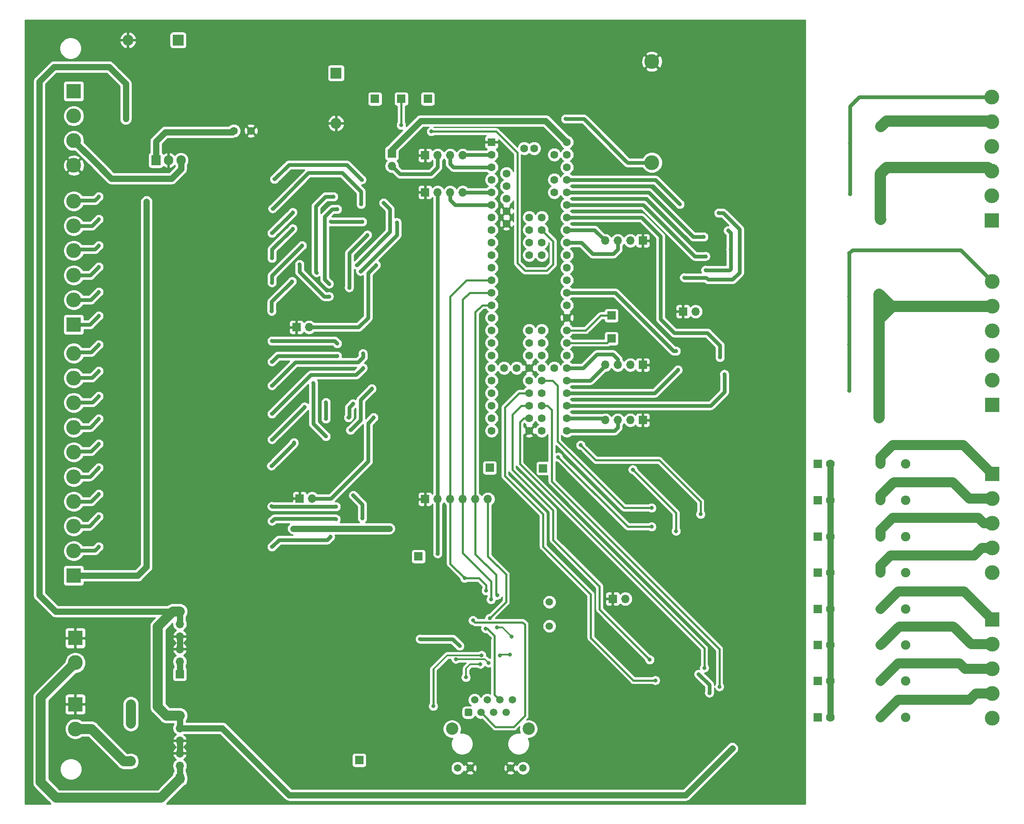
<source format=gbl>
G04 #@! TF.GenerationSoftware,KiCad,Pcbnew,(5.1.7)-1*
G04 #@! TF.CreationDate,2022-11-12T12:06:29-05:00*
G04 #@! TF.ProjectId,plc_14in_14out,706c635f-3134-4696-9e5f-31346f75742e,rev?*
G04 #@! TF.SameCoordinates,Original*
G04 #@! TF.FileFunction,Copper,L2,Bot*
G04 #@! TF.FilePolarity,Positive*
%FSLAX46Y46*%
G04 Gerber Fmt 4.6, Leading zero omitted, Abs format (unit mm)*
G04 Created by KiCad (PCBNEW (5.1.7)-1) date 2022-11-12 12:06:29*
%MOMM*%
%LPD*%
G01*
G04 APERTURE LIST*
G04 #@! TA.AperFunction,ComponentPad*
%ADD10C,3.000000*%
G04 #@! TD*
G04 #@! TA.AperFunction,ComponentPad*
%ADD11R,1.700000X1.700000*%
G04 #@! TD*
G04 #@! TA.AperFunction,ComponentPad*
%ADD12C,1.600000*%
G04 #@! TD*
G04 #@! TA.AperFunction,ComponentPad*
%ADD13R,1.600000X1.600000*%
G04 #@! TD*
G04 #@! TA.AperFunction,ComponentPad*
%ADD14O,1.700000X1.700000*%
G04 #@! TD*
G04 #@! TA.AperFunction,ComponentPad*
%ADD15R,3.000000X3.000000*%
G04 #@! TD*
G04 #@! TA.AperFunction,ComponentPad*
%ADD16O,2.200000X2.200000*%
G04 #@! TD*
G04 #@! TA.AperFunction,ComponentPad*
%ADD17R,2.200000X2.200000*%
G04 #@! TD*
G04 #@! TA.AperFunction,ComponentPad*
%ADD18C,1.500000*%
G04 #@! TD*
G04 #@! TA.AperFunction,ComponentPad*
%ADD19C,2.500000*%
G04 #@! TD*
G04 #@! TA.AperFunction,ComponentPad*
%ADD20O,1.905000X2.000000*%
G04 #@! TD*
G04 #@! TA.AperFunction,ComponentPad*
%ADD21R,1.905000X2.000000*%
G04 #@! TD*
G04 #@! TA.AperFunction,ComponentPad*
%ADD22O,1.600000X1.600000*%
G04 #@! TD*
G04 #@! TA.AperFunction,ComponentPad*
%ADD23C,1.778000*%
G04 #@! TD*
G04 #@! TA.AperFunction,ComponentPad*
%ADD24R,1.778000X1.778000*%
G04 #@! TD*
G04 #@! TA.AperFunction,ComponentPad*
%ADD25C,1.900000*%
G04 #@! TD*
G04 #@! TA.AperFunction,ViaPad*
%ADD26C,0.800000*%
G04 #@! TD*
G04 #@! TA.AperFunction,Conductor*
%ADD27C,0.762000*%
G04 #@! TD*
G04 #@! TA.AperFunction,Conductor*
%ADD28C,1.270000*%
G04 #@! TD*
G04 #@! TA.AperFunction,Conductor*
%ADD29C,0.381000*%
G04 #@! TD*
G04 #@! TA.AperFunction,Conductor*
%ADD30C,2.032000*%
G04 #@! TD*
G04 #@! TA.AperFunction,Conductor*
%ADD31C,0.304800*%
G04 #@! TD*
G04 #@! TA.AperFunction,Conductor*
%ADD32C,2.286000*%
G04 #@! TD*
G04 #@! TA.AperFunction,Conductor*
%ADD33C,0.254000*%
G04 #@! TD*
G04 #@! TA.AperFunction,Conductor*
%ADD34C,0.100000*%
G04 #@! TD*
G04 APERTURE END LIST*
D10*
G04 #@! TO.P,BT1,1*
G04 #@! TO.N,VBAT*
X145351500Y-42248000D03*
G04 #@! TO.P,BT1,2*
G04 #@! TO.N,GND*
X145351500Y-21801000D03*
G04 #@! TD*
D11*
G04 #@! TO.P,J27,1*
G04 #@! TO.N,5V*
X86106000Y-163195000D03*
G04 #@! TD*
G04 #@! TO.P,J26,1*
G04 #@! TO.N,3.3V*
X98107500Y-121983500D03*
G04 #@! TD*
D12*
G04 #@! TO.P,U19,87*
G04 #@! TO.N,Net-(U19-Pad87)*
X121533000Y-39370000D03*
G04 #@! TO.P,U19,88*
G04 #@! TO.N,Net-(U19-Pad88)*
X119513000Y-39370000D03*
G04 #@! TO.P,U19,86*
G04 #@! TO.N,D57*
X123063000Y-53340000D03*
G04 #@! TO.P,U19,85*
G04 #@! TO.N,D56*
X123063000Y-55880000D03*
G04 #@! TO.P,U19,84*
G04 #@! TO.N,D55*
X123063000Y-58420000D03*
G04 #@! TO.P,U19,83*
G04 #@! TO.N,Net-(U19-Pad83)*
X123063000Y-60960000D03*
G04 #@! TO.P,U19,66*
G04 #@! TO.N,Net-(U19-Pad66)*
X120523000Y-60960000D03*
G04 #@! TO.P,U19,65*
G04 #@! TO.N,Net-(U19-Pad65)*
X120523000Y-58420000D03*
G04 #@! TO.P,U19,63*
G04 #@! TO.N,Net-(U19-Pad63)*
X120523000Y-53340000D03*
G04 #@! TO.P,U19,64*
G04 #@! TO.N,Net-(U19-Pad64)*
X120523000Y-55880000D03*
G04 #@! TO.P,U19,67*
G04 #@! TO.N,Net-(U19-Pad67)*
X120523000Y-76200000D03*
G04 #@! TO.P,U19,82*
G04 #@! TO.N,Net-(U19-Pad82)*
X123063000Y-76200000D03*
G04 #@! TO.P,U19,68*
G04 #@! TO.N,Net-(U19-Pad68)*
X120523000Y-78740000D03*
G04 #@! TO.P,U19,81*
G04 #@! TO.N,Net-(U19-Pad81)*
X123063000Y-78740000D03*
G04 #@! TO.P,U19,69*
G04 #@! TO.N,Net-(U19-Pad69)*
X120523000Y-81280000D03*
G04 #@! TO.P,U19,80*
G04 #@! TO.N,Net-(U19-Pad80)*
X123063000Y-81280000D03*
G04 #@! TO.P,U19,74*
G04 #@! TO.N,GND*
X120523000Y-96520000D03*
G04 #@! TO.P,U19,75*
G04 #@! TO.N,Net-(U19-Pad75)*
X123063000Y-96520000D03*
G04 #@! TO.P,U19,70*
G04 #@! TO.N,D43*
X120523000Y-86360000D03*
G04 #@! TO.P,U19,71*
G04 #@! TO.N,D44*
X120523000Y-88900000D03*
G04 #@! TO.P,U19,72*
G04 #@! TO.N,D45*
X120523000Y-91440000D03*
G04 #@! TO.P,U19,73*
G04 #@! TO.N,D46*
X120523000Y-93980000D03*
G04 #@! TO.P,U19,76*
G04 #@! TO.N,D47*
X123063000Y-93980000D03*
G04 #@! TO.P,U19,77*
G04 #@! TO.N,D48*
X123063000Y-91440000D03*
G04 #@! TO.P,U19,78*
G04 #@! TO.N,D49*
X123063000Y-88900000D03*
G04 #@! TO.P,U19,79*
G04 #@! TO.N,D50*
X123063000Y-86360000D03*
G04 #@! TO.P,U19,62*
G04 #@! TO.N,GND*
X115903000Y-54610000D03*
G04 #@! TO.P,U19,61*
X115903000Y-52070000D03*
G04 #@! TO.P,U19,60*
G04 #@! TO.N,Net-(U19-Pad60)*
X115903000Y-49530000D03*
G04 #@! TO.P,U19,59*
G04 #@! TO.N,Net-(U19-Pad59)*
X115903000Y-46990000D03*
G04 #@! TO.P,U19,58*
G04 #@! TO.N,Net-(U19-Pad58)*
X115903000Y-44450000D03*
G04 #@! TO.P,U19,56*
G04 #@! TO.N,Net-(U19-Pad56)*
X125603000Y-48260000D03*
G04 #@! TO.P,U19,55*
G04 #@! TO.N,Net-(U19-Pad55)*
X125603000Y-45720000D03*
G04 #@! TO.P,U19,54*
G04 #@! TO.N,Net-(U19-Pad54)*
X125603000Y-40640000D03*
G04 #@! TO.P,U19,53*
G04 #@! TO.N,Vin*
X128143000Y-38100000D03*
G04 #@! TO.P,U19,52*
G04 #@! TO.N,Net-(U19-Pad52)*
X128143000Y-40640000D03*
G04 #@! TO.P,U19,51*
G04 #@! TO.N,Net-(U19-Pad51)*
X128143000Y-43180000D03*
G04 #@! TO.P,U19,50*
G04 #@! TO.N,D23*
X128143000Y-45720000D03*
G04 #@! TO.P,U19,49*
G04 #@! TO.N,D22*
X128143000Y-48260000D03*
G04 #@! TO.P,U19,48*
G04 #@! TO.N,D21*
X128143000Y-50800000D03*
G04 #@! TO.P,U19,47*
G04 #@! TO.N,D20*
X128143000Y-53340000D03*
G04 #@! TO.P,U19,46*
G04 #@! TO.N,SCL0*
X128143000Y-55880000D03*
G04 #@! TO.P,U19,45*
G04 #@! TO.N,SDA0*
X128143000Y-58420000D03*
G04 #@! TO.P,U19,44*
G04 #@! TO.N,AN3*
X128143000Y-60960000D03*
G04 #@! TO.P,U19,43*
G04 #@! TO.N,AN2*
X128143000Y-63500000D03*
G04 #@! TO.P,U19,42*
G04 #@! TO.N,D15*
X128143000Y-66040000D03*
G04 #@! TO.P,U19,41*
G04 #@! TO.N,D14*
X128143000Y-68580000D03*
G04 #@! TO.P,U19,40*
G04 #@! TO.N,SCK*
X128143000Y-71120000D03*
G04 #@! TO.P,U19,39*
G04 #@! TO.N,GND*
X128143000Y-73660000D03*
G04 #@! TO.P,U19,38*
G04 #@! TO.N,A22*
X128143000Y-76200000D03*
D13*
G04 #@! TO.P,U19,1*
G04 #@! TO.N,GND*
X112903000Y-38100000D03*
D12*
G04 #@! TO.P,U19,2*
G04 #@! TO.N,RX1*
X112903000Y-40640000D03*
G04 #@! TO.P,U19,3*
G04 #@! TO.N,TX1*
X112903000Y-43180000D03*
G04 #@! TO.P,U19,4*
G04 #@! TO.N,D2*
X112903000Y-45720000D03*
G04 #@! TO.P,U19,5*
G04 #@! TO.N,CAN0Tx*
X112903000Y-48260000D03*
G04 #@! TO.P,U19,6*
G04 #@! TO.N,CAN0Rx*
X112903000Y-50800000D03*
G04 #@! TO.P,U19,7*
G04 #@! TO.N,D5*
X112903000Y-53340000D03*
G04 #@! TO.P,U19,8*
G04 #@! TO.N,D6*
X112903000Y-55880000D03*
G04 #@! TO.P,U19,9*
G04 #@! TO.N,D7*
X112903000Y-58420000D03*
G04 #@! TO.P,U19,10*
G04 #@! TO.N,D8*
X112903000Y-60960000D03*
G04 #@! TO.P,U19,11*
G04 #@! TO.N,D9*
X112903000Y-63500000D03*
G04 #@! TO.P,U19,12*
G04 #@! TO.N,CS*
X112903000Y-66040000D03*
G04 #@! TO.P,U19,13*
G04 #@! TO.N,MOSI*
X112903000Y-68580000D03*
G04 #@! TO.P,U19,37*
G04 #@! TO.N,A21*
X128143000Y-78740000D03*
G04 #@! TO.P,U19,36*
G04 #@! TO.N,D39*
X128143000Y-81280000D03*
G04 #@! TO.P,U19,35*
G04 #@! TO.N,SDA1*
X128143000Y-83820000D03*
G04 #@! TO.P,U19,34*
G04 #@! TO.N,SCL1*
X128143000Y-86360000D03*
G04 #@! TO.P,U19,33*
G04 #@! TO.N,D36*
X128143000Y-88900000D03*
G04 #@! TO.P,U19,32*
G04 #@! TO.N,D35*
X128143000Y-91440000D03*
G04 #@! TO.P,U19,31*
G04 #@! TO.N,RX5*
X128143000Y-93980000D03*
G04 #@! TO.P,U19,30*
G04 #@! TO.N,TX5*
X128143000Y-96520000D03*
G04 #@! TO.P,U19,29*
G04 #@! TO.N,Net-(U19-Pad29)*
X125603000Y-83820000D03*
G04 #@! TO.P,U19,28*
G04 #@! TO.N,Net-(U19-Pad28)*
X123063000Y-83820000D03*
G04 #@! TO.P,U19,27*
G04 #@! TO.N,GND*
X120523000Y-83820000D03*
G04 #@! TO.P,U19,26*
G04 #@! TO.N,Net-(U19-Pad26)*
X117983000Y-83820000D03*
G04 #@! TO.P,U19,25*
G04 #@! TO.N,VBAT*
X115443000Y-83820000D03*
G04 #@! TO.P,U19,24*
G04 #@! TO.N,D32*
X112903000Y-96520000D03*
G04 #@! TO.P,U19,23*
G04 #@! TO.N,D31*
X112903000Y-93980000D03*
G04 #@! TO.P,U19,22*
G04 #@! TO.N,D30*
X112903000Y-91440000D03*
G04 #@! TO.P,U19,21*
G04 #@! TO.N,D29*
X112903000Y-88900000D03*
G04 #@! TO.P,U19,14*
G04 #@! TO.N,MISO*
X112903000Y-71120000D03*
G04 #@! TO.P,U19,15*
G04 #@! TO.N,Net-(U19-Pad15)*
X112903000Y-73660000D03*
G04 #@! TO.P,U19,16*
G04 #@! TO.N,D24*
X112903000Y-76200000D03*
G04 #@! TO.P,U19,20*
G04 #@! TO.N,D28*
X112903000Y-86360000D03*
G04 #@! TO.P,U19,19*
G04 #@! TO.N,D27*
X112903000Y-83820000D03*
G04 #@! TO.P,U19,18*
G04 #@! TO.N,D26*
X112903000Y-81280000D03*
G04 #@! TO.P,U19,17*
G04 #@! TO.N,D25*
X112903000Y-78740000D03*
G04 #@! TD*
D11*
G04 #@! TO.P,J25,1*
G04 #@! TO.N,D57*
X99978000Y-29337000D03*
G04 #@! TD*
G04 #@! TO.P,J24,1*
G04 #@! TO.N,D55*
X89281000Y-29337000D03*
G04 #@! TD*
G04 #@! TO.P,J23,1*
G04 #@! TO.N,D56*
X94615000Y-29337000D03*
G04 #@! TD*
G04 #@! TO.P,J22,1*
G04 #@! TO.N,A22*
X137160000Y-73201000D03*
G04 #@! TD*
G04 #@! TO.P,J21,1*
G04 #@! TO.N,A21*
X137160000Y-77851000D03*
G04 #@! TD*
G04 #@! TO.P,J20,1*
G04 #@! TO.N,D47*
X123317000Y-104140000D03*
G04 #@! TD*
D14*
G04 #@! TO.P,J19,4*
G04 #@! TO.N,RX5*
X135890000Y-94361000D03*
G04 #@! TO.P,J19,3*
G04 #@! TO.N,TX5*
X138430000Y-94361000D03*
G04 #@! TO.P,J19,2*
G04 #@! TO.N,5V*
X140970000Y-94361000D03*
D11*
G04 #@! TO.P,J19,1*
G04 #@! TO.N,GND*
X143510000Y-94361000D03*
G04 #@! TD*
G04 #@! TO.P,J18,1*
G04 #@! TO.N,D43*
X112522000Y-104013000D03*
G04 #@! TD*
D14*
G04 #@! TO.P,J17,4*
G04 #@! TO.N,SCL1*
X135890000Y-83185000D03*
G04 #@! TO.P,J17,3*
G04 #@! TO.N,SDA1*
X138430000Y-83185000D03*
G04 #@! TO.P,J17,2*
G04 #@! TO.N,5V*
X140970000Y-83185000D03*
D11*
G04 #@! TO.P,J17,1*
G04 #@! TO.N,GND*
X143510000Y-83185000D03*
G04 #@! TD*
D12*
G04 #@! TO.P,C25,2*
G04 #@! TO.N,GND*
X64206000Y-35814000D03*
G04 #@! TO.P,C25,1*
G04 #@! TO.N,Net-(C24-Pad1)*
X60706000Y-35814000D03*
G04 #@! TD*
D14*
G04 #@! TO.P,J16,4*
G04 #@! TO.N,SCL0*
X135890000Y-58039000D03*
G04 #@! TO.P,J16,3*
G04 #@! TO.N,SDA0*
X138430000Y-58039000D03*
G04 #@! TO.P,J16,2*
G04 #@! TO.N,5V*
X140970000Y-58039000D03*
D11*
G04 #@! TO.P,J16,1*
G04 #@! TO.N,GND*
X143510000Y-58039000D03*
G04 #@! TD*
D14*
G04 #@! TO.P,J15,4*
G04 #@! TO.N,RX1*
X107061000Y-40767000D03*
G04 #@! TO.P,J15,3*
G04 #@! TO.N,TX1*
X104521000Y-40767000D03*
G04 #@! TO.P,J15,2*
G04 #@! TO.N,5V*
X101981000Y-40767000D03*
D11*
G04 #@! TO.P,J15,1*
G04 #@! TO.N,GND*
X99441000Y-40767000D03*
G04 #@! TD*
D14*
G04 #@! TO.P,J14,4*
G04 #@! TO.N,CAN0Tx*
X107061000Y-48260000D03*
G04 #@! TO.P,J14,3*
G04 #@! TO.N,CAN0Rx*
X104521000Y-48260000D03*
G04 #@! TO.P,J14,2*
G04 #@! TO.N,3.3V*
X101981000Y-48260000D03*
D11*
G04 #@! TO.P,J14,1*
G04 #@! TO.N,GND*
X99441000Y-48260000D03*
G04 #@! TD*
D10*
G04 #@! TO.P,J13,4*
G04 #@! TO.N,GND*
X28321000Y-42813000D03*
G04 #@! TO.P,J13,3*
G04 #@! TO.N,10V*
X28321000Y-37813000D03*
G04 #@! TO.P,J13,2*
G04 #@! TO.N,A1*
X28321000Y-32813000D03*
D15*
G04 #@! TO.P,J13,1*
G04 #@! TO.N,A2*
X28321000Y-27813000D03*
G04 #@! TD*
D16*
G04 #@! TO.P,D33,2*
G04 #@! TO.N,GND*
X39306500Y-17462500D03*
D17*
G04 #@! TO.P,D33,1*
G04 #@! TO.N,AN2*
X49466500Y-17462500D03*
G04 #@! TD*
D16*
G04 #@! TO.P,D32,2*
G04 #@! TO.N,GND*
X81407000Y-34290000D03*
D17*
G04 #@! TO.P,D32,1*
G04 #@! TO.N,AN3*
X81407000Y-24130000D03*
G04 #@! TD*
G04 #@! TO.P,J6,1*
G04 #@! TO.N,TD+*
G04 #@! TA.AperFunction,ComponentPad*
G36*
G01*
X107454000Y-154042500D02*
X107454000Y-153043500D01*
G75*
G02*
X107704500Y-152793000I250500J0D01*
G01*
X108703500Y-152793000D01*
G75*
G02*
X108954000Y-153043500I0J-250500D01*
G01*
X108954000Y-154042500D01*
G75*
G02*
X108703500Y-154293000I-250500J0D01*
G01*
X107704500Y-154293000D01*
G75*
G02*
X107454000Y-154042500I0J250500D01*
G01*
G37*
G04 #@! TD.AperFunction*
D18*
G04 #@! TO.P,J6,2*
G04 #@! TO.N,TD-*
X109464000Y-151003000D03*
G04 #@! TO.P,J6,3*
G04 #@! TO.N,RD+*
X110744000Y-153543000D03*
G04 #@! TO.P,J6,4*
G04 #@! TO.N,P4*
X112004000Y-151003000D03*
G04 #@! TO.P,J6,5*
G04 #@! TO.N,Net-(J6-Pad5)*
X113284000Y-153543000D03*
G04 #@! TO.P,J6,6*
G04 #@! TO.N,RD-*
X114544000Y-151003000D03*
G04 #@! TO.P,J6,7*
G04 #@! TO.N,Net-(J6-Pad7)*
X115824000Y-153543000D03*
D19*
G04 #@! TO.P,J6,SH*
G04 #@! TO.N,N/C*
X104899000Y-156853000D03*
D18*
G04 #@! TO.P,J6,8*
G04 #@! TO.N,Net-(J6-Pad8)*
X117084000Y-151003000D03*
D19*
G04 #@! TO.P,J6,SH*
G04 #@! TO.N,N/C*
X120389000Y-156853000D03*
D18*
G04 #@! TO.P,J6,9*
G04 #@! TO.N,Net-(J6-Pad9)*
X106019000Y-164803000D03*
G04 #@! TO.P,J6,10*
G04 #@! TO.N,GND*
X108559000Y-164803000D03*
G04 #@! TO.P,J6,12*
G04 #@! TO.N,Net-(J6-Pad12)*
X119269000Y-164803000D03*
G04 #@! TO.P,J6,11*
G04 #@! TO.N,GND*
X116729000Y-164803000D03*
G04 #@! TD*
D20*
G04 #@! TO.P,U36,3*
G04 #@! TO.N,10V*
X50038000Y-41783000D03*
G04 #@! TO.P,U36,2*
G04 #@! TO.N,GND*
X47498000Y-41783000D03*
D21*
G04 #@! TO.P,U36,1*
G04 #@! TO.N,Net-(C24-Pad1)*
X44958000Y-41783000D03*
G04 #@! TD*
D10*
G04 #@! TO.P,J8,6*
G04 #@! TO.N,Vge1*
X214122000Y-28975000D03*
G04 #@! TO.P,J8,5*
G04 #@! TO.N,COM4*
X214122000Y-33975000D03*
G04 #@! TO.P,J8,4*
G04 #@! TO.N,O14*
X214122000Y-38975000D03*
G04 #@! TO.P,J8,3*
G04 #@! TO.N,COM3*
X214122000Y-43975000D03*
G04 #@! TO.P,J8,2*
G04 #@! TO.N,O13*
X214122000Y-48975000D03*
D15*
G04 #@! TO.P,J8,1*
G04 #@! TO.N,O12*
X214122000Y-53975000D03*
G04 #@! TD*
D14*
G04 #@! TO.P,J12,6*
G04 #@! TO.N,SCK*
X112141000Y-110363000D03*
G04 #@! TO.P,J12,5*
G04 #@! TO.N,MISO*
X109601000Y-110363000D03*
G04 #@! TO.P,J12,4*
G04 #@! TO.N,MOSI*
X107061000Y-110363000D03*
G04 #@! TO.P,J12,3*
G04 #@! TO.N,CS*
X104521000Y-110363000D03*
G04 #@! TO.P,J12,2*
G04 #@! TO.N,3.3V*
X101981000Y-110363000D03*
D11*
G04 #@! TO.P,J12,1*
G04 #@! TO.N,GND*
X99441000Y-110363000D03*
G04 #@! TD*
D22*
G04 #@! TO.P,SW6,2*
G04 #@! TO.N,Net-(F1-Pad1)*
X39878000Y-155829000D03*
D13*
G04 #@! TO.P,SW6,1*
G04 #@! TO.N,Net-(J1-Pad2)*
X39878000Y-163449000D03*
G04 #@! TD*
D10*
G04 #@! TO.P,J3,10*
G04 #@! TO.N,IN8*
X28321000Y-80857000D03*
G04 #@! TO.P,J3,9*
G04 #@! TO.N,IN7*
X28321000Y-85857000D03*
G04 #@! TO.P,J3,8*
G04 #@! TO.N,IN6*
X28321000Y-90857000D03*
G04 #@! TO.P,J3,7*
G04 #@! TO.N,IN5*
X28321000Y-95857000D03*
G04 #@! TO.P,J3,6*
G04 #@! TO.N,IN4*
X28321000Y-100857000D03*
G04 #@! TO.P,J3,5*
G04 #@! TO.N,IN3*
X28321000Y-105857000D03*
G04 #@! TO.P,J3,4*
G04 #@! TO.N,IN2*
X28321000Y-110857000D03*
G04 #@! TO.P,J3,3*
G04 #@! TO.N,IN1*
X28321000Y-115857000D03*
G04 #@! TO.P,J3,2*
G04 #@! TO.N,IN0*
X28321000Y-120857000D03*
D15*
G04 #@! TO.P,J3,1*
G04 #@! TO.N,1M*
X28321000Y-125857000D03*
G04 #@! TD*
D10*
G04 #@! TO.P,J11,2*
G04 #@! TO.N,12V*
X28638500Y-143493500D03*
D15*
G04 #@! TO.P,J11,1*
G04 #@! TO.N,GND*
X28638500Y-138493500D03*
G04 #@! TD*
D14*
G04 #@! TO.P,J10,6*
G04 #@! TO.N,24V*
X49784000Y-154178000D03*
G04 #@! TO.P,J10,5*
X49784000Y-156718000D03*
G04 #@! TO.P,J10,4*
G04 #@! TO.N,GND*
X49784000Y-159258000D03*
G04 #@! TO.P,J10,3*
X49784000Y-161798000D03*
G04 #@! TO.P,J10,2*
G04 #@! TO.N,12V*
X49784000Y-164338000D03*
D11*
G04 #@! TO.P,J10,1*
X49784000Y-166878000D03*
G04 #@! TD*
D14*
G04 #@! TO.P,J9,6*
G04 #@! TO.N,24V*
X49784000Y-133096000D03*
G04 #@! TO.P,J9,5*
X49784000Y-135636000D03*
G04 #@! TO.P,J9,4*
G04 #@! TO.N,GND*
X49784000Y-138176000D03*
G04 #@! TO.P,J9,3*
X49784000Y-140716000D03*
G04 #@! TO.P,J9,2*
G04 #@! TO.N,5V*
X49784000Y-143256000D03*
D11*
G04 #@! TO.P,J9,1*
X49784000Y-145796000D03*
G04 #@! TD*
D14*
G04 #@! TO.P,SW5,2*
G04 #@! TO.N,OE1*
X154178000Y-72390000D03*
D11*
G04 #@! TO.P,SW5,1*
G04 #@! TO.N,GND*
X151638000Y-72390000D03*
G04 #@! TD*
D10*
G04 #@! TO.P,J7,6*
G04 #@! TO.N,Vge*
X214249000Y-66313000D03*
G04 #@! TO.P,J7,5*
G04 #@! TO.N,COM2*
X214249000Y-71313000D03*
G04 #@! TO.P,J7,4*
G04 #@! TO.N,O11*
X214249000Y-76313000D03*
G04 #@! TO.P,J7,3*
G04 #@! TO.N,O10*
X214249000Y-81313000D03*
G04 #@! TO.P,J7,2*
G04 #@! TO.N,O9*
X214249000Y-86313000D03*
D15*
G04 #@! TO.P,J7,1*
G04 #@! TO.N,O8*
X214249000Y-91313000D03*
G04 #@! TD*
D11*
G04 #@! TO.P,SW4,1*
G04 #@! TO.N,Vin*
X92710000Y-40386000D03*
D14*
G04 #@! TO.P,SW4,2*
G04 #@! TO.N,5V*
X92710000Y-42926000D03*
G04 #@! TD*
D18*
G04 #@! TO.P,Y1,2*
G04 #@! TO.N,OSC2*
X124587000Y-136071000D03*
G04 #@! TO.P,Y1,1*
G04 #@! TO.N,OSC1*
X124587000Y-131191000D03*
G04 #@! TD*
D23*
G04 #@! TO.P,K8,2*
G04 #@! TO.N,24V*
X181483000Y-103251000D03*
D24*
G04 #@! TO.P,K8,1*
G04 #@! TO.N,8C*
X178943000Y-103251000D03*
D25*
G04 #@! TO.P,K8,3*
G04 #@! TO.N,O7*
X191643000Y-103251000D03*
G04 #@! TO.P,K8,4*
G04 #@! TO.N,COM1*
X196723000Y-103251000D03*
G04 #@! TD*
D23*
G04 #@! TO.P,K7,2*
G04 #@! TO.N,24V*
X181483000Y-110617000D03*
D24*
G04 #@! TO.P,K7,1*
G04 #@! TO.N,7C*
X178943000Y-110617000D03*
D25*
G04 #@! TO.P,K7,3*
G04 #@! TO.N,O6*
X191643000Y-110617000D03*
G04 #@! TO.P,K7,4*
G04 #@! TO.N,COM1*
X196723000Y-110617000D03*
G04 #@! TD*
D23*
G04 #@! TO.P,K6,2*
G04 #@! TO.N,24V*
X181483000Y-117983000D03*
D24*
G04 #@! TO.P,K6,1*
G04 #@! TO.N,6C*
X178943000Y-117983000D03*
D25*
G04 #@! TO.P,K6,3*
G04 #@! TO.N,O5*
X191643000Y-117983000D03*
G04 #@! TO.P,K6,4*
G04 #@! TO.N,COM1*
X196723000Y-117983000D03*
G04 #@! TD*
D23*
G04 #@! TO.P,K5,2*
G04 #@! TO.N,24V*
X181483000Y-125222000D03*
D24*
G04 #@! TO.P,K5,1*
G04 #@! TO.N,5C*
X178943000Y-125222000D03*
D25*
G04 #@! TO.P,K5,3*
G04 #@! TO.N,O4*
X191643000Y-125222000D03*
G04 #@! TO.P,K5,4*
G04 #@! TO.N,COM1*
X196723000Y-125222000D03*
G04 #@! TD*
D23*
G04 #@! TO.P,K4,2*
G04 #@! TO.N,24V*
X181483000Y-132588000D03*
D24*
G04 #@! TO.P,K4,1*
G04 #@! TO.N,4C*
X178943000Y-132588000D03*
D25*
G04 #@! TO.P,K4,3*
G04 #@! TO.N,O3*
X191643000Y-132588000D03*
G04 #@! TO.P,K4,4*
G04 #@! TO.N,COM0*
X196723000Y-132588000D03*
G04 #@! TD*
D23*
G04 #@! TO.P,K3,2*
G04 #@! TO.N,24V*
X181483000Y-139895001D03*
D24*
G04 #@! TO.P,K3,1*
G04 #@! TO.N,3C*
X178943000Y-139895001D03*
D25*
G04 #@! TO.P,K3,3*
G04 #@! TO.N,O2*
X191643000Y-139895001D03*
G04 #@! TO.P,K3,4*
G04 #@! TO.N,COM0*
X196723000Y-139895001D03*
G04 #@! TD*
D23*
G04 #@! TO.P,K2,2*
G04 #@! TO.N,24V*
X181483000Y-147193000D03*
D24*
G04 #@! TO.P,K2,1*
G04 #@! TO.N,2C*
X178943000Y-147193000D03*
D25*
G04 #@! TO.P,K2,3*
G04 #@! TO.N,O1*
X191643000Y-147193000D03*
G04 #@! TO.P,K2,4*
G04 #@! TO.N,COM0*
X196723000Y-147193000D03*
G04 #@! TD*
D10*
G04 #@! TO.P,J5,5*
G04 #@! TO.N,COM0*
X214249000Y-154747000D03*
G04 #@! TO.P,J5,4*
G04 #@! TO.N,O0*
X214249000Y-149747000D03*
G04 #@! TO.P,J5,3*
G04 #@! TO.N,O1*
X214249000Y-144747000D03*
G04 #@! TO.P,J5,2*
G04 #@! TO.N,O2*
X214249000Y-139747000D03*
D15*
G04 #@! TO.P,J5,1*
G04 #@! TO.N,O3*
X214249000Y-134747000D03*
G04 #@! TD*
D10*
G04 #@! TO.P,J4,5*
G04 #@! TO.N,COM1*
X214249000Y-125283000D03*
G04 #@! TO.P,J4,4*
G04 #@! TO.N,O4*
X214249000Y-120283000D03*
G04 #@! TO.P,J4,3*
G04 #@! TO.N,O5*
X214249000Y-115283000D03*
G04 #@! TO.P,J4,2*
G04 #@! TO.N,O6*
X214249000Y-110283000D03*
D15*
G04 #@! TO.P,J4,1*
G04 #@! TO.N,O7*
X214249000Y-105283000D03*
G04 #@! TD*
D23*
G04 #@! TO.P,K1,2*
G04 #@! TO.N,24V*
X181483000Y-154559000D03*
D24*
G04 #@! TO.P,K1,1*
G04 #@! TO.N,1C*
X178943000Y-154559000D03*
D25*
G04 #@! TO.P,K1,3*
G04 #@! TO.N,O0*
X191643000Y-154559000D03*
G04 #@! TO.P,K1,4*
G04 #@! TO.N,COM0*
X196723000Y-154559000D03*
G04 #@! TD*
D14*
G04 #@! TO.P,SW3,2*
G04 #@! TO.N,OE*
X139954000Y-130556000D03*
D11*
G04 #@! TO.P,SW3,1*
G04 #@! TO.N,GND*
X137414000Y-130556000D03*
G04 #@! TD*
D14*
G04 #@! TO.P,SW1,2*
G04 #@! TO.N,Net-(R29-Pad1)*
X75946000Y-75565000D03*
D11*
G04 #@! TO.P,SW1,1*
G04 #@! TO.N,GND*
X73406000Y-75565000D03*
G04 #@! TD*
D14*
G04 #@! TO.P,SW2,2*
G04 #@! TO.N,Net-(R30-Pad1)*
X76581000Y-110236000D03*
D11*
G04 #@! TO.P,SW2,1*
G04 #@! TO.N,GND*
X74041000Y-110236000D03*
G04 #@! TD*
D10*
G04 #@! TO.P,J2,6*
G04 #@! TO.N,IN14*
X28321000Y-50057000D03*
G04 #@! TO.P,J2,5*
G04 #@! TO.N,IN13*
X28321000Y-55057000D03*
G04 #@! TO.P,J2,4*
G04 #@! TO.N,IN12*
X28321000Y-60057000D03*
G04 #@! TO.P,J2,3*
G04 #@! TO.N,IN11*
X28321000Y-65057000D03*
G04 #@! TO.P,J2,2*
G04 #@! TO.N,IN10*
X28321000Y-70057000D03*
D15*
G04 #@! TO.P,J2,1*
G04 #@! TO.N,IN9*
X28321000Y-75057000D03*
G04 #@! TD*
D10*
G04 #@! TO.P,J1,2*
G04 #@! TO.N,Net-(J1-Pad2)*
X28638500Y-156892000D03*
D15*
G04 #@! TO.P,J1,1*
G04 #@! TO.N,GND*
X28638500Y-151892000D03*
G04 #@! TD*
D26*
G04 #@! TO.N,IN13*
X33401000Y-53721000D03*
G04 #@! TO.N,IN12*
X33401000Y-59055000D03*
G04 #@! TO.N,IN11*
X33401000Y-63373000D03*
G04 #@! TO.N,IN10*
X33401000Y-68453000D03*
G04 #@! TO.N,IN9*
X33401000Y-73279000D03*
G04 #@! TO.N,IN8*
X33401000Y-79121000D03*
G04 #@! TO.N,IN7*
X33401000Y-84455000D03*
G04 #@! TO.N,IN6*
X33401000Y-89535000D03*
G04 #@! TO.N,IN5*
X33401000Y-94107000D03*
G04 #@! TO.N,IN4*
X33401000Y-99187000D03*
G04 #@! TO.N,IN3*
X33401000Y-104013000D03*
G04 #@! TO.N,IN2*
X33401000Y-109347000D03*
G04 #@! TO.N,IN1*
X33401000Y-113919000D03*
G04 #@! TO.N,IN0*
X33401000Y-120015000D03*
G04 #@! TO.N,Net-(C1-Pad1)*
X68961000Y-45593000D03*
X86614000Y-45720000D03*
G04 #@! TO.N,1M*
X43053000Y-74803000D03*
X43053000Y-50165000D03*
X43053000Y-54991000D03*
X43053000Y-59817000D03*
X43053000Y-64643000D03*
X43053000Y-69469000D03*
X43053000Y-80645000D03*
X43053000Y-85725000D03*
X43053000Y-90551000D03*
X43053000Y-95631000D03*
X43053000Y-100711000D03*
X43053000Y-105537000D03*
X43053000Y-110617000D03*
X43053000Y-115697000D03*
X43053000Y-120904000D03*
G04 #@! TO.N,Net-(C2-Pad1)*
X68580000Y-51562000D03*
X86486991Y-50672991D03*
G04 #@! TO.N,Net-(C3-Pad1)*
X68453000Y-56515000D03*
X72644000Y-52323994D03*
G04 #@! TO.N,Net-(C4-Pad1)*
X68453000Y-61595000D03*
X72644000Y-55626000D03*
G04 #@! TO.N,Net-(C5-Pad1)*
X68453000Y-66548000D03*
X80390996Y-54228996D03*
X74549000Y-59055000D03*
X86741004Y-54228996D03*
G04 #@! TO.N,Net-(C6-Pad1)*
X68390000Y-72326000D03*
X72517000Y-66294000D03*
G04 #@! TO.N,Net-(C7-Pad1)*
X68453000Y-78359000D03*
X81661000Y-78867000D03*
G04 #@! TO.N,Net-(C8-Pad1)*
X68453000Y-82550000D03*
X81661000Y-81407000D03*
G04 #@! TO.N,Net-(C9-Pad1)*
X68453000Y-87376000D03*
X86868000Y-80898992D03*
G04 #@! TO.N,Net-(C10-Pad1)*
X86868000Y-83820000D03*
X68453000Y-93091000D03*
G04 #@! TO.N,Net-(C11-Pad1)*
X68453000Y-98298000D03*
X75057000Y-91694000D03*
G04 #@! TO.N,Net-(C12-Pad1)*
X68326000Y-103632000D03*
X72898000Y-98933000D03*
G04 #@! TO.N,Net-(C13-Pad1)*
X81407000Y-111887000D03*
X68390000Y-111822998D03*
G04 #@! TO.N,Net-(C14-Pad1)*
X68453000Y-114808000D03*
X81407000Y-114427000D03*
G04 #@! TO.N,5V*
X92202000Y-116332000D03*
X72771000Y-116332000D03*
X156718000Y-65913000D03*
X151892000Y-65532000D03*
X158877000Y-52451000D03*
G04 #@! TO.N,AA13*
X93726000Y-54356000D03*
X86360000Y-64261998D03*
G04 #@! TO.N,AA12*
X80899000Y-49149000D03*
X77470000Y-64516000D03*
G04 #@! TO.N,AA11*
X81661000Y-51689000D03*
X80010000Y-66802000D03*
G04 #@! TO.N,AA10*
X84074000Y-67564000D03*
X87756996Y-56896000D03*
G04 #@! TO.N,AA9*
X74041000Y-62865000D03*
X80010000Y-69342000D03*
G04 #@! TO.N,AA6*
X84836000Y-91059000D03*
X83947000Y-93853000D03*
G04 #@! TO.N,AA5*
X79375000Y-90804998D03*
X79375000Y-94107000D03*
G04 #@! TO.N,AA4*
X84328000Y-96393000D03*
X88646000Y-88011000D03*
G04 #@! TO.N,AA3*
X79375000Y-97663000D03*
X76835000Y-86868000D03*
G04 #@! TO.N,AA0*
X84899500Y-109601000D03*
X86741000Y-114236500D03*
G04 #@! TO.N,GND*
X110369472Y-138662328D03*
X110032800Y-129844800D03*
X104825800Y-136753600D03*
X138303000Y-133553200D03*
X142798800Y-134797800D03*
X152527000Y-139852400D03*
X147980400Y-120751600D03*
X80899000Y-74142600D03*
X74066400Y-106934000D03*
X81788000Y-105486200D03*
X112512125Y-138522075D03*
G04 #@! TO.N,Net-(R29-Pad1)*
X89535000Y-62992000D03*
G04 #@! TO.N,Net-(R30-Pad1)*
X89027000Y-93853000D03*
G04 #@! TO.N,D14*
X150241000Y-80391000D03*
G04 #@! TO.N,D15*
X150241005Y-116839995D03*
X141478000Y-104394000D03*
G04 #@! TO.N,24V*
X45339000Y-141605000D03*
X38862000Y-33401000D03*
X161620200Y-160832800D03*
G04 #@! TO.N,OE*
X154813000Y-145796000D03*
X156972002Y-149606000D03*
G04 #@! TO.N,3.3V*
X116967000Y-138176000D03*
X98425000Y-138684000D03*
X106426000Y-140081000D03*
X113982504Y-136334504D03*
X101981000Y-121412000D03*
G04 #@! TO.N,CS*
X107442000Y-126365000D03*
X111800997Y-128895197D03*
G04 #@! TO.N,LEDA*
X116586000Y-141859000D03*
X101092000Y-152273000D03*
X110871000Y-141986000D03*
X114554000Y-141986000D03*
G04 #@! TO.N,TD+*
X107696000Y-146431000D03*
X110617000Y-143764004D03*
G04 #@! TO.N,RD+*
X109119213Y-134917954D03*
G04 #@! TO.N,RD-*
X111671100Y-136563100D03*
G04 #@! TO.N,SCK*
X112522000Y-134464490D03*
G04 #@! TO.N,MOSI*
X112776000Y-130683000D03*
G04 #@! TO.N,MISO*
X114046000Y-129794000D03*
G04 #@! TO.N,P4*
X105664000Y-142748000D03*
X112268000Y-143510000D03*
G04 #@! TO.N,Vge*
X185293000Y-69342000D03*
X185293000Y-88392000D03*
X185293000Y-79121000D03*
X185293000Y-60579000D03*
G04 #@! TO.N,COM2*
X191262000Y-68834000D03*
X191262000Y-75438000D03*
X191262000Y-94107000D03*
X191262000Y-84709000D03*
G04 #@! TO.N,OE1*
X156210000Y-64008000D03*
X161290000Y-59817000D03*
X160782000Y-56007000D03*
G04 #@! TO.N,COM3*
X191643000Y-53721000D03*
X191516000Y-44450000D03*
G04 #@! TO.N,COM4*
X191643000Y-34925000D03*
G04 #@! TO.N,Vge1*
X185420000Y-48641000D03*
X185404000Y-38370000D03*
X186563000Y-29718000D03*
G04 #@! TO.N,D23*
X151003000Y-50673000D03*
G04 #@! TO.N,Net-(C23-Pad1)*
X68453000Y-120015000D03*
X80264000Y-117983000D03*
G04 #@! TO.N,IN14*
X33401000Y-49149000D03*
G04 #@! TO.N,Net-(F1-Pad1)*
X39878000Y-151892000D03*
G04 #@! TO.N,AA14*
X85598000Y-62992000D03*
X91059008Y-50419000D03*
G04 #@! TO.N,D22*
X155829000Y-57277000D03*
G04 #@! TO.N,D21*
X156210000Y-61214000D03*
G04 #@! TO.N,D20*
X159131000Y-81661000D03*
G04 #@! TO.N,D36*
X150622000Y-84201000D03*
G04 #@! TO.N,D35*
X160020000Y-85090000D03*
G04 #@! TO.N,D46*
X155956000Y-144526000D03*
G04 #@! TO.N,D44*
X146050000Y-147066000D03*
G04 #@! TO.N,D45*
X144907000Y-142875000D03*
G04 #@! TO.N,D48*
X159004000Y-148336000D03*
G04 #@! TO.N,D49*
X145288000Y-115951000D03*
X126365000Y-101854000D03*
G04 #@! TO.N,D50*
X145288000Y-112141000D03*
G04 #@! TO.N,D39*
X130937000Y-99441000D03*
X155194000Y-113411000D03*
G04 #@! TO.N,D56*
X100711000Y-35941000D03*
X94614998Y-34671000D03*
G04 #@! TO.N,VBAT*
X127889000Y-33401000D03*
G04 #@! TD*
D27*
G04 #@! TO.N,IN13*
X28321000Y-55057000D02*
X32065000Y-55057000D01*
X32065000Y-55057000D02*
X33401000Y-53721000D01*
G04 #@! TO.N,IN12*
X32639000Y-59817000D02*
X28561000Y-59817000D01*
X28561000Y-59817000D02*
X28321000Y-60057000D01*
X33401000Y-59055000D02*
X32639000Y-59817000D01*
G04 #@! TO.N,IN11*
X31717000Y-65057000D02*
X33401000Y-63373000D01*
X28321000Y-65057000D02*
X31717000Y-65057000D01*
G04 #@! TO.N,IN10*
X31797000Y-70057000D02*
X28321000Y-70057000D01*
X33401000Y-68453000D02*
X31797000Y-70057000D01*
G04 #@! TO.N,IN9*
X31623000Y-75057000D02*
X33401000Y-73279000D01*
X28321000Y-75057000D02*
X31623000Y-75057000D01*
G04 #@! TO.N,IN8*
X31877000Y-80645000D02*
X28507000Y-80645000D01*
X28507000Y-80645000D02*
X28321000Y-80831000D01*
X33401000Y-79121000D02*
X31877000Y-80645000D01*
G04 #@! TO.N,IN7*
X32025000Y-85831000D02*
X33401000Y-84455000D01*
X28321000Y-85831000D02*
X32025000Y-85831000D01*
G04 #@! TO.N,IN6*
X32105000Y-90831000D02*
X28321000Y-90831000D01*
X33401000Y-89535000D02*
X32105000Y-90831000D01*
G04 #@! TO.N,IN5*
X31677000Y-95831000D02*
X33401000Y-94107000D01*
X28321000Y-95831000D02*
X31677000Y-95831000D01*
G04 #@! TO.N,IN4*
X31877000Y-100711000D02*
X28441000Y-100711000D01*
X28441000Y-100711000D02*
X28321000Y-100831000D01*
X33401000Y-99187000D02*
X31877000Y-100711000D01*
G04 #@! TO.N,IN3*
X31583000Y-105831000D02*
X33401000Y-104013000D01*
X28321000Y-105831000D02*
X31583000Y-105831000D01*
G04 #@! TO.N,IN2*
X33401000Y-109347000D02*
X31877000Y-110871000D01*
X31837000Y-110831000D02*
X28321000Y-110831000D01*
X31877000Y-110871000D02*
X31837000Y-110831000D01*
G04 #@! TO.N,IN1*
X31489000Y-115831000D02*
X33401000Y-113919000D01*
X28321000Y-115831000D02*
X31489000Y-115831000D01*
G04 #@! TO.N,IN0*
X33401000Y-120015000D02*
X32639000Y-120777000D01*
X28401000Y-120777000D02*
X28321000Y-120857000D01*
X32639000Y-120777000D02*
X28401000Y-120777000D01*
G04 #@! TO.N,Net-(C1-Pad1)*
X83566000Y-42672000D02*
X86614000Y-45720000D01*
X71882000Y-42672000D02*
X83566000Y-42672000D01*
X68961000Y-45593000D02*
X71882000Y-42672000D01*
D28*
G04 #@! TO.N,1M*
X43053000Y-50165000D02*
X43053000Y-54991000D01*
X43053000Y-54991000D02*
X43053000Y-59817000D01*
X43053000Y-59817000D02*
X43053000Y-64643000D01*
X43053000Y-69469000D02*
X43053000Y-74803000D01*
X43053000Y-64643000D02*
X43053000Y-69469000D01*
X43053000Y-74803000D02*
X43053000Y-80645000D01*
X43053000Y-80645000D02*
X43053000Y-85725000D01*
X43053000Y-85725000D02*
X43053000Y-90551000D01*
X43053000Y-90551000D02*
X43053000Y-95631000D01*
X43053000Y-95631000D02*
X43053000Y-100711000D01*
X43053000Y-100711000D02*
X43053000Y-105537000D01*
X43053000Y-105537000D02*
X43053000Y-110617000D01*
X43053000Y-110617000D02*
X43053000Y-115697000D01*
X41275000Y-125857000D02*
X28321000Y-125857000D01*
X43053000Y-124079000D02*
X41275000Y-125857000D01*
X43053000Y-120904000D02*
X43053000Y-124079000D01*
X43053000Y-115697000D02*
X43053000Y-120904000D01*
D27*
G04 #@! TO.N,Net-(C2-Pad1)*
X86486991Y-48132991D02*
X86486991Y-50672991D01*
X82677000Y-44323000D02*
X86486991Y-48132991D01*
X75819000Y-44323000D02*
X82677000Y-44323000D01*
X68580000Y-51562000D02*
X75819000Y-44323000D01*
G04 #@! TO.N,Net-(C3-Pad1)*
X68453000Y-56515000D02*
X72644000Y-52324000D01*
X72644000Y-52324000D02*
X72644000Y-52323994D01*
G04 #@! TO.N,Net-(C4-Pad1)*
X68453000Y-59817000D02*
X72644000Y-55626000D01*
X68453000Y-61595000D02*
X68453000Y-59817000D01*
G04 #@! TO.N,Net-(C5-Pad1)*
X68453000Y-65151000D02*
X68453000Y-66548000D01*
X74549000Y-59055000D02*
X68453000Y-65151000D01*
X86741004Y-54228996D02*
X80390996Y-54228996D01*
X82042000Y-54229000D02*
X82041996Y-54228996D01*
X82041996Y-54228996D02*
X80390996Y-54228996D01*
G04 #@! TO.N,Net-(C6-Pad1)*
X68390000Y-72326000D02*
X68390000Y-70421000D01*
X68390000Y-70421000D02*
X72517000Y-66294000D01*
G04 #@! TO.N,Net-(C7-Pad1)*
X81153000Y-78359000D02*
X81661000Y-78867000D01*
X68453000Y-78359000D02*
X81153000Y-78359000D01*
G04 #@! TO.N,Net-(C8-Pad1)*
X69596000Y-81407000D02*
X81661000Y-81407000D01*
X68453000Y-82550000D02*
X69596000Y-81407000D01*
G04 #@! TO.N,Net-(C9-Pad1)*
X86868000Y-81661000D02*
X86868000Y-80898992D01*
X85852000Y-82677000D02*
X86868000Y-81661000D01*
X73152000Y-82677000D02*
X85852000Y-82677000D01*
X68453000Y-87376000D02*
X73152000Y-82677000D01*
G04 #@! TO.N,Net-(C10-Pad1)*
X68453000Y-93091000D02*
X76327000Y-85217000D01*
X85471000Y-85217000D02*
X86868000Y-83820000D01*
X76327000Y-85217000D02*
X85471000Y-85217000D01*
G04 #@! TO.N,Net-(C11-Pad1)*
X68453000Y-98298000D02*
X75057000Y-91694000D01*
G04 #@! TO.N,Net-(C12-Pad1)*
X72898000Y-99060000D02*
X72898000Y-98933000D01*
X68326000Y-103632000D02*
X72898000Y-99060000D01*
G04 #@! TO.N,Net-(C13-Pad1)*
X68454002Y-111887000D02*
X68390000Y-111822998D01*
X81407000Y-111887000D02*
X68454002Y-111887000D01*
G04 #@! TO.N,Net-(C14-Pad1)*
X68453000Y-114808000D02*
X68961000Y-114300000D01*
X81280000Y-114300000D02*
X81407000Y-114427000D01*
X68961000Y-114300000D02*
X81280000Y-114300000D01*
D28*
G04 #@! TO.N,5V*
X92202000Y-116332000D02*
X72771000Y-116332000D01*
X49784000Y-143256000D02*
X49784000Y-145796000D01*
D27*
X94361000Y-44577000D02*
X92710000Y-42926000D01*
X101981000Y-43180000D02*
X100584000Y-44577000D01*
X100584000Y-44577000D02*
X94361000Y-44577000D01*
X101981000Y-40767000D02*
X101981000Y-43180000D01*
X156718000Y-65913000D02*
X161671000Y-65913000D01*
X161671000Y-65913000D02*
X163068000Y-64516000D01*
X163068000Y-64516000D02*
X163068000Y-55753000D01*
X159766000Y-52451000D02*
X158877000Y-52451000D01*
X163068000Y-55753000D02*
X159766000Y-52451000D01*
X156337000Y-65532000D02*
X151892000Y-65532000D01*
X156718000Y-65913000D02*
X156337000Y-65532000D01*
G04 #@! TO.N,AA13*
X93726000Y-54356000D02*
X93726000Y-56895998D01*
X93726000Y-56895998D02*
X86360000Y-64261998D01*
G04 #@! TO.N,AA12*
X77343000Y-64389000D02*
X77470000Y-64516000D01*
X77343000Y-51054000D02*
X77343000Y-64389000D01*
X79248000Y-49149000D02*
X77343000Y-51054000D01*
X80899000Y-49149000D02*
X79248000Y-49149000D01*
G04 #@! TO.N,AA11*
X81661000Y-51689000D02*
X80645000Y-51689000D01*
X80645000Y-51689000D02*
X79121000Y-53213000D01*
X79121000Y-53213000D02*
X79121000Y-65913000D01*
X79121000Y-65913000D02*
X80010000Y-66802000D01*
G04 #@! TO.N,AA10*
X84074000Y-67564000D02*
X84074000Y-60578996D01*
X84074000Y-60578996D02*
X87756996Y-56896000D01*
G04 #@! TO.N,AA9*
X74041000Y-62865000D02*
X74041000Y-64135000D01*
X74041000Y-64135000D02*
X74041000Y-64389000D01*
X74041000Y-64389000D02*
X78994000Y-69342000D01*
X78994000Y-69342000D02*
X80010000Y-69342000D01*
G04 #@! TO.N,AA6*
X84836000Y-91059000D02*
X84074000Y-91821000D01*
X84074000Y-93726000D02*
X83947000Y-93853000D01*
X84074000Y-91821000D02*
X84074000Y-93726000D01*
G04 #@! TO.N,AA5*
X79375000Y-90804998D02*
X79375000Y-94107000D01*
G04 #@! TO.N,AA4*
X86360000Y-90297000D02*
X88646000Y-88011000D01*
X86360000Y-94361000D02*
X86360000Y-90297000D01*
X84328000Y-96393000D02*
X86360000Y-94361000D01*
G04 #@! TO.N,AA3*
X76835000Y-95123000D02*
X76835000Y-86868000D01*
X79375000Y-97663000D02*
X76835000Y-95123000D01*
G04 #@! TO.N,AA0*
X86741000Y-111442500D02*
X86741000Y-114236500D01*
X84899500Y-109601000D02*
X86741000Y-111442500D01*
D28*
G04 #@! TO.N,GND*
X49784000Y-138176000D02*
X49784000Y-140716000D01*
X49784000Y-159258000D02*
X49784000Y-161798000D01*
D27*
G04 #@! TO.N,Net-(R29-Pad1)*
X87884000Y-64643000D02*
X89535000Y-62992000D01*
X87884000Y-73660000D02*
X87884000Y-64643000D01*
X85979000Y-75565000D02*
X87884000Y-73660000D01*
X75946000Y-75565000D02*
X85979000Y-75565000D01*
G04 #@! TO.N,Net-(R30-Pad1)*
X76581000Y-110236000D02*
X80391000Y-110236000D01*
X80391000Y-110236000D02*
X87884000Y-102743000D01*
X87884000Y-94996000D02*
X89027000Y-93853000D01*
X87884000Y-102743000D02*
X87884000Y-94996000D01*
G04 #@! TO.N,D14*
X149733000Y-80391000D02*
X150241000Y-80391000D01*
X137922000Y-68580000D02*
X149733000Y-80391000D01*
X128143000Y-68580000D02*
X137922000Y-68580000D01*
D29*
G04 #@! TO.N,D15*
X150241005Y-113157005D02*
X141478000Y-104394000D01*
X150241005Y-116839995D02*
X150241005Y-113157005D01*
D28*
G04 #@! TO.N,24V*
X49784000Y-133096000D02*
X49784000Y-135636000D01*
X49784000Y-154178000D02*
X49784000Y-156718000D01*
X181483000Y-103251000D02*
X181483000Y-110617000D01*
X181483000Y-110617000D02*
X181483000Y-117983000D01*
X181483000Y-117983000D02*
X181483000Y-125222000D01*
X181483000Y-125222000D02*
X181483000Y-132588000D01*
X181483000Y-132588000D02*
X181483000Y-139895001D01*
X181483000Y-139895001D02*
X181483000Y-147193000D01*
X181483000Y-147193000D02*
X181483000Y-154559000D01*
D30*
X45339000Y-136144000D02*
X48387000Y-133096000D01*
X48387000Y-133096000D02*
X49784000Y-133096000D01*
X47117000Y-154178000D02*
X45339000Y-152400000D01*
X49784000Y-154178000D02*
X47117000Y-154178000D01*
X45339000Y-141605000D02*
X45339000Y-136144000D01*
X45339000Y-152400000D02*
X45339000Y-141605000D01*
D28*
X49784000Y-156718000D02*
X58394600Y-156718000D01*
X58394600Y-156718000D02*
X71932800Y-170256200D01*
X152196800Y-170256200D02*
X161620200Y-160832800D01*
X71932800Y-170256200D02*
X152196800Y-170256200D01*
X21361400Y-129819400D02*
X24638000Y-133096000D01*
X21361400Y-25857200D02*
X21361400Y-129819400D01*
X24307800Y-22910800D02*
X21361400Y-25857200D01*
X35483800Y-22910800D02*
X24307800Y-22910800D01*
X38862000Y-26289000D02*
X35483800Y-22910800D01*
X24638000Y-133096000D02*
X49784000Y-133096000D01*
X38862000Y-33401000D02*
X38862000Y-26289000D01*
D27*
G04 #@! TO.N,OE*
X154813000Y-145796000D02*
X156972000Y-147955000D01*
X156972000Y-149605998D02*
X156972002Y-149606000D01*
X156972000Y-147955000D02*
X156972000Y-149605998D01*
D30*
G04 #@! TO.N,O4*
X191643000Y-125222000D02*
X191643000Y-123825000D01*
X191643000Y-123825000D02*
X193675000Y-121793000D01*
X193675000Y-121793000D02*
X210566000Y-121793000D01*
X212076000Y-120283000D02*
X214249000Y-120283000D01*
X210566000Y-121793000D02*
X212076000Y-120283000D01*
G04 #@! TO.N,O5*
X191643000Y-117983000D02*
X191643000Y-116586000D01*
X191643000Y-116586000D02*
X194056000Y-114173000D01*
X194056000Y-114173000D02*
X211455000Y-114173000D01*
X212565000Y-115283000D02*
X214249000Y-115283000D01*
X211455000Y-114173000D02*
X212565000Y-115283000D01*
G04 #@! TO.N,O6*
X191643000Y-109601000D02*
X191643000Y-110617000D01*
X194310000Y-106934000D02*
X191643000Y-109601000D01*
X206248000Y-106934000D02*
X194310000Y-106934000D01*
X209597000Y-110283000D02*
X206248000Y-106934000D01*
X214249000Y-110283000D02*
X209597000Y-110283000D01*
G04 #@! TO.N,O7*
X191643000Y-103251000D02*
X191643000Y-101854000D01*
X191643000Y-101854000D02*
X194056000Y-99441000D01*
X208407000Y-99441000D02*
X214249000Y-105283000D01*
X194056000Y-99441000D02*
X208407000Y-99441000D01*
G04 #@! TO.N,O0*
X191643000Y-154559000D02*
X195199000Y-151003000D01*
X195199000Y-151003000D02*
X209677000Y-151003000D01*
X210933000Y-149747000D02*
X214249000Y-149747000D01*
X209677000Y-151003000D02*
X210933000Y-149747000D01*
G04 #@! TO.N,O1*
X191643000Y-147193000D02*
X195199000Y-143637000D01*
X195199000Y-143637000D02*
X207645000Y-143637000D01*
X208755000Y-144747000D02*
X214249000Y-144747000D01*
X207645000Y-143637000D02*
X208755000Y-144747000D01*
G04 #@! TO.N,O2*
X191643000Y-139895001D02*
X195394001Y-136144000D01*
X195394001Y-136144000D02*
X206375000Y-136144000D01*
X209978000Y-139747000D02*
X214249000Y-139747000D01*
X206375000Y-136144000D02*
X209978000Y-139747000D01*
G04 #@! TO.N,O3*
X191643000Y-132588000D02*
X195199000Y-129032000D01*
X208534000Y-129032000D02*
X214249000Y-134747000D01*
X195199000Y-129032000D02*
X208534000Y-129032000D01*
D27*
G04 #@! TO.N,3.3V*
X98425000Y-138684000D02*
X105029000Y-138684000D01*
X105029000Y-138684000D02*
X106426000Y-140081000D01*
D31*
X116967000Y-138176000D02*
X115125504Y-136334504D01*
X115125504Y-136334504D02*
X113982504Y-136334504D01*
D27*
X101981000Y-121412000D02*
X101981000Y-48260000D01*
D29*
G04 #@! TO.N,CS*
X104521000Y-123444000D02*
X107442000Y-126365000D01*
X107823000Y-66040000D02*
X104521000Y-69342000D01*
X112903000Y-66040000D02*
X107823000Y-66040000D01*
X104521000Y-110363000D02*
X104521000Y-107823000D01*
X104521000Y-69342000D02*
X104521000Y-107823000D01*
X104521000Y-110363000D02*
X104521000Y-112268000D01*
X104521000Y-112268000D02*
X104521000Y-123444000D01*
X104521000Y-107823000D02*
X104521000Y-112268000D01*
D31*
X111760000Y-128854200D02*
X111800997Y-128895197D01*
D29*
X108585000Y-126365000D02*
X107442000Y-126365000D01*
X110363000Y-126365000D02*
X108585000Y-126365000D01*
X111800997Y-127802997D02*
X110363000Y-126365000D01*
X111800997Y-128895197D02*
X111800997Y-127802997D01*
D31*
G04 #@! TO.N,LEDA*
X103886000Y-141986000D02*
X110871000Y-141986000D01*
X101092000Y-144780000D02*
X103886000Y-141986000D01*
D29*
X101092000Y-152273000D02*
X101092000Y-144780000D01*
D31*
X114681000Y-141859000D02*
X114554000Y-141986000D01*
X116586000Y-141859000D02*
X114681000Y-141859000D01*
G04 #@! TO.N,TD+*
X107696000Y-146431000D02*
X107696000Y-144653000D01*
X107696000Y-144653000D02*
X108584996Y-143764004D01*
X108584996Y-143764004D02*
X110617000Y-143764004D01*
D29*
G04 #@! TO.N,RD+*
X110744000Y-153543000D02*
X113665000Y-156464000D01*
X119634000Y-154178000D02*
X119634000Y-135763000D01*
X113665000Y-156464000D02*
X117348000Y-156464000D01*
X119634000Y-135763000D02*
X119188953Y-135317953D01*
X109519212Y-135317953D02*
X109119213Y-134917954D01*
X117348000Y-156464000D02*
X119634000Y-154178000D01*
X119188953Y-135317953D02*
X109519212Y-135317953D01*
G04 #@! TO.N,RD-*
X112001300Y-136563100D02*
X111671100Y-136563100D01*
X113487200Y-138049000D02*
X112001300Y-136563100D01*
X113487200Y-149946200D02*
X113487200Y-138049000D01*
X114544000Y-151003000D02*
X113487200Y-149946200D01*
G04 #@! TO.N,SCK*
X112141000Y-110363000D02*
X112141000Y-113411000D01*
X112141000Y-113411000D02*
X112141000Y-112268000D01*
X112141000Y-113411000D02*
X112141000Y-121945400D01*
X112141000Y-121945400D02*
X115824000Y-125628400D01*
X115824000Y-125628400D02*
X115824000Y-131162490D01*
X115824000Y-131162490D02*
X112522000Y-134464490D01*
G04 #@! TO.N,MOSI*
X107061000Y-69977000D02*
X107061000Y-70739000D01*
X108458000Y-68580000D02*
X107061000Y-69977000D01*
X112903000Y-68580000D02*
X108458000Y-68580000D01*
X107061000Y-110363000D02*
X107061000Y-107823000D01*
X107061000Y-70485000D02*
X107061000Y-107823000D01*
X107061000Y-110363000D02*
X107061000Y-112268000D01*
X107061000Y-107823000D02*
X107061000Y-112268000D01*
X112776000Y-127000000D02*
X112776000Y-130683000D01*
X107061000Y-121285000D02*
X112776000Y-127000000D01*
X107061000Y-110363000D02*
X107061000Y-121285000D01*
G04 #@! TO.N,MISO*
X110998000Y-71120000D02*
X109601000Y-72517000D01*
X112903000Y-71120000D02*
X110998000Y-71120000D01*
X109601000Y-110363000D02*
X109601000Y-107950000D01*
X109601000Y-72517000D02*
X109601000Y-107950000D01*
X109601000Y-110363000D02*
X109601000Y-112903000D01*
X109601000Y-107950000D02*
X109601000Y-112903000D01*
X113792000Y-129540000D02*
X114046000Y-129794000D01*
X113792000Y-125679200D02*
X113792000Y-129540000D01*
X109601000Y-121488200D02*
X113792000Y-125679200D01*
X109601000Y-112903000D02*
X109601000Y-121488200D01*
D31*
G04 #@! TO.N,P4*
X111506000Y-142748000D02*
X112268000Y-143510000D01*
X105664000Y-142748000D02*
X111506000Y-142748000D01*
D27*
G04 #@! TO.N,Vge*
X185293000Y-79121000D02*
X185293000Y-88392000D01*
X185293000Y-69342000D02*
X185293000Y-79121000D01*
X185293000Y-69342000D02*
X185293000Y-68776315D01*
X185293000Y-68776315D02*
X185293000Y-60579000D01*
X185928000Y-59944000D02*
X185293000Y-60579000D01*
X207899000Y-59944000D02*
X185928000Y-59944000D01*
X214249000Y-66294000D02*
X207899000Y-59944000D01*
X214249000Y-66313000D02*
X214249000Y-66294000D01*
D32*
G04 #@! TO.N,COM2*
X191262000Y-84709000D02*
X191262000Y-93853000D01*
X191262000Y-74803000D02*
X191262000Y-84709000D01*
X191455000Y-71313000D02*
X191262000Y-71120000D01*
X191262000Y-68834000D02*
X191262000Y-71120000D01*
X193741000Y-71313000D02*
X191262000Y-68834000D01*
X194244000Y-71313000D02*
X193741000Y-71313000D01*
X214249000Y-71313000D02*
X194244000Y-71313000D01*
X194244000Y-71313000D02*
X191455000Y-71313000D01*
X191262000Y-73533000D02*
X191262000Y-74803000D01*
X191262000Y-71120000D02*
X191262000Y-73533000D01*
X191706500Y-73533000D02*
X191262000Y-73533000D01*
X193926500Y-71313000D02*
X191706500Y-73533000D01*
X194244000Y-71313000D02*
X193926500Y-71313000D01*
D27*
G04 #@! TO.N,OE1*
X156210000Y-64008000D02*
X161036000Y-64008000D01*
X161290000Y-63754000D02*
X161290000Y-59817000D01*
X161036000Y-64008000D02*
X161290000Y-63754000D01*
X161290000Y-56515000D02*
X160782000Y-56007000D01*
X161290000Y-59817000D02*
X161290000Y-56515000D01*
D32*
G04 #@! TO.N,COM3*
X191516000Y-53594000D02*
X191643000Y-53721000D01*
X191516000Y-44450000D02*
X191516000Y-53594000D01*
X192786000Y-43180000D02*
X191516000Y-44450000D01*
X213327000Y-43180000D02*
X192786000Y-43180000D01*
X214122000Y-43975000D02*
X213327000Y-43180000D01*
G04 #@! TO.N,COM4*
X191643000Y-34925000D02*
X192786000Y-33782000D01*
X213929000Y-33782000D02*
X214122000Y-33975000D01*
X192786000Y-33782000D02*
X213929000Y-33782000D01*
D27*
G04 #@! TO.N,Vge1*
X185420000Y-48641000D02*
X185420000Y-38386000D01*
X185420000Y-38386000D02*
X185404000Y-38370000D01*
X185404000Y-30877000D02*
X185404000Y-38370000D01*
X214122000Y-28975000D02*
X187306000Y-28975000D01*
X186563000Y-29718000D02*
X185404000Y-30877000D01*
X187306000Y-28975000D02*
X186563000Y-29718000D01*
D28*
G04 #@! TO.N,12V*
X49784000Y-164338000D02*
X49784000Y-166878000D01*
D30*
X28638500Y-143493500D02*
X28702000Y-143557000D01*
X21653500Y-167703500D02*
X21653500Y-150478500D01*
X24765000Y-170815000D02*
X21653500Y-167703500D01*
X45974000Y-170815000D02*
X24765000Y-170815000D01*
X49784000Y-167005000D02*
X45974000Y-170815000D01*
X21653500Y-150478500D02*
X28638500Y-143493500D01*
X49784000Y-166878000D02*
X49784000Y-167005000D01*
D27*
G04 #@! TO.N,D23*
X128143000Y-45720000D02*
X146050000Y-45720000D01*
X146050000Y-45720000D02*
X151003000Y-50673000D01*
G04 #@! TO.N,Net-(C23-Pad1)*
X68453000Y-120015000D02*
X69850000Y-118618000D01*
X79629000Y-118618000D02*
X80264000Y-117983000D01*
X69850000Y-118618000D02*
X79629000Y-118618000D01*
D30*
G04 #@! TO.N,Net-(J1-Pad2)*
X39798000Y-163369000D02*
X39878000Y-163449000D01*
X31924000Y-156892000D02*
X28638500Y-156892000D01*
X38481000Y-163449000D02*
X31924000Y-156892000D01*
X39878000Y-163449000D02*
X38481000Y-163449000D01*
D27*
G04 #@! TO.N,IN14*
X32639000Y-49911000D02*
X28467000Y-49911000D01*
X28467000Y-49911000D02*
X28321000Y-50057000D01*
X33401000Y-49149000D02*
X32639000Y-49911000D01*
D30*
G04 #@! TO.N,Net-(F1-Pad1)*
X39878000Y-151892000D02*
X39878000Y-155829000D01*
D27*
G04 #@! TO.N,AA14*
X92329000Y-51688992D02*
X91059008Y-50419000D01*
X92329000Y-56261000D02*
X92329000Y-51688992D01*
X85598000Y-62992000D02*
X92329000Y-56261000D01*
D28*
G04 #@! TO.N,10V*
X32512000Y-42051000D02*
X28321000Y-37860000D01*
X35927000Y-45466000D02*
X32512000Y-42051000D01*
X48133000Y-45466000D02*
X35927000Y-45466000D01*
X50038000Y-43561000D02*
X48133000Y-45466000D01*
X50038000Y-41783000D02*
X50038000Y-43561000D01*
G04 #@! TO.N,Net-(C24-Pad1)*
X60452000Y-36068000D02*
X60706000Y-35814000D01*
X46863000Y-36068000D02*
X60452000Y-36068000D01*
X44958000Y-37973000D02*
X46863000Y-36068000D01*
X44958000Y-41783000D02*
X44958000Y-37973000D01*
D27*
G04 #@! TO.N,CAN0Tx*
X107061000Y-48260000D02*
X112903000Y-48260000D01*
G04 #@! TO.N,CAN0Rx*
X104521000Y-48260000D02*
X104521000Y-49784000D01*
X105537000Y-50800000D02*
X112903000Y-50800000D01*
X104521000Y-49784000D02*
X105537000Y-50800000D01*
G04 #@! TO.N,RX1*
X112903000Y-40640000D02*
X107315000Y-40640000D01*
X107315000Y-40640000D02*
X107188000Y-40767000D01*
G04 #@! TO.N,TX1*
X105156000Y-43180000D02*
X112903000Y-43180000D01*
X104521000Y-42545000D02*
X105156000Y-43180000D01*
X104521000Y-40767000D02*
X104521000Y-42545000D01*
G04 #@! TO.N,SCL0*
X133731000Y-55880000D02*
X135890000Y-58039000D01*
X128143000Y-55880000D02*
X133731000Y-55880000D01*
G04 #@! TO.N,SDA0*
X138430000Y-58039000D02*
X138430000Y-59817000D01*
X138430000Y-59817000D02*
X137541000Y-60706000D01*
X137541000Y-60706000D02*
X133350000Y-60706000D01*
X131064000Y-58420000D02*
X128143000Y-58420000D01*
X133350000Y-60706000D02*
X131064000Y-58420000D01*
G04 #@! TO.N,D22*
X153733500Y-57277000D02*
X155829000Y-57277000D01*
X144716500Y-48260000D02*
X153733500Y-57277000D01*
X128143000Y-48260000D02*
X144716500Y-48260000D01*
G04 #@! TO.N,D21*
X154051000Y-61214000D02*
X156210000Y-61214000D01*
X143637000Y-50800000D02*
X154051000Y-61214000D01*
X128143000Y-50800000D02*
X143637000Y-50800000D01*
G04 #@! TO.N,D20*
X159131000Y-79248000D02*
X159131000Y-81661000D01*
X156591000Y-76708000D02*
X159131000Y-79248000D01*
X149860000Y-76708000D02*
X156591000Y-76708000D01*
X147066000Y-73914000D02*
X149860000Y-76708000D01*
X147066000Y-57150000D02*
X147066000Y-73914000D01*
X143256000Y-53340000D02*
X147066000Y-57150000D01*
X128143000Y-53340000D02*
X143256000Y-53340000D01*
G04 #@! TO.N,D36*
X145923000Y-88900000D02*
X150622000Y-84201000D01*
X128143000Y-88900000D02*
X145923000Y-88900000D01*
G04 #@! TO.N,D35*
X160020000Y-88646000D02*
X160020000Y-85090000D01*
X157226000Y-91440000D02*
X160020000Y-88646000D01*
X128143000Y-91440000D02*
X157226000Y-91440000D01*
G04 #@! TO.N,SCL1*
X135890000Y-83312000D02*
X135890000Y-83185000D01*
X132842000Y-86360000D02*
X135890000Y-83312000D01*
X128143000Y-86360000D02*
X132842000Y-86360000D01*
G04 #@! TO.N,SDA1*
X131445000Y-83820000D02*
X128143000Y-83820000D01*
X137414000Y-81026000D02*
X134239000Y-81026000D01*
X138430000Y-82042000D02*
X137414000Y-81026000D01*
X134239000Y-81026000D02*
X131445000Y-83820000D01*
X138430000Y-83185000D02*
X138430000Y-82042000D01*
D29*
G04 #@! TO.N,D46*
X120523000Y-93980000D02*
X119380000Y-93980000D01*
X119380000Y-93980000D02*
X118618000Y-94742000D01*
X118618000Y-94742000D02*
X118618000Y-103251000D01*
X155956000Y-140589000D02*
X155956000Y-144526000D01*
X118618000Y-103251000D02*
X155956000Y-140589000D01*
G04 #@! TO.N,D44*
X120523000Y-88900000D02*
X118491000Y-88900000D01*
X118491000Y-88900000D02*
X115570000Y-91821000D01*
X115570000Y-91821000D02*
X115570000Y-105664000D01*
X115570000Y-105664000D02*
X123317000Y-113411000D01*
X123317000Y-113411000D02*
X123317000Y-120015000D01*
X123317000Y-120015000D02*
X132969000Y-129667000D01*
X132969000Y-129667000D02*
X132969000Y-132106942D01*
X132969000Y-138430000D02*
X141605000Y-147066000D01*
X132969000Y-132106942D02*
X132969000Y-138430000D01*
X141605000Y-147066000D02*
X146050000Y-147066000D01*
G04 #@! TO.N,D45*
X134747000Y-128016000D02*
X134747000Y-132715000D01*
X125349000Y-118618000D02*
X134747000Y-128016000D01*
X134747000Y-132715000D02*
X144907000Y-142875000D01*
X117094000Y-104394000D02*
X125349000Y-112649000D01*
X117094000Y-93218000D02*
X117094000Y-104394000D01*
X118872000Y-91440000D02*
X117094000Y-93218000D01*
X125349000Y-112649000D02*
X125349000Y-118618000D01*
X120523000Y-91440000D02*
X118872000Y-91440000D01*
G04 #@! TO.N,D48*
X159004000Y-140716000D02*
X159004000Y-148336000D01*
X125095000Y-106807000D02*
X159004000Y-140716000D01*
X125095000Y-92329000D02*
X125095000Y-106807000D01*
X124206000Y-91440000D02*
X125095000Y-92329000D01*
X123063000Y-91440000D02*
X124206000Y-91440000D01*
G04 #@! TO.N,D49*
X140462000Y-115951000D02*
X126365000Y-101854000D01*
X145288000Y-115951000D02*
X140462000Y-115951000D01*
G04 #@! TO.N,D50*
X123063000Y-86360000D02*
X125222000Y-86360000D01*
X125222000Y-86360000D02*
X126238000Y-87376000D01*
X126238000Y-87376000D02*
X126238000Y-98679000D01*
X139700000Y-112141000D02*
X145288000Y-112141000D01*
X126238000Y-98679000D02*
X139700000Y-112141000D01*
G04 #@! TO.N,D39*
X155194000Y-110871000D02*
X155194000Y-113411000D01*
X146812000Y-102489000D02*
X155194000Y-110871000D01*
X133985000Y-102489000D02*
X146812000Y-102489000D01*
X130937000Y-99441000D02*
X133985000Y-102489000D01*
D27*
G04 #@! TO.N,TX5*
X137795000Y-96520000D02*
X138430000Y-95885000D01*
X128143000Y-96520000D02*
X137795000Y-96520000D01*
X138430000Y-95377000D02*
X138430000Y-94361000D01*
X138430000Y-95885000D02*
X138430000Y-95377000D01*
X138430000Y-95377000D02*
X138430000Y-94615000D01*
G04 #@! TO.N,RX5*
X135509000Y-93980000D02*
X135890000Y-94361000D01*
X128143000Y-93980000D02*
X135509000Y-93980000D01*
D29*
G04 #@! TO.N,A21*
X136271000Y-78740000D02*
X137160000Y-77851000D01*
X128143000Y-78740000D02*
X136271000Y-78740000D01*
G04 #@! TO.N,A22*
X137160000Y-73201000D02*
X134952000Y-73201000D01*
X131953000Y-76200000D02*
X128143000Y-76200000D01*
X134952000Y-73201000D02*
X131953000Y-76200000D01*
G04 #@! TO.N,D56*
X94615000Y-29337000D02*
X94615000Y-34670998D01*
X94615000Y-34670998D02*
X94614998Y-34671000D01*
X113792000Y-35941000D02*
X100711000Y-35941000D01*
X118110000Y-40259000D02*
X113792000Y-35941000D01*
X118110000Y-62611000D02*
X118110000Y-40259000D01*
X124079000Y-64135000D02*
X119634000Y-64135000D01*
X125349000Y-62865000D02*
X124079000Y-64135000D01*
X125349000Y-58166000D02*
X125349000Y-62865000D01*
X119634000Y-64135000D02*
X118110000Y-62611000D01*
X123063000Y-55880000D02*
X125349000Y-58166000D01*
D27*
G04 #@! TO.N,VBAT*
X131572000Y-33401000D02*
X140081000Y-41910000D01*
X127889000Y-33401000D02*
X131572000Y-33401000D01*
X140462000Y-42291000D02*
X140081000Y-41910000D01*
X145351500Y-42291000D02*
X140462000Y-42291000D01*
D28*
G04 #@! TO.N,Vin*
X92710000Y-40386000D02*
X92710000Y-39624000D01*
X92710000Y-39624000D02*
X98552000Y-33782000D01*
X123825000Y-33782000D02*
X128143000Y-38100000D01*
X98552000Y-33782000D02*
X123825000Y-33782000D01*
G04 #@! TD*
D33*
G04 #@! TO.N,GND*
X176403000Y-172035000D02*
X47089912Y-172035000D01*
X47147082Y-171988082D01*
X47198787Y-171925079D01*
X50775093Y-168348773D01*
X50878180Y-168317502D01*
X50988494Y-168258537D01*
X51085185Y-168179185D01*
X51164537Y-168082494D01*
X51223502Y-167972180D01*
X51259812Y-167852482D01*
X51272072Y-167728000D01*
X51272072Y-167723370D01*
X51316705Y-167639868D01*
X51360650Y-167495001D01*
X51411111Y-167328652D01*
X51435000Y-167086103D01*
X51435000Y-167086101D01*
X51442988Y-167005000D01*
X51435000Y-166923899D01*
X51435000Y-166796896D01*
X51411111Y-166554347D01*
X51316705Y-166243133D01*
X51272072Y-166159631D01*
X51272072Y-166028000D01*
X51259812Y-165903518D01*
X51223502Y-165783820D01*
X51164537Y-165673506D01*
X51085185Y-165576815D01*
X51054000Y-165551222D01*
X51054000Y-165110240D01*
X51099990Y-165041411D01*
X51211932Y-164771158D01*
X51269000Y-164484260D01*
X51269000Y-164191740D01*
X51211932Y-163904842D01*
X51099990Y-163634589D01*
X50937475Y-163391368D01*
X50730632Y-163184525D01*
X50548466Y-163062805D01*
X50665355Y-162993178D01*
X50881588Y-162798269D01*
X51055641Y-162564920D01*
X51180825Y-162302099D01*
X51225476Y-162154890D01*
X51104155Y-161925000D01*
X49911000Y-161925000D01*
X49911000Y-161945000D01*
X49657000Y-161945000D01*
X49657000Y-161925000D01*
X48463845Y-161925000D01*
X48342524Y-162154890D01*
X48387175Y-162302099D01*
X48512359Y-162564920D01*
X48686412Y-162798269D01*
X48902645Y-162993178D01*
X49019534Y-163062805D01*
X48837368Y-163184525D01*
X48630525Y-163391368D01*
X48468010Y-163634589D01*
X48356068Y-163904842D01*
X48299000Y-164191740D01*
X48299000Y-164484260D01*
X48356068Y-164771158D01*
X48468010Y-165041411D01*
X48514000Y-165110240D01*
X48514000Y-165551222D01*
X48482815Y-165576815D01*
X48403463Y-165673506D01*
X48344498Y-165783820D01*
X48308188Y-165903518D01*
X48295928Y-166028000D01*
X48295928Y-166158206D01*
X45290134Y-169164000D01*
X25448867Y-169164000D01*
X23304500Y-167019634D01*
X23304500Y-164816372D01*
X25514500Y-164816372D01*
X25514500Y-165256628D01*
X25600390Y-165688425D01*
X25768869Y-166095169D01*
X26013462Y-166461229D01*
X26324771Y-166772538D01*
X26690831Y-167017131D01*
X27097575Y-167185610D01*
X27529372Y-167271500D01*
X27969628Y-167271500D01*
X28401425Y-167185610D01*
X28808169Y-167017131D01*
X29174229Y-166772538D01*
X29485538Y-166461229D01*
X29730131Y-166095169D01*
X29898610Y-165688425D01*
X29984500Y-165256628D01*
X29984500Y-164816372D01*
X29898610Y-164384575D01*
X29730131Y-163977831D01*
X29485538Y-163611771D01*
X29174229Y-163300462D01*
X28808169Y-163055869D01*
X28401425Y-162887390D01*
X27969628Y-162801500D01*
X27529372Y-162801500D01*
X27097575Y-162887390D01*
X26690831Y-163055869D01*
X26324771Y-163300462D01*
X26013462Y-163611771D01*
X25768869Y-163977831D01*
X25600390Y-164384575D01*
X25514500Y-164816372D01*
X23304500Y-164816372D01*
X23304500Y-156681721D01*
X26503500Y-156681721D01*
X26503500Y-157102279D01*
X26585547Y-157514756D01*
X26746488Y-157903302D01*
X26980137Y-158252983D01*
X27277517Y-158550363D01*
X27627198Y-158784012D01*
X28015744Y-158944953D01*
X28428221Y-159027000D01*
X28848779Y-159027000D01*
X29261256Y-158944953D01*
X29649802Y-158784012D01*
X29999483Y-158550363D01*
X30006846Y-158543000D01*
X31240134Y-158543000D01*
X37256218Y-164559085D01*
X37307918Y-164622082D01*
X37370915Y-164673782D01*
X37559315Y-164828398D01*
X37669087Y-164887072D01*
X37846133Y-164981705D01*
X38157347Y-165076111D01*
X38399896Y-165100000D01*
X38399898Y-165100000D01*
X38480999Y-165107988D01*
X38562100Y-165100000D01*
X39796898Y-165100000D01*
X39877999Y-165107988D01*
X39959100Y-165100000D01*
X39959104Y-165100000D01*
X40201653Y-165076111D01*
X40512867Y-164981705D01*
X40692604Y-164885634D01*
X40802482Y-164874812D01*
X40922180Y-164838502D01*
X41032494Y-164779537D01*
X41129185Y-164700185D01*
X41208537Y-164603494D01*
X41267502Y-164493180D01*
X41303812Y-164373482D01*
X41314634Y-164263604D01*
X41410705Y-164083867D01*
X41505111Y-163772653D01*
X41536988Y-163449000D01*
X41505111Y-163125347D01*
X41410705Y-162814133D01*
X41314634Y-162634396D01*
X41303812Y-162524518D01*
X41267502Y-162404820D01*
X41208537Y-162294506D01*
X41129185Y-162197815D01*
X41032494Y-162118463D01*
X40922180Y-162059498D01*
X40802482Y-162023188D01*
X40754897Y-162018501D01*
X40719683Y-161989602D01*
X40432867Y-161836296D01*
X40121652Y-161741890D01*
X39798000Y-161710012D01*
X39474348Y-161741890D01*
X39289378Y-161798000D01*
X39164867Y-161798000D01*
X36981757Y-159614890D01*
X48342524Y-159614890D01*
X48387175Y-159762099D01*
X48512359Y-160024920D01*
X48686412Y-160258269D01*
X48902645Y-160453178D01*
X49028255Y-160528000D01*
X48902645Y-160602822D01*
X48686412Y-160797731D01*
X48512359Y-161031080D01*
X48387175Y-161293901D01*
X48342524Y-161441110D01*
X48463845Y-161671000D01*
X49657000Y-161671000D01*
X49657000Y-159385000D01*
X49911000Y-159385000D01*
X49911000Y-161671000D01*
X51104155Y-161671000D01*
X51225476Y-161441110D01*
X51180825Y-161293901D01*
X51055641Y-161031080D01*
X50881588Y-160797731D01*
X50665355Y-160602822D01*
X50539745Y-160528000D01*
X50665355Y-160453178D01*
X50881588Y-160258269D01*
X51055641Y-160024920D01*
X51180825Y-159762099D01*
X51225476Y-159614890D01*
X51104155Y-159385000D01*
X49911000Y-159385000D01*
X49657000Y-159385000D01*
X48463845Y-159385000D01*
X48342524Y-159614890D01*
X36981757Y-159614890D01*
X33148787Y-155781921D01*
X33097082Y-155718918D01*
X32845684Y-155512602D01*
X32558867Y-155359295D01*
X32247653Y-155264889D01*
X32005104Y-155241000D01*
X32005101Y-155241000D01*
X31924000Y-155233012D01*
X31842899Y-155241000D01*
X30006846Y-155241000D01*
X29999483Y-155233637D01*
X29649802Y-154999988D01*
X29261256Y-154839047D01*
X28848779Y-154757000D01*
X28428221Y-154757000D01*
X28015744Y-154839047D01*
X27627198Y-154999988D01*
X27277517Y-155233637D01*
X26980137Y-155531017D01*
X26746488Y-155880698D01*
X26585547Y-156269244D01*
X26503500Y-156681721D01*
X23304500Y-156681721D01*
X23304500Y-153392000D01*
X26500428Y-153392000D01*
X26512688Y-153516482D01*
X26548998Y-153636180D01*
X26607963Y-153746494D01*
X26687315Y-153843185D01*
X26784006Y-153922537D01*
X26894320Y-153981502D01*
X27014018Y-154017812D01*
X27138500Y-154030072D01*
X28352750Y-154027000D01*
X28511500Y-153868250D01*
X28511500Y-152019000D01*
X28765500Y-152019000D01*
X28765500Y-153868250D01*
X28924250Y-154027000D01*
X30138500Y-154030072D01*
X30262982Y-154017812D01*
X30382680Y-153981502D01*
X30492994Y-153922537D01*
X30589685Y-153843185D01*
X30669037Y-153746494D01*
X30728002Y-153636180D01*
X30764312Y-153516482D01*
X30776572Y-153392000D01*
X30773500Y-152177750D01*
X30614750Y-152019000D01*
X28765500Y-152019000D01*
X28511500Y-152019000D01*
X26662250Y-152019000D01*
X26503500Y-152177750D01*
X26500428Y-153392000D01*
X23304500Y-153392000D01*
X23304500Y-151810897D01*
X38227000Y-151810897D01*
X38227001Y-155910104D01*
X38250890Y-156152653D01*
X38345296Y-156463867D01*
X38498603Y-156750684D01*
X38704919Y-157002082D01*
X38956317Y-157208398D01*
X39243134Y-157361705D01*
X39554348Y-157456111D01*
X39878000Y-157487988D01*
X40201653Y-157456111D01*
X40512867Y-157361705D01*
X40799684Y-157208398D01*
X41051082Y-157002082D01*
X41257398Y-156750684D01*
X41410705Y-156463867D01*
X41505111Y-156152653D01*
X41529000Y-155910104D01*
X41529000Y-151810896D01*
X41505111Y-151568347D01*
X41410705Y-151257133D01*
X41257398Y-150970316D01*
X41051082Y-150718918D01*
X40799683Y-150512602D01*
X40512866Y-150359295D01*
X40201652Y-150264889D01*
X39878000Y-150233012D01*
X39554347Y-150264889D01*
X39243133Y-150359295D01*
X38956316Y-150512602D01*
X38704918Y-150718918D01*
X38498602Y-150970317D01*
X38345295Y-151257134D01*
X38250889Y-151568348D01*
X38227000Y-151810897D01*
X23304500Y-151810897D01*
X23304500Y-151162366D01*
X24074866Y-150392000D01*
X26500428Y-150392000D01*
X26503500Y-151606250D01*
X26662250Y-151765000D01*
X28511500Y-151765000D01*
X28511500Y-149915750D01*
X28765500Y-149915750D01*
X28765500Y-151765000D01*
X30614750Y-151765000D01*
X30773500Y-151606250D01*
X30776572Y-150392000D01*
X30764312Y-150267518D01*
X30728002Y-150147820D01*
X30669037Y-150037506D01*
X30589685Y-149940815D01*
X30492994Y-149861463D01*
X30382680Y-149802498D01*
X30262982Y-149766188D01*
X30138500Y-149753928D01*
X28924250Y-149757000D01*
X28765500Y-149915750D01*
X28511500Y-149915750D01*
X28352750Y-149757000D01*
X27138500Y-149753928D01*
X27014018Y-149766188D01*
X26894320Y-149802498D01*
X26784006Y-149861463D01*
X26687315Y-149940815D01*
X26607963Y-150037506D01*
X26548998Y-150147820D01*
X26512688Y-150267518D01*
X26500428Y-150392000D01*
X24074866Y-150392000D01*
X28838366Y-145628500D01*
X28848779Y-145628500D01*
X29261256Y-145546453D01*
X29649802Y-145385512D01*
X29999483Y-145151863D01*
X30296863Y-144854483D01*
X30530512Y-144504802D01*
X30691453Y-144116256D01*
X30773500Y-143703779D01*
X30773500Y-143283221D01*
X30691453Y-142870744D01*
X30530512Y-142482198D01*
X30296863Y-142132517D01*
X29999483Y-141835137D01*
X29649802Y-141601488D01*
X29261256Y-141440547D01*
X28848779Y-141358500D01*
X28428221Y-141358500D01*
X28015744Y-141440547D01*
X27627198Y-141601488D01*
X27277517Y-141835137D01*
X26980137Y-142132517D01*
X26746488Y-142482198D01*
X26585547Y-142870744D01*
X26503500Y-143283221D01*
X26503500Y-143293634D01*
X20543416Y-149253718D01*
X20480419Y-149305418D01*
X20428719Y-149368415D01*
X20428718Y-149368416D01*
X20274102Y-149556817D01*
X20241399Y-149618000D01*
X20120796Y-149843633D01*
X20026390Y-150154847D01*
X20023396Y-150185241D01*
X19994512Y-150478500D01*
X20002501Y-150559611D01*
X20002500Y-167622399D01*
X19994512Y-167703500D01*
X20002500Y-167784601D01*
X20002500Y-167784603D01*
X20026389Y-168027152D01*
X20120795Y-168338366D01*
X20274102Y-168625183D01*
X20480418Y-168876582D01*
X20543421Y-168928287D01*
X23540218Y-171925085D01*
X23591918Y-171988082D01*
X23649088Y-172035000D01*
X18465000Y-172035000D01*
X18465000Y-139993500D01*
X26500428Y-139993500D01*
X26512688Y-140117982D01*
X26548998Y-140237680D01*
X26607963Y-140347994D01*
X26687315Y-140444685D01*
X26784006Y-140524037D01*
X26894320Y-140583002D01*
X27014018Y-140619312D01*
X27138500Y-140631572D01*
X28352750Y-140628500D01*
X28511500Y-140469750D01*
X28511500Y-138620500D01*
X28765500Y-138620500D01*
X28765500Y-140469750D01*
X28924250Y-140628500D01*
X30138500Y-140631572D01*
X30262982Y-140619312D01*
X30382680Y-140583002D01*
X30492994Y-140524037D01*
X30589685Y-140444685D01*
X30669037Y-140347994D01*
X30728002Y-140237680D01*
X30764312Y-140117982D01*
X30776572Y-139993500D01*
X30773500Y-138779250D01*
X30614750Y-138620500D01*
X28765500Y-138620500D01*
X28511500Y-138620500D01*
X26662250Y-138620500D01*
X26503500Y-138779250D01*
X26500428Y-139993500D01*
X18465000Y-139993500D01*
X18465000Y-136993500D01*
X26500428Y-136993500D01*
X26503500Y-138207750D01*
X26662250Y-138366500D01*
X28511500Y-138366500D01*
X28511500Y-136517250D01*
X28765500Y-136517250D01*
X28765500Y-138366500D01*
X30614750Y-138366500D01*
X30773500Y-138207750D01*
X30776572Y-136993500D01*
X30764312Y-136869018D01*
X30728002Y-136749320D01*
X30669037Y-136639006D01*
X30589685Y-136542315D01*
X30492994Y-136462963D01*
X30382680Y-136403998D01*
X30262982Y-136367688D01*
X30138500Y-136355428D01*
X28924250Y-136358500D01*
X28765500Y-136517250D01*
X28511500Y-136517250D01*
X28352750Y-136358500D01*
X27138500Y-136355428D01*
X27014018Y-136367688D01*
X26894320Y-136403998D01*
X26784006Y-136462963D01*
X26687315Y-136542315D01*
X26607963Y-136639006D01*
X26548998Y-136749320D01*
X26512688Y-136869018D01*
X26500428Y-136993500D01*
X18465000Y-136993500D01*
X18465000Y-25857200D01*
X20085257Y-25857200D01*
X20091400Y-25919573D01*
X20091401Y-129757017D01*
X20085257Y-129819400D01*
X20109777Y-130068363D01*
X20165951Y-130253540D01*
X20182398Y-130307759D01*
X20300326Y-130528388D01*
X20459031Y-130721770D01*
X20507486Y-130761537D01*
X23695863Y-133949914D01*
X23735630Y-133998370D01*
X23929012Y-134157075D01*
X24149641Y-134275003D01*
X24298009Y-134320010D01*
X24389036Y-134347623D01*
X24414755Y-134350156D01*
X24575620Y-134366000D01*
X24575626Y-134366000D01*
X24637999Y-134372143D01*
X24700372Y-134366000D01*
X44782134Y-134366000D01*
X44228916Y-134919218D01*
X44165919Y-134970918D01*
X44114219Y-135033915D01*
X44114218Y-135033916D01*
X43959602Y-135222317D01*
X43856634Y-135414957D01*
X43806296Y-135509133D01*
X43725636Y-135775035D01*
X43711890Y-135820348D01*
X43680012Y-136144000D01*
X43688001Y-136225111D01*
X43688000Y-141686103D01*
X43688001Y-141686113D01*
X43688000Y-152318899D01*
X43680012Y-152400000D01*
X43688000Y-152481101D01*
X43688000Y-152481103D01*
X43711889Y-152723652D01*
X43806295Y-153034866D01*
X43959602Y-153321683D01*
X44165918Y-153573082D01*
X44228921Y-153624787D01*
X45892213Y-155288079D01*
X45943918Y-155351082D01*
X46195316Y-155557398D01*
X46482132Y-155710705D01*
X46554566Y-155732677D01*
X46793347Y-155805111D01*
X47035896Y-155829000D01*
X47035899Y-155829000D01*
X47117000Y-155836988D01*
X47198101Y-155829000D01*
X48514001Y-155829000D01*
X48514001Y-155945759D01*
X48468010Y-156014589D01*
X48356068Y-156284842D01*
X48299000Y-156571740D01*
X48299000Y-156864260D01*
X48356068Y-157151158D01*
X48468010Y-157421411D01*
X48630525Y-157664632D01*
X48837368Y-157871475D01*
X49019534Y-157993195D01*
X48902645Y-158062822D01*
X48686412Y-158257731D01*
X48512359Y-158491080D01*
X48387175Y-158753901D01*
X48342524Y-158901110D01*
X48463845Y-159131000D01*
X49657000Y-159131000D01*
X49657000Y-159111000D01*
X49911000Y-159111000D01*
X49911000Y-159131000D01*
X51104155Y-159131000D01*
X51225476Y-158901110D01*
X51180825Y-158753901D01*
X51055641Y-158491080D01*
X50881588Y-158257731D01*
X50665355Y-158062822D01*
X50548466Y-157993195D01*
X50556240Y-157988000D01*
X57868550Y-157988000D01*
X70990663Y-171110114D01*
X71030430Y-171158570D01*
X71223812Y-171317275D01*
X71444441Y-171435203D01*
X71611216Y-171485794D01*
X71683836Y-171507823D01*
X71709555Y-171510356D01*
X71870420Y-171526200D01*
X71870426Y-171526200D01*
X71932799Y-171532343D01*
X71995172Y-171526200D01*
X152134427Y-171526200D01*
X152196800Y-171532343D01*
X152259173Y-171526200D01*
X152259180Y-171526200D01*
X152445763Y-171507823D01*
X152685159Y-171435203D01*
X152905788Y-171317275D01*
X153099170Y-171158570D01*
X153138941Y-171110109D01*
X162562334Y-161686717D01*
X162681274Y-161541788D01*
X162799202Y-161321160D01*
X162871823Y-161081764D01*
X162896343Y-160832801D01*
X162871823Y-160583837D01*
X162799202Y-160344442D01*
X162681274Y-160123813D01*
X162522570Y-159930430D01*
X162329187Y-159771726D01*
X162108558Y-159653798D01*
X161869163Y-159581177D01*
X161620199Y-159556657D01*
X161371236Y-159581177D01*
X161131840Y-159653798D01*
X160911212Y-159771726D01*
X160766283Y-159890666D01*
X151670750Y-168986200D01*
X72458851Y-168986200D01*
X65817651Y-162345000D01*
X84617928Y-162345000D01*
X84617928Y-164045000D01*
X84630188Y-164169482D01*
X84666498Y-164289180D01*
X84725463Y-164399494D01*
X84804815Y-164496185D01*
X84901506Y-164575537D01*
X85011820Y-164634502D01*
X85131518Y-164670812D01*
X85256000Y-164683072D01*
X86956000Y-164683072D01*
X87080482Y-164670812D01*
X87094403Y-164666589D01*
X104634000Y-164666589D01*
X104634000Y-164939411D01*
X104687225Y-165206989D01*
X104791629Y-165459043D01*
X104943201Y-165685886D01*
X105136114Y-165878799D01*
X105362957Y-166030371D01*
X105615011Y-166134775D01*
X105882589Y-166188000D01*
X106155411Y-166188000D01*
X106422989Y-166134775D01*
X106675043Y-166030371D01*
X106901886Y-165878799D01*
X107020692Y-165759993D01*
X107781612Y-165759993D01*
X107847137Y-165998860D01*
X108094116Y-166114760D01*
X108358960Y-166180250D01*
X108631492Y-166192812D01*
X108901238Y-166151965D01*
X109157832Y-166059277D01*
X109270863Y-165998860D01*
X109336388Y-165759993D01*
X115951612Y-165759993D01*
X116017137Y-165998860D01*
X116264116Y-166114760D01*
X116528960Y-166180250D01*
X116801492Y-166192812D01*
X117071238Y-166151965D01*
X117327832Y-166059277D01*
X117440863Y-165998860D01*
X117506388Y-165759993D01*
X116729000Y-164982605D01*
X115951612Y-165759993D01*
X109336388Y-165759993D01*
X108559000Y-164982605D01*
X107781612Y-165759993D01*
X107020692Y-165759993D01*
X107094799Y-165685886D01*
X107246371Y-165459043D01*
X107287511Y-165359721D01*
X107302723Y-165401832D01*
X107363140Y-165514863D01*
X107602007Y-165580388D01*
X108379395Y-164803000D01*
X108738605Y-164803000D01*
X109515993Y-165580388D01*
X109754860Y-165514863D01*
X109870760Y-165267884D01*
X109936250Y-165003040D01*
X109942129Y-164875492D01*
X115339188Y-164875492D01*
X115380035Y-165145238D01*
X115472723Y-165401832D01*
X115533140Y-165514863D01*
X115772007Y-165580388D01*
X116549395Y-164803000D01*
X116908605Y-164803000D01*
X117685993Y-165580388D01*
X117924860Y-165514863D01*
X117999164Y-165356523D01*
X118041629Y-165459043D01*
X118193201Y-165685886D01*
X118386114Y-165878799D01*
X118612957Y-166030371D01*
X118865011Y-166134775D01*
X119132589Y-166188000D01*
X119405411Y-166188000D01*
X119672989Y-166134775D01*
X119925043Y-166030371D01*
X120151886Y-165878799D01*
X120344799Y-165685886D01*
X120496371Y-165459043D01*
X120600775Y-165206989D01*
X120654000Y-164939411D01*
X120654000Y-164666589D01*
X120600775Y-164399011D01*
X120496371Y-164146957D01*
X120344799Y-163920114D01*
X120151886Y-163727201D01*
X119925043Y-163575629D01*
X119672989Y-163471225D01*
X119405411Y-163418000D01*
X119132589Y-163418000D01*
X118865011Y-163471225D01*
X118612957Y-163575629D01*
X118386114Y-163727201D01*
X118193201Y-163920114D01*
X118041629Y-164146957D01*
X118000489Y-164246279D01*
X117985277Y-164204168D01*
X117924860Y-164091137D01*
X117685993Y-164025612D01*
X116908605Y-164803000D01*
X116549395Y-164803000D01*
X115772007Y-164025612D01*
X115533140Y-164091137D01*
X115417240Y-164338116D01*
X115351750Y-164602960D01*
X115339188Y-164875492D01*
X109942129Y-164875492D01*
X109948812Y-164730508D01*
X109907965Y-164460762D01*
X109815277Y-164204168D01*
X109754860Y-164091137D01*
X109515993Y-164025612D01*
X108738605Y-164803000D01*
X108379395Y-164803000D01*
X107602007Y-164025612D01*
X107363140Y-164091137D01*
X107288836Y-164249477D01*
X107246371Y-164146957D01*
X107094799Y-163920114D01*
X107020692Y-163846007D01*
X107781612Y-163846007D01*
X108559000Y-164623395D01*
X109336388Y-163846007D01*
X115951612Y-163846007D01*
X116729000Y-164623395D01*
X117506388Y-163846007D01*
X117440863Y-163607140D01*
X117193884Y-163491240D01*
X116929040Y-163425750D01*
X116656508Y-163413188D01*
X116386762Y-163454035D01*
X116130168Y-163546723D01*
X116017137Y-163607140D01*
X115951612Y-163846007D01*
X109336388Y-163846007D01*
X109270863Y-163607140D01*
X109023884Y-163491240D01*
X108759040Y-163425750D01*
X108486508Y-163413188D01*
X108216762Y-163454035D01*
X107960168Y-163546723D01*
X107847137Y-163607140D01*
X107781612Y-163846007D01*
X107020692Y-163846007D01*
X106901886Y-163727201D01*
X106675043Y-163575629D01*
X106422989Y-163471225D01*
X106155411Y-163418000D01*
X105882589Y-163418000D01*
X105615011Y-163471225D01*
X105362957Y-163575629D01*
X105136114Y-163727201D01*
X104943201Y-163920114D01*
X104791629Y-164146957D01*
X104687225Y-164399011D01*
X104634000Y-164666589D01*
X87094403Y-164666589D01*
X87200180Y-164634502D01*
X87310494Y-164575537D01*
X87407185Y-164496185D01*
X87486537Y-164399494D01*
X87545502Y-164289180D01*
X87581812Y-164169482D01*
X87594072Y-164045000D01*
X87594072Y-162345000D01*
X87581812Y-162220518D01*
X87545502Y-162100820D01*
X87486537Y-161990506D01*
X87407185Y-161893815D01*
X87310494Y-161814463D01*
X87200180Y-161755498D01*
X87080482Y-161719188D01*
X86956000Y-161706928D01*
X85256000Y-161706928D01*
X85131518Y-161719188D01*
X85011820Y-161755498D01*
X84901506Y-161814463D01*
X84804815Y-161893815D01*
X84725463Y-161990506D01*
X84666498Y-162100820D01*
X84630188Y-162220518D01*
X84617928Y-162345000D01*
X65817651Y-162345000D01*
X60139995Y-156667344D01*
X103014000Y-156667344D01*
X103014000Y-157038656D01*
X103086439Y-157402834D01*
X103228534Y-157745882D01*
X103434825Y-158054618D01*
X103697382Y-158317175D01*
X104006118Y-158523466D01*
X104349166Y-158665561D01*
X104713344Y-158738000D01*
X104989350Y-158738000D01*
X104926214Y-158832489D01*
X104755851Y-159243782D01*
X104669000Y-159680409D01*
X104669000Y-160125591D01*
X104755851Y-160562218D01*
X104926214Y-160973511D01*
X105173544Y-161343666D01*
X105488334Y-161658456D01*
X105858489Y-161905786D01*
X106269782Y-162076149D01*
X106706409Y-162163000D01*
X107151591Y-162163000D01*
X107588218Y-162076149D01*
X107999511Y-161905786D01*
X108369666Y-161658456D01*
X108684456Y-161343666D01*
X108931786Y-160973511D01*
X109102149Y-160562218D01*
X109189000Y-160125591D01*
X109189000Y-159680409D01*
X109102149Y-159243782D01*
X108931786Y-158832489D01*
X108684456Y-158462334D01*
X108369666Y-158147544D01*
X107999511Y-157900214D01*
X107588218Y-157729851D01*
X107151591Y-157643000D01*
X106706409Y-157643000D01*
X106603611Y-157663448D01*
X106711561Y-157402834D01*
X106784000Y-157038656D01*
X106784000Y-156667344D01*
X106711561Y-156303166D01*
X106569466Y-155960118D01*
X106363175Y-155651382D01*
X106100618Y-155388825D01*
X105791882Y-155182534D01*
X105448834Y-155040439D01*
X105084656Y-154968000D01*
X104713344Y-154968000D01*
X104349166Y-155040439D01*
X104006118Y-155182534D01*
X103697382Y-155388825D01*
X103434825Y-155651382D01*
X103228534Y-155960118D01*
X103086439Y-156303166D01*
X103014000Y-156667344D01*
X60139995Y-156667344D01*
X59336741Y-155864091D01*
X59296970Y-155815630D01*
X59103588Y-155656925D01*
X58882959Y-155538997D01*
X58643563Y-155466377D01*
X58456980Y-155448000D01*
X58456973Y-155448000D01*
X58394600Y-155441857D01*
X58332227Y-155448000D01*
X51054000Y-155448000D01*
X51054000Y-155232986D01*
X51163398Y-155099684D01*
X51316705Y-154812867D01*
X51411111Y-154501653D01*
X51442988Y-154178000D01*
X51411111Y-153854347D01*
X51316705Y-153543133D01*
X51163398Y-153256316D01*
X50957082Y-153004918D01*
X50705684Y-152798602D01*
X50418867Y-152645295D01*
X50107653Y-152550889D01*
X49865104Y-152527000D01*
X47800866Y-152527000D01*
X46990000Y-151716134D01*
X46990000Y-144946000D01*
X48295928Y-144946000D01*
X48295928Y-146646000D01*
X48308188Y-146770482D01*
X48344498Y-146890180D01*
X48403463Y-147000494D01*
X48482815Y-147097185D01*
X48579506Y-147176537D01*
X48689820Y-147235502D01*
X48809518Y-147271812D01*
X48934000Y-147284072D01*
X50634000Y-147284072D01*
X50758482Y-147271812D01*
X50878180Y-147235502D01*
X50988494Y-147176537D01*
X51085185Y-147097185D01*
X51164537Y-147000494D01*
X51223502Y-146890180D01*
X51259812Y-146770482D01*
X51272072Y-146646000D01*
X51272072Y-144946000D01*
X51259812Y-144821518D01*
X51223502Y-144701820D01*
X51164537Y-144591506D01*
X51085185Y-144494815D01*
X51054000Y-144469222D01*
X51054000Y-144028240D01*
X51099990Y-143959411D01*
X51211932Y-143689158D01*
X51269000Y-143402260D01*
X51269000Y-143109740D01*
X51211932Y-142822842D01*
X51099990Y-142552589D01*
X50937475Y-142309368D01*
X50730632Y-142102525D01*
X50548466Y-141980805D01*
X50665355Y-141911178D01*
X50881588Y-141716269D01*
X51055641Y-141482920D01*
X51180825Y-141220099D01*
X51225476Y-141072890D01*
X51104155Y-140843000D01*
X49911000Y-140843000D01*
X49911000Y-140863000D01*
X49657000Y-140863000D01*
X49657000Y-140843000D01*
X48463845Y-140843000D01*
X48342524Y-141072890D01*
X48387175Y-141220099D01*
X48512359Y-141482920D01*
X48686412Y-141716269D01*
X48902645Y-141911178D01*
X49019534Y-141980805D01*
X48837368Y-142102525D01*
X48630525Y-142309368D01*
X48468010Y-142552589D01*
X48356068Y-142822842D01*
X48299000Y-143109740D01*
X48299000Y-143402260D01*
X48356068Y-143689158D01*
X48468010Y-143959411D01*
X48514000Y-144028240D01*
X48514000Y-144469222D01*
X48482815Y-144494815D01*
X48403463Y-144591506D01*
X48344498Y-144701820D01*
X48308188Y-144821518D01*
X48295928Y-144946000D01*
X46990000Y-144946000D01*
X46990000Y-138532890D01*
X48342524Y-138532890D01*
X48387175Y-138680099D01*
X48512359Y-138942920D01*
X48686412Y-139176269D01*
X48902645Y-139371178D01*
X49028255Y-139446000D01*
X48902645Y-139520822D01*
X48686412Y-139715731D01*
X48512359Y-139949080D01*
X48387175Y-140211901D01*
X48342524Y-140359110D01*
X48463845Y-140589000D01*
X49657000Y-140589000D01*
X49657000Y-138303000D01*
X49911000Y-138303000D01*
X49911000Y-140589000D01*
X51104155Y-140589000D01*
X51225476Y-140359110D01*
X51180825Y-140211901D01*
X51055641Y-139949080D01*
X50881588Y-139715731D01*
X50665355Y-139520822D01*
X50539745Y-139446000D01*
X50665355Y-139371178D01*
X50881588Y-139176269D01*
X51055641Y-138942920D01*
X51180825Y-138680099D01*
X51210561Y-138582061D01*
X97390000Y-138582061D01*
X97390000Y-138785939D01*
X97429774Y-138985898D01*
X97507795Y-139174256D01*
X97621063Y-139343774D01*
X97765226Y-139487937D01*
X97934744Y-139601205D01*
X98123102Y-139679226D01*
X98323061Y-139719000D01*
X98526939Y-139719000D01*
X98622459Y-139700000D01*
X104608160Y-139700000D01*
X105567956Y-140659797D01*
X105622063Y-140740774D01*
X105766226Y-140884937D01*
X105935744Y-140998205D01*
X106124102Y-141076226D01*
X106324061Y-141116000D01*
X106527939Y-141116000D01*
X106727898Y-141076226D01*
X106916256Y-140998205D01*
X107085774Y-140884937D01*
X107229937Y-140740774D01*
X107343205Y-140571256D01*
X107421226Y-140382898D01*
X107461000Y-140182939D01*
X107461000Y-139979061D01*
X107421226Y-139779102D01*
X107343205Y-139590744D01*
X107229937Y-139421226D01*
X107085774Y-139277063D01*
X107004797Y-139222956D01*
X105782712Y-138000872D01*
X105750896Y-137962104D01*
X105596190Y-137835140D01*
X105419687Y-137740798D01*
X105228171Y-137682702D01*
X105078902Y-137668000D01*
X105029000Y-137663085D01*
X104979098Y-137668000D01*
X98622459Y-137668000D01*
X98526939Y-137649000D01*
X98323061Y-137649000D01*
X98123102Y-137688774D01*
X97934744Y-137766795D01*
X97765226Y-137880063D01*
X97621063Y-138024226D01*
X97507795Y-138193744D01*
X97429774Y-138382102D01*
X97390000Y-138582061D01*
X51210561Y-138582061D01*
X51225476Y-138532890D01*
X51104155Y-138303000D01*
X49911000Y-138303000D01*
X49657000Y-138303000D01*
X48463845Y-138303000D01*
X48342524Y-138532890D01*
X46990000Y-138532890D01*
X46990000Y-136827866D01*
X48299000Y-135518867D01*
X48299000Y-135782260D01*
X48356068Y-136069158D01*
X48468010Y-136339411D01*
X48630525Y-136582632D01*
X48837368Y-136789475D01*
X49019534Y-136911195D01*
X48902645Y-136980822D01*
X48686412Y-137175731D01*
X48512359Y-137409080D01*
X48387175Y-137671901D01*
X48342524Y-137819110D01*
X48463845Y-138049000D01*
X49657000Y-138049000D01*
X49657000Y-138029000D01*
X49911000Y-138029000D01*
X49911000Y-138049000D01*
X51104155Y-138049000D01*
X51225476Y-137819110D01*
X51180825Y-137671901D01*
X51055641Y-137409080D01*
X50881588Y-137175731D01*
X50665355Y-136980822D01*
X50548466Y-136911195D01*
X50730632Y-136789475D01*
X50937475Y-136582632D01*
X51099990Y-136339411D01*
X51211932Y-136069158D01*
X51269000Y-135782260D01*
X51269000Y-135489740D01*
X51211932Y-135202842D01*
X51099990Y-134932589D01*
X51054000Y-134863760D01*
X51054000Y-134150986D01*
X51163398Y-134017684D01*
X51316705Y-133730867D01*
X51411111Y-133419653D01*
X51442988Y-133096000D01*
X51411111Y-132772347D01*
X51316705Y-132461133D01*
X51163398Y-132174316D01*
X50957082Y-131922918D01*
X50705684Y-131716602D01*
X50418867Y-131563295D01*
X50107653Y-131468889D01*
X49865104Y-131445000D01*
X48468101Y-131445000D01*
X48387000Y-131437012D01*
X48305899Y-131445000D01*
X48305896Y-131445000D01*
X48063347Y-131468889D01*
X47752133Y-131563295D01*
X47465316Y-131716602D01*
X47332014Y-131826000D01*
X25164051Y-131826000D01*
X22631400Y-129293350D01*
X22631400Y-124357000D01*
X26182928Y-124357000D01*
X26182928Y-127357000D01*
X26195188Y-127481482D01*
X26231498Y-127601180D01*
X26290463Y-127711494D01*
X26369815Y-127808185D01*
X26466506Y-127887537D01*
X26576820Y-127946502D01*
X26696518Y-127982812D01*
X26821000Y-127995072D01*
X29821000Y-127995072D01*
X29945482Y-127982812D01*
X30065180Y-127946502D01*
X30175494Y-127887537D01*
X30272185Y-127808185D01*
X30351537Y-127711494D01*
X30410502Y-127601180D01*
X30446812Y-127481482D01*
X30459072Y-127357000D01*
X30459072Y-127127000D01*
X41212627Y-127127000D01*
X41275000Y-127133143D01*
X41337373Y-127127000D01*
X41337380Y-127127000D01*
X41523963Y-127108623D01*
X41763359Y-127036003D01*
X41983988Y-126918075D01*
X42177370Y-126759370D01*
X42217141Y-126710909D01*
X43906919Y-125021132D01*
X43955370Y-124981370D01*
X43995132Y-124932920D01*
X43995135Y-124932917D01*
X44063424Y-124849706D01*
X44114075Y-124787988D01*
X44232003Y-124567359D01*
X44304623Y-124327963D01*
X44323000Y-124141380D01*
X44329144Y-124079000D01*
X44323000Y-124016620D01*
X44323000Y-121133500D01*
X96619428Y-121133500D01*
X96619428Y-122833500D01*
X96631688Y-122957982D01*
X96667998Y-123077680D01*
X96726963Y-123187994D01*
X96806315Y-123284685D01*
X96903006Y-123364037D01*
X97013320Y-123423002D01*
X97133018Y-123459312D01*
X97257500Y-123471572D01*
X98957500Y-123471572D01*
X99081982Y-123459312D01*
X99201680Y-123423002D01*
X99311994Y-123364037D01*
X99408685Y-123284685D01*
X99488037Y-123187994D01*
X99547002Y-123077680D01*
X99583312Y-122957982D01*
X99595572Y-122833500D01*
X99595572Y-121133500D01*
X99583312Y-121009018D01*
X99547002Y-120889320D01*
X99488037Y-120779006D01*
X99408685Y-120682315D01*
X99311994Y-120602963D01*
X99201680Y-120543998D01*
X99081982Y-120507688D01*
X98957500Y-120495428D01*
X97257500Y-120495428D01*
X97133018Y-120507688D01*
X97013320Y-120543998D01*
X96903006Y-120602963D01*
X96806315Y-120682315D01*
X96726963Y-120779006D01*
X96667998Y-120889320D01*
X96631688Y-121009018D01*
X96619428Y-121133500D01*
X44323000Y-121133500D01*
X44323000Y-114706061D01*
X67418000Y-114706061D01*
X67418000Y-114909939D01*
X67457774Y-115109898D01*
X67535795Y-115298256D01*
X67649063Y-115467774D01*
X67793226Y-115611937D01*
X67962744Y-115725205D01*
X68151102Y-115803226D01*
X68351061Y-115843000D01*
X68554939Y-115843000D01*
X68754898Y-115803226D01*
X68943256Y-115725205D01*
X69112774Y-115611937D01*
X69256937Y-115467774D01*
X69311046Y-115386794D01*
X69381840Y-115316000D01*
X72007088Y-115316000D01*
X71868630Y-115429630D01*
X71709925Y-115623012D01*
X71591997Y-115843641D01*
X71519377Y-116083037D01*
X71494856Y-116332000D01*
X71519377Y-116580963D01*
X71591997Y-116820359D01*
X71709925Y-117040988D01*
X71868630Y-117234370D01*
X72062012Y-117393075D01*
X72282641Y-117511003D01*
X72522037Y-117583623D01*
X72708620Y-117602000D01*
X69899893Y-117602000D01*
X69849999Y-117597086D01*
X69800105Y-117602000D01*
X69800098Y-117602000D01*
X69670177Y-117614796D01*
X69650828Y-117616702D01*
X69592732Y-117634326D01*
X69459313Y-117674798D01*
X69282810Y-117769140D01*
X69128104Y-117896104D01*
X69096293Y-117934866D01*
X67874206Y-119156954D01*
X67793226Y-119211063D01*
X67649063Y-119355226D01*
X67535795Y-119524744D01*
X67457774Y-119713102D01*
X67418000Y-119913061D01*
X67418000Y-120116939D01*
X67457774Y-120316898D01*
X67535795Y-120505256D01*
X67649063Y-120674774D01*
X67793226Y-120818937D01*
X67962744Y-120932205D01*
X68151102Y-121010226D01*
X68351061Y-121050000D01*
X68554939Y-121050000D01*
X68754898Y-121010226D01*
X68943256Y-120932205D01*
X69112774Y-120818937D01*
X69256937Y-120674774D01*
X69311046Y-120593794D01*
X70270841Y-119634000D01*
X79579098Y-119634000D01*
X79629000Y-119638915D01*
X79678902Y-119634000D01*
X79828171Y-119619298D01*
X80019687Y-119561202D01*
X80196190Y-119466860D01*
X80350896Y-119339896D01*
X80382713Y-119301127D01*
X80842794Y-118841046D01*
X80923774Y-118786937D01*
X81067937Y-118642774D01*
X81181205Y-118473256D01*
X81259226Y-118284898D01*
X81299000Y-118084939D01*
X81299000Y-117881061D01*
X81259226Y-117681102D01*
X81226461Y-117602000D01*
X92264380Y-117602000D01*
X92450963Y-117583623D01*
X92690359Y-117511003D01*
X92910988Y-117393075D01*
X93104370Y-117234370D01*
X93263075Y-117040988D01*
X93381003Y-116820359D01*
X93453623Y-116580963D01*
X93478144Y-116332000D01*
X93453623Y-116083037D01*
X93381003Y-115843641D01*
X93263075Y-115623012D01*
X93104370Y-115429630D01*
X92910988Y-115270925D01*
X92690359Y-115152997D01*
X92450963Y-115080377D01*
X92264380Y-115062000D01*
X87368503Y-115062000D01*
X87400774Y-115040437D01*
X87544937Y-114896274D01*
X87658205Y-114726756D01*
X87736226Y-114538398D01*
X87776000Y-114338439D01*
X87776000Y-114134561D01*
X87757000Y-114039041D01*
X87757000Y-111492393D01*
X87761914Y-111442499D01*
X87757000Y-111392605D01*
X87757000Y-111392598D01*
X87742298Y-111243329D01*
X87733098Y-111213000D01*
X97952928Y-111213000D01*
X97965188Y-111337482D01*
X98001498Y-111457180D01*
X98060463Y-111567494D01*
X98139815Y-111664185D01*
X98236506Y-111743537D01*
X98346820Y-111802502D01*
X98466518Y-111838812D01*
X98591000Y-111851072D01*
X99155250Y-111848000D01*
X99314000Y-111689250D01*
X99314000Y-110490000D01*
X98114750Y-110490000D01*
X97956000Y-110648750D01*
X97952928Y-111213000D01*
X87733098Y-111213000D01*
X87684202Y-111051813D01*
X87589860Y-110875310D01*
X87462896Y-110720604D01*
X87424133Y-110688792D01*
X86248341Y-109513000D01*
X97952928Y-109513000D01*
X97956000Y-110077250D01*
X98114750Y-110236000D01*
X99314000Y-110236000D01*
X99314000Y-109036750D01*
X99155250Y-108878000D01*
X98591000Y-108874928D01*
X98466518Y-108887188D01*
X98346820Y-108923498D01*
X98236506Y-108982463D01*
X98139815Y-109061815D01*
X98060463Y-109158506D01*
X98001498Y-109268820D01*
X97965188Y-109388518D01*
X97952928Y-109513000D01*
X86248341Y-109513000D01*
X85757546Y-109022206D01*
X85703437Y-108941226D01*
X85559274Y-108797063D01*
X85389756Y-108683795D01*
X85201398Y-108605774D01*
X85001439Y-108566000D01*
X84797561Y-108566000D01*
X84597602Y-108605774D01*
X84409244Y-108683795D01*
X84239726Y-108797063D01*
X84095563Y-108941226D01*
X83982295Y-109110744D01*
X83904274Y-109299102D01*
X83864500Y-109499061D01*
X83864500Y-109702939D01*
X83904274Y-109902898D01*
X83982295Y-110091256D01*
X84095563Y-110260774D01*
X84239726Y-110404937D01*
X84320706Y-110459046D01*
X85725000Y-111863341D01*
X85725001Y-114039036D01*
X85706000Y-114134561D01*
X85706000Y-114338439D01*
X85745774Y-114538398D01*
X85823795Y-114726756D01*
X85937063Y-114896274D01*
X86081226Y-115040437D01*
X86113497Y-115062000D01*
X82227490Y-115062000D01*
X82324205Y-114917256D01*
X82402226Y-114728898D01*
X82442000Y-114528939D01*
X82442000Y-114325061D01*
X82402226Y-114125102D01*
X82324205Y-113936744D01*
X82210937Y-113767226D01*
X82066774Y-113623063D01*
X82004820Y-113581667D01*
X82001896Y-113578104D01*
X81847190Y-113451140D01*
X81670687Y-113356798D01*
X81479171Y-113298702D01*
X81329902Y-113284000D01*
X81280000Y-113279085D01*
X81230098Y-113284000D01*
X69010893Y-113284000D01*
X68960999Y-113279086D01*
X68911105Y-113284000D01*
X68911098Y-113284000D01*
X68781177Y-113296796D01*
X68761828Y-113298702D01*
X68727680Y-113309061D01*
X68570313Y-113356798D01*
X68393810Y-113451140D01*
X68239104Y-113578104D01*
X68207287Y-113616873D01*
X67874206Y-113949954D01*
X67793226Y-114004063D01*
X67649063Y-114148226D01*
X67535795Y-114317744D01*
X67457774Y-114506102D01*
X67418000Y-114706061D01*
X44323000Y-114706061D01*
X44323000Y-111721059D01*
X67355000Y-111721059D01*
X67355000Y-111924937D01*
X67394774Y-112124896D01*
X67472795Y-112313254D01*
X67586063Y-112482772D01*
X67730226Y-112626935D01*
X67858630Y-112712731D01*
X67886812Y-112735860D01*
X68063315Y-112830202D01*
X68254831Y-112888298D01*
X68404100Y-112903000D01*
X68404107Y-112903000D01*
X68454001Y-112907914D01*
X68503895Y-112903000D01*
X81209541Y-112903000D01*
X81305061Y-112922000D01*
X81508939Y-112922000D01*
X81708898Y-112882226D01*
X81897256Y-112804205D01*
X82066774Y-112690937D01*
X82210937Y-112546774D01*
X82324205Y-112377256D01*
X82402226Y-112188898D01*
X82442000Y-111988939D01*
X82442000Y-111785061D01*
X82402226Y-111585102D01*
X82324205Y-111396744D01*
X82210937Y-111227226D01*
X82066774Y-111083063D01*
X81897256Y-110969795D01*
X81708898Y-110891774D01*
X81508939Y-110852000D01*
X81305061Y-110852000D01*
X81209541Y-110871000D01*
X81192840Y-110871000D01*
X88567133Y-103496708D01*
X88605896Y-103464896D01*
X88732860Y-103310190D01*
X88827202Y-103133687D01*
X88885298Y-102942171D01*
X88900000Y-102792902D01*
X88900000Y-102792895D01*
X88904914Y-102743001D01*
X88900000Y-102693107D01*
X88900000Y-95416840D01*
X89605797Y-94711044D01*
X89686774Y-94656937D01*
X89830937Y-94512774D01*
X89944205Y-94343256D01*
X90022226Y-94154898D01*
X90062000Y-93954939D01*
X90062000Y-93751061D01*
X90022226Y-93551102D01*
X89944205Y-93362744D01*
X89830937Y-93193226D01*
X89686774Y-93049063D01*
X89517256Y-92935795D01*
X89328898Y-92857774D01*
X89128939Y-92818000D01*
X88925061Y-92818000D01*
X88725102Y-92857774D01*
X88536744Y-92935795D01*
X88367226Y-93049063D01*
X88223063Y-93193226D01*
X88168956Y-93274203D01*
X87376000Y-94067160D01*
X87376000Y-90717840D01*
X89224797Y-88869044D01*
X89305774Y-88814937D01*
X89449937Y-88670774D01*
X89563205Y-88501256D01*
X89641226Y-88312898D01*
X89681000Y-88112939D01*
X89681000Y-87909061D01*
X89641226Y-87709102D01*
X89563205Y-87520744D01*
X89449937Y-87351226D01*
X89305774Y-87207063D01*
X89136256Y-87093795D01*
X88947898Y-87015774D01*
X88747939Y-86976000D01*
X88544061Y-86976000D01*
X88344102Y-87015774D01*
X88155744Y-87093795D01*
X87986226Y-87207063D01*
X87842063Y-87351226D01*
X87787956Y-87432203D01*
X85676868Y-89543292D01*
X85638105Y-89575104D01*
X85511141Y-89729810D01*
X85457748Y-89829702D01*
X85416799Y-89906313D01*
X85358702Y-90097830D01*
X85352636Y-90159421D01*
X85326256Y-90141795D01*
X85137898Y-90063774D01*
X84937939Y-90024000D01*
X84734061Y-90024000D01*
X84534102Y-90063774D01*
X84345744Y-90141795D01*
X84176226Y-90255063D01*
X84032063Y-90399226D01*
X83977956Y-90480203D01*
X83390872Y-91067288D01*
X83352104Y-91099104D01*
X83225140Y-91253810D01*
X83130798Y-91430314D01*
X83083571Y-91586000D01*
X83072702Y-91621830D01*
X83053085Y-91821000D01*
X83058000Y-91870902D01*
X83058001Y-93320531D01*
X83029795Y-93362744D01*
X82951774Y-93551102D01*
X82912000Y-93751061D01*
X82912000Y-93954939D01*
X82951774Y-94154898D01*
X83029795Y-94343256D01*
X83143063Y-94512774D01*
X83287226Y-94656937D01*
X83456744Y-94770205D01*
X83645102Y-94848226D01*
X83845061Y-94888000D01*
X84048939Y-94888000D01*
X84248898Y-94848226D01*
X84437256Y-94770205D01*
X84606774Y-94656937D01*
X84750937Y-94512774D01*
X84792333Y-94450820D01*
X84795896Y-94447896D01*
X84922860Y-94293190D01*
X85017202Y-94116687D01*
X85075298Y-93925171D01*
X85090000Y-93775902D01*
X85094915Y-93726001D01*
X85090000Y-93676099D01*
X85090000Y-92241840D01*
X85344001Y-91987840D01*
X85344000Y-93940159D01*
X83749206Y-95534954D01*
X83668226Y-95589063D01*
X83524063Y-95733226D01*
X83410795Y-95902744D01*
X83332774Y-96091102D01*
X83293000Y-96291061D01*
X83293000Y-96494939D01*
X83332774Y-96694898D01*
X83410795Y-96883256D01*
X83524063Y-97052774D01*
X83668226Y-97196937D01*
X83837744Y-97310205D01*
X84026102Y-97388226D01*
X84226061Y-97428000D01*
X84429939Y-97428000D01*
X84629898Y-97388226D01*
X84818256Y-97310205D01*
X84987774Y-97196937D01*
X85131937Y-97052774D01*
X85186046Y-96971794D01*
X86868001Y-95289840D01*
X86868000Y-102322159D01*
X79970160Y-109220000D01*
X77665107Y-109220000D01*
X77527632Y-109082525D01*
X77284411Y-108920010D01*
X77014158Y-108808068D01*
X76727260Y-108751000D01*
X76434740Y-108751000D01*
X76147842Y-108808068D01*
X75877589Y-108920010D01*
X75634368Y-109082525D01*
X75502513Y-109214380D01*
X75480502Y-109141820D01*
X75421537Y-109031506D01*
X75342185Y-108934815D01*
X75245494Y-108855463D01*
X75135180Y-108796498D01*
X75015482Y-108760188D01*
X74891000Y-108747928D01*
X74326750Y-108751000D01*
X74168000Y-108909750D01*
X74168000Y-110109000D01*
X74188000Y-110109000D01*
X74188000Y-110363000D01*
X74168000Y-110363000D01*
X74168000Y-110383000D01*
X73914000Y-110383000D01*
X73914000Y-110363000D01*
X72714750Y-110363000D01*
X72556000Y-110521750D01*
X72554099Y-110871000D01*
X68796259Y-110871000D01*
X68691898Y-110827772D01*
X68491939Y-110787998D01*
X68288061Y-110787998D01*
X68088102Y-110827772D01*
X67899744Y-110905793D01*
X67730226Y-111019061D01*
X67586063Y-111163224D01*
X67472795Y-111332742D01*
X67394774Y-111521100D01*
X67355000Y-111721059D01*
X44323000Y-111721059D01*
X44323000Y-109386000D01*
X72552928Y-109386000D01*
X72556000Y-109950250D01*
X72714750Y-110109000D01*
X73914000Y-110109000D01*
X73914000Y-108909750D01*
X73755250Y-108751000D01*
X73191000Y-108747928D01*
X73066518Y-108760188D01*
X72946820Y-108796498D01*
X72836506Y-108855463D01*
X72739815Y-108934815D01*
X72660463Y-109031506D01*
X72601498Y-109141820D01*
X72565188Y-109261518D01*
X72552928Y-109386000D01*
X44323000Y-109386000D01*
X44323000Y-103530061D01*
X67291000Y-103530061D01*
X67291000Y-103733939D01*
X67330774Y-103933898D01*
X67408795Y-104122256D01*
X67522063Y-104291774D01*
X67666226Y-104435937D01*
X67835744Y-104549205D01*
X68024102Y-104627226D01*
X68224061Y-104667000D01*
X68427939Y-104667000D01*
X68627898Y-104627226D01*
X68816256Y-104549205D01*
X68985774Y-104435937D01*
X69129937Y-104291774D01*
X69184046Y-104210794D01*
X73581133Y-99813708D01*
X73619896Y-99781896D01*
X73746860Y-99627190D01*
X73841202Y-99450687D01*
X73887126Y-99299298D01*
X73899298Y-99259172D01*
X73909988Y-99150627D01*
X73933000Y-99034939D01*
X73933000Y-98831061D01*
X73893226Y-98631102D01*
X73815205Y-98442744D01*
X73701937Y-98273226D01*
X73557774Y-98129063D01*
X73388256Y-98015795D01*
X73199898Y-97937774D01*
X72999939Y-97898000D01*
X72796061Y-97898000D01*
X72596102Y-97937774D01*
X72407744Y-98015795D01*
X72238226Y-98129063D01*
X72094063Y-98273226D01*
X71980795Y-98442744D01*
X71911766Y-98609393D01*
X67747206Y-102773954D01*
X67666226Y-102828063D01*
X67522063Y-102972226D01*
X67408795Y-103141744D01*
X67330774Y-103330102D01*
X67291000Y-103530061D01*
X44323000Y-103530061D01*
X44323000Y-82448061D01*
X67418000Y-82448061D01*
X67418000Y-82651939D01*
X67457774Y-82851898D01*
X67535795Y-83040256D01*
X67649063Y-83209774D01*
X67793226Y-83353937D01*
X67962744Y-83467205D01*
X68151102Y-83545226D01*
X68351061Y-83585000D01*
X68554939Y-83585000D01*
X68754898Y-83545226D01*
X68943256Y-83467205D01*
X69112774Y-83353937D01*
X69256937Y-83209774D01*
X69311046Y-83128795D01*
X70016841Y-82423000D01*
X71969159Y-82423000D01*
X67874206Y-86517954D01*
X67793226Y-86572063D01*
X67649063Y-86716226D01*
X67535795Y-86885744D01*
X67457774Y-87074102D01*
X67418000Y-87274061D01*
X67418000Y-87477939D01*
X67457774Y-87677898D01*
X67535795Y-87866256D01*
X67649063Y-88035774D01*
X67793226Y-88179937D01*
X67962744Y-88293205D01*
X68151102Y-88371226D01*
X68351061Y-88411000D01*
X68554939Y-88411000D01*
X68754898Y-88371226D01*
X68943256Y-88293205D01*
X69112774Y-88179937D01*
X69256937Y-88035774D01*
X69311046Y-87954794D01*
X73572841Y-83693000D01*
X85558159Y-83693000D01*
X85050160Y-84201000D01*
X76376902Y-84201000D01*
X76327000Y-84196085D01*
X76277098Y-84201000D01*
X76127829Y-84215702D01*
X75936313Y-84273798D01*
X75759810Y-84368140D01*
X75605104Y-84495104D01*
X75573293Y-84533866D01*
X67874206Y-92232954D01*
X67793226Y-92287063D01*
X67649063Y-92431226D01*
X67535795Y-92600744D01*
X67457774Y-92789102D01*
X67418000Y-92989061D01*
X67418000Y-93192939D01*
X67457774Y-93392898D01*
X67535795Y-93581256D01*
X67649063Y-93750774D01*
X67793226Y-93894937D01*
X67962744Y-94008205D01*
X68151102Y-94086226D01*
X68351061Y-94126000D01*
X68554939Y-94126000D01*
X68754898Y-94086226D01*
X68943256Y-94008205D01*
X69112774Y-93894937D01*
X69256937Y-93750774D01*
X69311046Y-93669794D01*
X75819001Y-87161840D01*
X75819001Y-90992290D01*
X75716774Y-90890063D01*
X75547256Y-90776795D01*
X75358898Y-90698774D01*
X75158939Y-90659000D01*
X74955061Y-90659000D01*
X74755102Y-90698774D01*
X74566744Y-90776795D01*
X74397226Y-90890063D01*
X74253063Y-91034226D01*
X74198956Y-91115203D01*
X67874206Y-97439954D01*
X67793226Y-97494063D01*
X67649063Y-97638226D01*
X67535795Y-97807744D01*
X67457774Y-97996102D01*
X67418000Y-98196061D01*
X67418000Y-98399939D01*
X67457774Y-98599898D01*
X67535795Y-98788256D01*
X67649063Y-98957774D01*
X67793226Y-99101937D01*
X67962744Y-99215205D01*
X68151102Y-99293226D01*
X68351061Y-99333000D01*
X68554939Y-99333000D01*
X68754898Y-99293226D01*
X68943256Y-99215205D01*
X69112774Y-99101937D01*
X69256937Y-98957774D01*
X69311046Y-98876794D01*
X75635797Y-92552044D01*
X75716774Y-92497937D01*
X75819000Y-92395711D01*
X75819000Y-95073098D01*
X75814085Y-95123000D01*
X75819000Y-95172901D01*
X75833702Y-95322170D01*
X75891798Y-95513686D01*
X75986140Y-95690190D01*
X76113104Y-95844896D01*
X76151872Y-95876712D01*
X78516956Y-98241797D01*
X78571063Y-98322774D01*
X78715226Y-98466937D01*
X78884744Y-98580205D01*
X79073102Y-98658226D01*
X79273061Y-98698000D01*
X79476939Y-98698000D01*
X79676898Y-98658226D01*
X79865256Y-98580205D01*
X80034774Y-98466937D01*
X80178937Y-98322774D01*
X80292205Y-98153256D01*
X80370226Y-97964898D01*
X80410000Y-97764939D01*
X80410000Y-97561061D01*
X80370226Y-97361102D01*
X80292205Y-97172744D01*
X80178937Y-97003226D01*
X80034774Y-96859063D01*
X79953797Y-96804956D01*
X77851000Y-94702160D01*
X77851000Y-90703059D01*
X78340000Y-90703059D01*
X78340000Y-90906937D01*
X78359000Y-91002458D01*
X78359001Y-93909536D01*
X78340000Y-94005061D01*
X78340000Y-94208939D01*
X78379774Y-94408898D01*
X78457795Y-94597256D01*
X78571063Y-94766774D01*
X78715226Y-94910937D01*
X78884744Y-95024205D01*
X79073102Y-95102226D01*
X79273061Y-95142000D01*
X79476939Y-95142000D01*
X79676898Y-95102226D01*
X79865256Y-95024205D01*
X80034774Y-94910937D01*
X80178937Y-94766774D01*
X80292205Y-94597256D01*
X80370226Y-94408898D01*
X80410000Y-94208939D01*
X80410000Y-94005061D01*
X80391000Y-93909541D01*
X80391000Y-91002457D01*
X80410000Y-90906937D01*
X80410000Y-90703059D01*
X80370226Y-90503100D01*
X80292205Y-90314742D01*
X80178937Y-90145224D01*
X80034774Y-90001061D01*
X79865256Y-89887793D01*
X79676898Y-89809772D01*
X79476939Y-89769998D01*
X79273061Y-89769998D01*
X79073102Y-89809772D01*
X78884744Y-89887793D01*
X78715226Y-90001061D01*
X78571063Y-90145224D01*
X78457795Y-90314742D01*
X78379774Y-90503100D01*
X78340000Y-90703059D01*
X77851000Y-90703059D01*
X77851000Y-87065459D01*
X77870000Y-86969939D01*
X77870000Y-86766061D01*
X77830226Y-86566102D01*
X77752205Y-86377744D01*
X77655490Y-86233000D01*
X85421098Y-86233000D01*
X85471000Y-86237915D01*
X85520902Y-86233000D01*
X85670171Y-86218298D01*
X85861687Y-86160202D01*
X86038190Y-86065860D01*
X86192896Y-85938896D01*
X86224712Y-85900128D01*
X87446797Y-84678044D01*
X87527774Y-84623937D01*
X87671937Y-84479774D01*
X87785205Y-84310256D01*
X87863226Y-84121898D01*
X87903000Y-83921939D01*
X87903000Y-83718061D01*
X87863226Y-83518102D01*
X87785205Y-83329744D01*
X87671937Y-83160226D01*
X87527774Y-83016063D01*
X87358256Y-82902795D01*
X87169898Y-82824774D01*
X87145850Y-82819991D01*
X87551133Y-82414708D01*
X87589896Y-82382896D01*
X87716860Y-82228190D01*
X87811202Y-82051687D01*
X87869298Y-81860171D01*
X87884000Y-81710902D01*
X87884000Y-81710901D01*
X87888915Y-81661000D01*
X87884000Y-81611098D01*
X87884000Y-81096451D01*
X87903000Y-81000931D01*
X87903000Y-80797053D01*
X87863226Y-80597094D01*
X87785205Y-80408736D01*
X87671937Y-80239218D01*
X87527774Y-80095055D01*
X87358256Y-79981787D01*
X87169898Y-79903766D01*
X86969939Y-79863992D01*
X86766061Y-79863992D01*
X86566102Y-79903766D01*
X86377744Y-79981787D01*
X86208226Y-80095055D01*
X86064063Y-80239218D01*
X85950795Y-80408736D01*
X85872774Y-80597094D01*
X85833000Y-80797053D01*
X85833000Y-81000931D01*
X85852000Y-81096451D01*
X85852000Y-81240159D01*
X85431160Y-81661000D01*
X82665753Y-81661000D01*
X82696000Y-81508939D01*
X82696000Y-81305061D01*
X82656226Y-81105102D01*
X82578205Y-80916744D01*
X82464937Y-80747226D01*
X82320774Y-80603063D01*
X82151256Y-80489795D01*
X81962898Y-80411774D01*
X81762939Y-80372000D01*
X81559061Y-80372000D01*
X81463541Y-80391000D01*
X69645901Y-80391000D01*
X69595999Y-80386085D01*
X69494957Y-80396037D01*
X69396829Y-80405702D01*
X69205313Y-80463798D01*
X69028810Y-80558140D01*
X68874104Y-80685104D01*
X68842292Y-80723867D01*
X67874205Y-81691954D01*
X67793226Y-81746063D01*
X67649063Y-81890226D01*
X67535795Y-82059744D01*
X67457774Y-82248102D01*
X67418000Y-82448061D01*
X44323000Y-82448061D01*
X44323000Y-78257061D01*
X67418000Y-78257061D01*
X67418000Y-78460939D01*
X67457774Y-78660898D01*
X67535795Y-78849256D01*
X67649063Y-79018774D01*
X67793226Y-79162937D01*
X67962744Y-79276205D01*
X68151102Y-79354226D01*
X68351061Y-79394000D01*
X68554939Y-79394000D01*
X68650459Y-79375000D01*
X80732160Y-79375000D01*
X80802954Y-79445794D01*
X80857063Y-79526774D01*
X81001226Y-79670937D01*
X81170744Y-79784205D01*
X81359102Y-79862226D01*
X81559061Y-79902000D01*
X81762939Y-79902000D01*
X81962898Y-79862226D01*
X82151256Y-79784205D01*
X82320774Y-79670937D01*
X82464937Y-79526774D01*
X82578205Y-79357256D01*
X82656226Y-79168898D01*
X82696000Y-78968939D01*
X82696000Y-78765061D01*
X82656226Y-78565102D01*
X82578205Y-78376744D01*
X82464937Y-78207226D01*
X82320774Y-78063063D01*
X82239794Y-78008954D01*
X81906713Y-77675873D01*
X81874896Y-77637104D01*
X81720190Y-77510140D01*
X81543687Y-77415798D01*
X81352171Y-77357702D01*
X81202902Y-77343000D01*
X81153000Y-77338085D01*
X81103098Y-77343000D01*
X68650459Y-77343000D01*
X68554939Y-77324000D01*
X68351061Y-77324000D01*
X68151102Y-77363774D01*
X67962744Y-77441795D01*
X67793226Y-77555063D01*
X67649063Y-77699226D01*
X67535795Y-77868744D01*
X67457774Y-78057102D01*
X67418000Y-78257061D01*
X44323000Y-78257061D01*
X44323000Y-76415000D01*
X71917928Y-76415000D01*
X71930188Y-76539482D01*
X71966498Y-76659180D01*
X72025463Y-76769494D01*
X72104815Y-76866185D01*
X72201506Y-76945537D01*
X72311820Y-77004502D01*
X72431518Y-77040812D01*
X72556000Y-77053072D01*
X73120250Y-77050000D01*
X73279000Y-76891250D01*
X73279000Y-75692000D01*
X72079750Y-75692000D01*
X71921000Y-75850750D01*
X71917928Y-76415000D01*
X44323000Y-76415000D01*
X44323000Y-74715000D01*
X71917928Y-74715000D01*
X71921000Y-75279250D01*
X72079750Y-75438000D01*
X73279000Y-75438000D01*
X73279000Y-74238750D01*
X73533000Y-74238750D01*
X73533000Y-75438000D01*
X73553000Y-75438000D01*
X73553000Y-75692000D01*
X73533000Y-75692000D01*
X73533000Y-76891250D01*
X73691750Y-77050000D01*
X74256000Y-77053072D01*
X74380482Y-77040812D01*
X74500180Y-77004502D01*
X74610494Y-76945537D01*
X74707185Y-76866185D01*
X74786537Y-76769494D01*
X74845502Y-76659180D01*
X74867513Y-76586620D01*
X74999368Y-76718475D01*
X75242589Y-76880990D01*
X75512842Y-76992932D01*
X75799740Y-77050000D01*
X76092260Y-77050000D01*
X76379158Y-76992932D01*
X76649411Y-76880990D01*
X76892632Y-76718475D01*
X77030107Y-76581000D01*
X85929098Y-76581000D01*
X85979000Y-76585915D01*
X86028902Y-76581000D01*
X86178171Y-76566298D01*
X86369687Y-76508202D01*
X86546190Y-76413860D01*
X86700896Y-76286896D01*
X86732712Y-76248128D01*
X88567133Y-74413708D01*
X88605896Y-74381896D01*
X88732860Y-74227190D01*
X88827202Y-74050687D01*
X88885298Y-73859171D01*
X88900000Y-73709902D01*
X88900000Y-73709901D01*
X88904915Y-73660000D01*
X88900000Y-73610098D01*
X88900000Y-65063840D01*
X90113797Y-63850044D01*
X90194774Y-63795937D01*
X90338937Y-63651774D01*
X90452205Y-63482256D01*
X90530226Y-63293898D01*
X90570000Y-63093939D01*
X90570000Y-62890061D01*
X90530226Y-62690102D01*
X90452205Y-62501744D01*
X90338937Y-62332226D01*
X90194774Y-62188063D01*
X90025256Y-62074795D01*
X89996114Y-62062724D01*
X94409133Y-57649706D01*
X94447896Y-57617894D01*
X94574860Y-57463188D01*
X94669202Y-57286685D01*
X94727298Y-57095169D01*
X94741515Y-56950829D01*
X94746915Y-56895999D01*
X94742000Y-56846097D01*
X94742000Y-54553459D01*
X94761000Y-54457939D01*
X94761000Y-54254061D01*
X94721226Y-54054102D01*
X94643205Y-53865744D01*
X94529937Y-53696226D01*
X94385774Y-53552063D01*
X94216256Y-53438795D01*
X94027898Y-53360774D01*
X93827939Y-53321000D01*
X93624061Y-53321000D01*
X93424102Y-53360774D01*
X93345000Y-53393539D01*
X93345000Y-51738894D01*
X93349915Y-51688992D01*
X93330298Y-51489821D01*
X93272202Y-51298304D01*
X93214679Y-51190687D01*
X93177860Y-51121802D01*
X93050896Y-50967096D01*
X93012133Y-50935284D01*
X91917054Y-49840205D01*
X91862945Y-49759226D01*
X91718782Y-49615063D01*
X91549264Y-49501795D01*
X91360906Y-49423774D01*
X91160947Y-49384000D01*
X90957069Y-49384000D01*
X90757110Y-49423774D01*
X90568752Y-49501795D01*
X90399234Y-49615063D01*
X90255071Y-49759226D01*
X90141803Y-49928744D01*
X90063782Y-50117102D01*
X90024008Y-50317061D01*
X90024008Y-50520939D01*
X90063782Y-50720898D01*
X90141803Y-50909256D01*
X90255071Y-51078774D01*
X90399234Y-51222937D01*
X90480213Y-51277046D01*
X91313001Y-52109834D01*
X91313000Y-55840159D01*
X85090000Y-62063160D01*
X85090000Y-60999836D01*
X88335793Y-57754044D01*
X88416770Y-57699937D01*
X88560933Y-57555774D01*
X88674201Y-57386256D01*
X88752222Y-57197898D01*
X88791996Y-56997939D01*
X88791996Y-56794061D01*
X88752222Y-56594102D01*
X88674201Y-56405744D01*
X88560933Y-56236226D01*
X88416770Y-56092063D01*
X88247252Y-55978795D01*
X88058894Y-55900774D01*
X87858935Y-55861000D01*
X87655057Y-55861000D01*
X87455098Y-55900774D01*
X87266740Y-55978795D01*
X87097222Y-56092063D01*
X86953059Y-56236226D01*
X86898952Y-56317203D01*
X83390868Y-59825288D01*
X83352105Y-59857100D01*
X83225141Y-60011806D01*
X83200985Y-60057000D01*
X83130799Y-60188309D01*
X83072702Y-60379826D01*
X83053085Y-60578996D01*
X83058001Y-60628908D01*
X83058000Y-67366541D01*
X83039000Y-67462061D01*
X83039000Y-67665939D01*
X83078774Y-67865898D01*
X83156795Y-68054256D01*
X83270063Y-68223774D01*
X83414226Y-68367937D01*
X83583744Y-68481205D01*
X83772102Y-68559226D01*
X83972061Y-68599000D01*
X84175939Y-68599000D01*
X84375898Y-68559226D01*
X84564256Y-68481205D01*
X84733774Y-68367937D01*
X84877937Y-68223774D01*
X84991205Y-68054256D01*
X85069226Y-67865898D01*
X85109000Y-67665939D01*
X85109000Y-67462061D01*
X85090000Y-67366541D01*
X85090000Y-63897349D01*
X85107744Y-63909205D01*
X85296102Y-63987226D01*
X85356970Y-63999333D01*
X85325000Y-64160059D01*
X85325000Y-64363937D01*
X85364774Y-64563896D01*
X85442795Y-64752254D01*
X85556063Y-64921772D01*
X85700226Y-65065935D01*
X85869744Y-65179203D01*
X86058102Y-65257224D01*
X86258061Y-65296998D01*
X86461939Y-65296998D01*
X86661898Y-65257224D01*
X86850256Y-65179203D01*
X86868001Y-65167346D01*
X86868000Y-73239159D01*
X85558160Y-74549000D01*
X77030107Y-74549000D01*
X76892632Y-74411525D01*
X76649411Y-74249010D01*
X76379158Y-74137068D01*
X76092260Y-74080000D01*
X75799740Y-74080000D01*
X75512842Y-74137068D01*
X75242589Y-74249010D01*
X74999368Y-74411525D01*
X74867513Y-74543380D01*
X74845502Y-74470820D01*
X74786537Y-74360506D01*
X74707185Y-74263815D01*
X74610494Y-74184463D01*
X74500180Y-74125498D01*
X74380482Y-74089188D01*
X74256000Y-74076928D01*
X73691750Y-74080000D01*
X73533000Y-74238750D01*
X73279000Y-74238750D01*
X73120250Y-74080000D01*
X72556000Y-74076928D01*
X72431518Y-74089188D01*
X72311820Y-74125498D01*
X72201506Y-74184463D01*
X72104815Y-74263815D01*
X72025463Y-74360506D01*
X71966498Y-74470820D01*
X71930188Y-74590518D01*
X71917928Y-74715000D01*
X44323000Y-74715000D01*
X44323000Y-72224061D01*
X67355000Y-72224061D01*
X67355000Y-72427939D01*
X67394774Y-72627898D01*
X67472795Y-72816256D01*
X67586063Y-72985774D01*
X67730226Y-73129937D01*
X67899744Y-73243205D01*
X68088102Y-73321226D01*
X68288061Y-73361000D01*
X68491939Y-73361000D01*
X68691898Y-73321226D01*
X68880256Y-73243205D01*
X69049774Y-73129937D01*
X69193937Y-72985774D01*
X69307205Y-72816256D01*
X69385226Y-72627898D01*
X69425000Y-72427939D01*
X69425000Y-72224061D01*
X69406000Y-72128541D01*
X69406000Y-70841840D01*
X73095797Y-67152044D01*
X73176774Y-67097937D01*
X73320937Y-66953774D01*
X73434205Y-66784256D01*
X73512226Y-66595898D01*
X73552000Y-66395939D01*
X73552000Y-66192061D01*
X73512226Y-65992102D01*
X73434205Y-65803744D01*
X73320937Y-65634226D01*
X73176774Y-65490063D01*
X73007256Y-65376795D01*
X72818898Y-65298774D01*
X72618939Y-65259000D01*
X72415061Y-65259000D01*
X72215102Y-65298774D01*
X72026744Y-65376795D01*
X71857226Y-65490063D01*
X71713063Y-65634226D01*
X71658956Y-65715203D01*
X67706868Y-69667292D01*
X67668105Y-69699104D01*
X67541141Y-69853810D01*
X67475295Y-69977000D01*
X67446799Y-70030313D01*
X67388702Y-70221830D01*
X67369085Y-70421000D01*
X67374001Y-70470911D01*
X67374000Y-72128540D01*
X67355000Y-72224061D01*
X44323000Y-72224061D01*
X44323000Y-66446061D01*
X67418000Y-66446061D01*
X67418000Y-66649939D01*
X67457774Y-66849898D01*
X67535795Y-67038256D01*
X67649063Y-67207774D01*
X67793226Y-67351937D01*
X67962744Y-67465205D01*
X68151102Y-67543226D01*
X68351061Y-67583000D01*
X68554939Y-67583000D01*
X68754898Y-67543226D01*
X68943256Y-67465205D01*
X69112774Y-67351937D01*
X69256937Y-67207774D01*
X69370205Y-67038256D01*
X69448226Y-66849898D01*
X69488000Y-66649939D01*
X69488000Y-66446061D01*
X69469000Y-66350541D01*
X69469000Y-65571840D01*
X72277779Y-62763061D01*
X73006000Y-62763061D01*
X73006000Y-62966939D01*
X73025000Y-63062460D01*
X73025001Y-64085090D01*
X73025000Y-64085099D01*
X73025000Y-64339098D01*
X73020085Y-64389000D01*
X73025000Y-64438901D01*
X73025000Y-64438902D01*
X73039702Y-64588171D01*
X73097798Y-64779687D01*
X73192140Y-64956190D01*
X73319105Y-65110896D01*
X73357868Y-65142708D01*
X78240292Y-70025133D01*
X78272104Y-70063896D01*
X78426810Y-70190860D01*
X78554676Y-70259205D01*
X78603313Y-70285202D01*
X78794829Y-70343298D01*
X78994000Y-70362915D01*
X79043902Y-70358000D01*
X79812541Y-70358000D01*
X79908061Y-70377000D01*
X80111939Y-70377000D01*
X80311898Y-70337226D01*
X80500256Y-70259205D01*
X80669774Y-70145937D01*
X80813937Y-70001774D01*
X80927205Y-69832256D01*
X81005226Y-69643898D01*
X81045000Y-69443939D01*
X81045000Y-69240061D01*
X81005226Y-69040102D01*
X80927205Y-68851744D01*
X80813937Y-68682226D01*
X80669774Y-68538063D01*
X80500256Y-68424795D01*
X80311898Y-68346774D01*
X80111939Y-68307000D01*
X79908061Y-68307000D01*
X79812541Y-68326000D01*
X79414841Y-68326000D01*
X75057000Y-63968160D01*
X75057000Y-63062459D01*
X75076000Y-62966939D01*
X75076000Y-62763061D01*
X75036226Y-62563102D01*
X74958205Y-62374744D01*
X74844937Y-62205226D01*
X74700774Y-62061063D01*
X74531256Y-61947795D01*
X74342898Y-61869774D01*
X74142939Y-61830000D01*
X73939061Y-61830000D01*
X73739102Y-61869774D01*
X73550744Y-61947795D01*
X73381226Y-62061063D01*
X73237063Y-62205226D01*
X73123795Y-62374744D01*
X73045774Y-62563102D01*
X73006000Y-62763061D01*
X72277779Y-62763061D01*
X75127797Y-59913044D01*
X75208774Y-59858937D01*
X75352937Y-59714774D01*
X75466205Y-59545256D01*
X75544226Y-59356898D01*
X75584000Y-59156939D01*
X75584000Y-58953061D01*
X75544226Y-58753102D01*
X75466205Y-58564744D01*
X75352937Y-58395226D01*
X75208774Y-58251063D01*
X75039256Y-58137795D01*
X74850898Y-58059774D01*
X74650939Y-58020000D01*
X74447061Y-58020000D01*
X74247102Y-58059774D01*
X74058744Y-58137795D01*
X73889226Y-58251063D01*
X73745063Y-58395226D01*
X73690956Y-58476203D01*
X67769872Y-64397288D01*
X67731104Y-64429104D01*
X67604140Y-64583810D01*
X67509798Y-64760314D01*
X67465396Y-64906687D01*
X67451702Y-64951830D01*
X67432085Y-65151000D01*
X67437000Y-65200902D01*
X67437001Y-66350537D01*
X67418000Y-66446061D01*
X44323000Y-66446061D01*
X44323000Y-61493061D01*
X67418000Y-61493061D01*
X67418000Y-61696939D01*
X67457774Y-61896898D01*
X67535795Y-62085256D01*
X67649063Y-62254774D01*
X67793226Y-62398937D01*
X67962744Y-62512205D01*
X68151102Y-62590226D01*
X68351061Y-62630000D01*
X68554939Y-62630000D01*
X68754898Y-62590226D01*
X68943256Y-62512205D01*
X69112774Y-62398937D01*
X69256937Y-62254774D01*
X69370205Y-62085256D01*
X69448226Y-61896898D01*
X69488000Y-61696939D01*
X69488000Y-61493061D01*
X69469000Y-61397541D01*
X69469000Y-60237840D01*
X73222797Y-56484044D01*
X73303774Y-56429937D01*
X73447937Y-56285774D01*
X73561205Y-56116256D01*
X73639226Y-55927898D01*
X73679000Y-55727939D01*
X73679000Y-55524061D01*
X73639226Y-55324102D01*
X73561205Y-55135744D01*
X73447937Y-54966226D01*
X73303774Y-54822063D01*
X73134256Y-54708795D01*
X72945898Y-54630774D01*
X72745939Y-54591000D01*
X72542061Y-54591000D01*
X72342102Y-54630774D01*
X72153744Y-54708795D01*
X71984226Y-54822063D01*
X71840063Y-54966226D01*
X71785956Y-55047203D01*
X67769868Y-59063292D01*
X67731105Y-59095104D01*
X67604141Y-59249810D01*
X67562005Y-59328642D01*
X67509799Y-59426313D01*
X67451702Y-59617830D01*
X67432085Y-59817000D01*
X67437001Y-59866911D01*
X67437000Y-61397540D01*
X67418000Y-61493061D01*
X44323000Y-61493061D01*
X44323000Y-56413061D01*
X67418000Y-56413061D01*
X67418000Y-56616939D01*
X67457774Y-56816898D01*
X67535795Y-57005256D01*
X67649063Y-57174774D01*
X67793226Y-57318937D01*
X67962744Y-57432205D01*
X68151102Y-57510226D01*
X68351061Y-57550000D01*
X68554939Y-57550000D01*
X68754898Y-57510226D01*
X68943256Y-57432205D01*
X69112774Y-57318937D01*
X69256937Y-57174774D01*
X69311046Y-57093794D01*
X73222815Y-53182026D01*
X73303774Y-53127931D01*
X73447937Y-52983768D01*
X73561205Y-52814250D01*
X73639226Y-52625892D01*
X73679000Y-52425933D01*
X73679000Y-52222055D01*
X73639226Y-52022096D01*
X73561205Y-51833738D01*
X73447937Y-51664220D01*
X73303774Y-51520057D01*
X73134256Y-51406789D01*
X72945898Y-51328768D01*
X72745939Y-51288994D01*
X72542061Y-51288994D01*
X72342102Y-51328768D01*
X72153744Y-51406789D01*
X71984226Y-51520057D01*
X71840063Y-51664220D01*
X71785944Y-51745215D01*
X67874206Y-55656954D01*
X67793226Y-55711063D01*
X67649063Y-55855226D01*
X67535795Y-56024744D01*
X67457774Y-56213102D01*
X67418000Y-56413061D01*
X44323000Y-56413061D01*
X44323000Y-51460061D01*
X67545000Y-51460061D01*
X67545000Y-51663939D01*
X67584774Y-51863898D01*
X67662795Y-52052256D01*
X67776063Y-52221774D01*
X67920226Y-52365937D01*
X68089744Y-52479205D01*
X68278102Y-52557226D01*
X68478061Y-52597000D01*
X68681939Y-52597000D01*
X68881898Y-52557226D01*
X69070256Y-52479205D01*
X69239774Y-52365937D01*
X69383937Y-52221774D01*
X69438046Y-52140794D01*
X70524840Y-51054000D01*
X76322085Y-51054000D01*
X76327000Y-51103902D01*
X76327001Y-64339088D01*
X76322085Y-64389000D01*
X76341702Y-64588170D01*
X76384139Y-64728063D01*
X76399799Y-64779687D01*
X76494141Y-64956190D01*
X76621105Y-65110896D01*
X76624665Y-65113818D01*
X76666063Y-65175774D01*
X76810226Y-65319937D01*
X76979744Y-65433205D01*
X77168102Y-65511226D01*
X77368061Y-65551000D01*
X77571939Y-65551000D01*
X77771898Y-65511226D01*
X77960256Y-65433205D01*
X78105001Y-65336490D01*
X78105001Y-65863088D01*
X78100085Y-65913000D01*
X78119702Y-66112170D01*
X78162695Y-66253896D01*
X78177799Y-66303687D01*
X78272141Y-66480190D01*
X78399105Y-66634896D01*
X78437866Y-66666706D01*
X79151956Y-67380797D01*
X79206063Y-67461774D01*
X79350226Y-67605937D01*
X79519744Y-67719205D01*
X79708102Y-67797226D01*
X79908061Y-67837000D01*
X80111939Y-67837000D01*
X80311898Y-67797226D01*
X80500256Y-67719205D01*
X80669774Y-67605937D01*
X80813937Y-67461774D01*
X80927205Y-67292256D01*
X81005226Y-67103898D01*
X81045000Y-66903939D01*
X81045000Y-66700061D01*
X81005226Y-66500102D01*
X80927205Y-66311744D01*
X80813937Y-66142226D01*
X80669774Y-65998063D01*
X80588797Y-65943956D01*
X80137000Y-65492160D01*
X80137000Y-55233750D01*
X80289057Y-55263996D01*
X80492935Y-55263996D01*
X80588455Y-55244996D01*
X81992058Y-55244996D01*
X82042000Y-55249915D01*
X82091943Y-55244996D01*
X86543545Y-55244996D01*
X86639065Y-55263996D01*
X86842943Y-55263996D01*
X87042902Y-55224222D01*
X87231260Y-55146201D01*
X87400778Y-55032933D01*
X87544941Y-54888770D01*
X87658209Y-54719252D01*
X87736230Y-54530894D01*
X87776004Y-54330935D01*
X87776004Y-54127057D01*
X87736230Y-53927098D01*
X87658209Y-53738740D01*
X87544941Y-53569222D01*
X87400778Y-53425059D01*
X87231260Y-53311791D01*
X87042902Y-53233770D01*
X86842943Y-53193996D01*
X86639065Y-53193996D01*
X86543545Y-53212996D01*
X82091898Y-53212996D01*
X82041996Y-53208081D01*
X81992094Y-53212996D01*
X80588455Y-53212996D01*
X80562923Y-53207917D01*
X81065841Y-52705000D01*
X81463541Y-52705000D01*
X81559061Y-52724000D01*
X81762939Y-52724000D01*
X81962898Y-52684226D01*
X82151256Y-52606205D01*
X82320774Y-52492937D01*
X82464937Y-52348774D01*
X82578205Y-52179256D01*
X82656226Y-51990898D01*
X82696000Y-51790939D01*
X82696000Y-51587061D01*
X82656226Y-51387102D01*
X82578205Y-51198744D01*
X82464937Y-51029226D01*
X82320774Y-50885063D01*
X82151256Y-50771795D01*
X81962898Y-50693774D01*
X81762939Y-50654000D01*
X81559061Y-50654000D01*
X81463541Y-50673000D01*
X80694893Y-50673000D01*
X80644999Y-50668086D01*
X80595105Y-50673000D01*
X80595098Y-50673000D01*
X80465177Y-50685796D01*
X80445828Y-50687702D01*
X80425812Y-50693774D01*
X80254313Y-50745798D01*
X80077810Y-50840140D01*
X79923104Y-50967104D01*
X79891292Y-51005867D01*
X78437872Y-52459288D01*
X78399104Y-52491104D01*
X78359000Y-52539971D01*
X78359000Y-51474840D01*
X79668841Y-50165000D01*
X80701541Y-50165000D01*
X80797061Y-50184000D01*
X81000939Y-50184000D01*
X81200898Y-50144226D01*
X81389256Y-50066205D01*
X81558774Y-49952937D01*
X81702937Y-49808774D01*
X81816205Y-49639256D01*
X81894226Y-49450898D01*
X81934000Y-49250939D01*
X81934000Y-49047061D01*
X81894226Y-48847102D01*
X81816205Y-48658744D01*
X81702937Y-48489226D01*
X81558774Y-48345063D01*
X81389256Y-48231795D01*
X81200898Y-48153774D01*
X81000939Y-48114000D01*
X80797061Y-48114000D01*
X80701541Y-48133000D01*
X79297902Y-48133000D01*
X79248000Y-48128085D01*
X79198098Y-48133000D01*
X79048829Y-48147702D01*
X78857313Y-48205798D01*
X78680810Y-48300140D01*
X78526104Y-48427104D01*
X78494292Y-48465867D01*
X76659872Y-50300288D01*
X76621104Y-50332104D01*
X76494140Y-50486810D01*
X76399798Y-50663314D01*
X76348224Y-50833329D01*
X76341702Y-50854830D01*
X76322085Y-51054000D01*
X70524840Y-51054000D01*
X76239841Y-45339000D01*
X82256160Y-45339000D01*
X85470991Y-48553832D01*
X85470992Y-50475527D01*
X85451991Y-50571052D01*
X85451991Y-50774930D01*
X85491765Y-50974889D01*
X85569786Y-51163247D01*
X85683054Y-51332765D01*
X85827217Y-51476928D01*
X85996735Y-51590196D01*
X86185093Y-51668217D01*
X86385052Y-51707991D01*
X86588930Y-51707991D01*
X86788889Y-51668217D01*
X86977247Y-51590196D01*
X87146765Y-51476928D01*
X87290928Y-51332765D01*
X87404196Y-51163247D01*
X87482217Y-50974889D01*
X87521991Y-50774930D01*
X87521991Y-50571052D01*
X87502991Y-50475532D01*
X87502991Y-49110000D01*
X97952928Y-49110000D01*
X97965188Y-49234482D01*
X98001498Y-49354180D01*
X98060463Y-49464494D01*
X98139815Y-49561185D01*
X98236506Y-49640537D01*
X98346820Y-49699502D01*
X98466518Y-49735812D01*
X98591000Y-49748072D01*
X99155250Y-49745000D01*
X99314000Y-49586250D01*
X99314000Y-48387000D01*
X98114750Y-48387000D01*
X97956000Y-48545750D01*
X97952928Y-49110000D01*
X87502991Y-49110000D01*
X87502991Y-48182893D01*
X87507906Y-48132991D01*
X87488289Y-47933820D01*
X87430193Y-47742305D01*
X87430193Y-47742304D01*
X87335851Y-47565801D01*
X87208887Y-47411095D01*
X87207553Y-47410000D01*
X97952928Y-47410000D01*
X97956000Y-47974250D01*
X98114750Y-48133000D01*
X99314000Y-48133000D01*
X99314000Y-46933750D01*
X99155250Y-46775000D01*
X98591000Y-46771928D01*
X98466518Y-46784188D01*
X98346820Y-46820498D01*
X98236506Y-46879463D01*
X98139815Y-46958815D01*
X98060463Y-47055506D01*
X98001498Y-47165820D01*
X97965188Y-47285518D01*
X97952928Y-47410000D01*
X87207553Y-47410000D01*
X87170124Y-47379283D01*
X86545841Y-46755000D01*
X86715939Y-46755000D01*
X86915898Y-46715226D01*
X87104256Y-46637205D01*
X87273774Y-46523937D01*
X87417937Y-46379774D01*
X87531205Y-46210256D01*
X87609226Y-46021898D01*
X87649000Y-45821939D01*
X87649000Y-45618061D01*
X87609226Y-45418102D01*
X87531205Y-45229744D01*
X87417937Y-45060226D01*
X87273774Y-44916063D01*
X87192797Y-44861956D01*
X84319712Y-41988872D01*
X84287896Y-41950104D01*
X84133190Y-41823140D01*
X83956687Y-41728798D01*
X83765171Y-41670702D01*
X83615902Y-41656000D01*
X83566000Y-41651085D01*
X83516098Y-41656000D01*
X71931902Y-41656000D01*
X71882000Y-41651085D01*
X71832098Y-41656000D01*
X71682829Y-41670702D01*
X71491313Y-41728798D01*
X71314810Y-41823140D01*
X71160104Y-41950104D01*
X71128292Y-41988867D01*
X68382206Y-44734954D01*
X68301226Y-44789063D01*
X68157063Y-44933226D01*
X68043795Y-45102744D01*
X67965774Y-45291102D01*
X67926000Y-45491061D01*
X67926000Y-45694939D01*
X67965774Y-45894898D01*
X68043795Y-46083256D01*
X68157063Y-46252774D01*
X68301226Y-46396937D01*
X68470744Y-46510205D01*
X68659102Y-46588226D01*
X68859061Y-46628000D01*
X69062939Y-46628000D01*
X69262898Y-46588226D01*
X69451256Y-46510205D01*
X69620774Y-46396937D01*
X69764937Y-46252774D01*
X69819046Y-46171794D01*
X72302841Y-43688000D01*
X75017159Y-43688000D01*
X68001206Y-50703954D01*
X67920226Y-50758063D01*
X67776063Y-50902226D01*
X67662795Y-51071744D01*
X67584774Y-51260102D01*
X67545000Y-51460061D01*
X44323000Y-51460061D01*
X44323000Y-50102620D01*
X44304623Y-49916037D01*
X44232003Y-49676641D01*
X44114075Y-49456012D01*
X43955370Y-49262630D01*
X43761987Y-49103925D01*
X43541358Y-48985997D01*
X43301962Y-48913377D01*
X43053000Y-48888856D01*
X42804037Y-48913377D01*
X42564641Y-48985997D01*
X42344012Y-49103925D01*
X42150630Y-49262630D01*
X41991925Y-49456013D01*
X41873997Y-49676642D01*
X41801377Y-49916038D01*
X41783000Y-50102621D01*
X41783001Y-54928611D01*
X41783000Y-54928621D01*
X41783001Y-59754611D01*
X41783000Y-59754621D01*
X41783001Y-64580611D01*
X41783000Y-64580621D01*
X41783001Y-69406611D01*
X41783000Y-69406621D01*
X41783001Y-74740611D01*
X41783000Y-74740621D01*
X41783001Y-80582611D01*
X41783000Y-80582621D01*
X41783001Y-85662611D01*
X41783000Y-85662621D01*
X41783001Y-90488611D01*
X41783000Y-90488621D01*
X41783001Y-95568611D01*
X41783000Y-95568621D01*
X41783001Y-100648611D01*
X41783000Y-100648621D01*
X41783001Y-105474611D01*
X41783000Y-105474621D01*
X41783001Y-110554611D01*
X41783000Y-110554621D01*
X41783001Y-115634611D01*
X41783000Y-115634621D01*
X41783001Y-120841611D01*
X41783000Y-120841621D01*
X41783001Y-123552948D01*
X40748950Y-124587000D01*
X30459072Y-124587000D01*
X30459072Y-124357000D01*
X30446812Y-124232518D01*
X30410502Y-124112820D01*
X30351537Y-124002506D01*
X30272185Y-123905815D01*
X30175494Y-123826463D01*
X30065180Y-123767498D01*
X29945482Y-123731188D01*
X29821000Y-123718928D01*
X26821000Y-123718928D01*
X26696518Y-123731188D01*
X26576820Y-123767498D01*
X26466506Y-123826463D01*
X26369815Y-123905815D01*
X26290463Y-124002506D01*
X26231498Y-124112820D01*
X26195188Y-124232518D01*
X26182928Y-124357000D01*
X22631400Y-124357000D01*
X22631400Y-120646721D01*
X26186000Y-120646721D01*
X26186000Y-121067279D01*
X26268047Y-121479756D01*
X26428988Y-121868302D01*
X26662637Y-122217983D01*
X26960017Y-122515363D01*
X27309698Y-122749012D01*
X27698244Y-122909953D01*
X28110721Y-122992000D01*
X28531279Y-122992000D01*
X28943756Y-122909953D01*
X29332302Y-122749012D01*
X29681983Y-122515363D01*
X29979363Y-122217983D01*
X30213012Y-121868302D01*
X30244203Y-121793000D01*
X32589098Y-121793000D01*
X32639000Y-121797915D01*
X32688902Y-121793000D01*
X32838171Y-121778298D01*
X33029687Y-121720202D01*
X33206190Y-121625860D01*
X33360896Y-121498896D01*
X33392712Y-121460128D01*
X33979797Y-120873044D01*
X34060774Y-120818937D01*
X34204937Y-120674774D01*
X34318205Y-120505256D01*
X34396226Y-120316898D01*
X34436000Y-120116939D01*
X34436000Y-119913061D01*
X34396226Y-119713102D01*
X34318205Y-119524744D01*
X34204937Y-119355226D01*
X34060774Y-119211063D01*
X33891256Y-119097795D01*
X33702898Y-119019774D01*
X33502939Y-118980000D01*
X33299061Y-118980000D01*
X33099102Y-119019774D01*
X32910744Y-119097795D01*
X32741226Y-119211063D01*
X32597063Y-119355226D01*
X32542956Y-119436203D01*
X32218160Y-119761000D01*
X30156419Y-119761000D01*
X29979363Y-119496017D01*
X29681983Y-119198637D01*
X29332302Y-118964988D01*
X28943756Y-118804047D01*
X28531279Y-118722000D01*
X28110721Y-118722000D01*
X27698244Y-118804047D01*
X27309698Y-118964988D01*
X26960017Y-119198637D01*
X26662637Y-119496017D01*
X26428988Y-119845698D01*
X26268047Y-120234244D01*
X26186000Y-120646721D01*
X22631400Y-120646721D01*
X22631400Y-115646721D01*
X26186000Y-115646721D01*
X26186000Y-116067279D01*
X26268047Y-116479756D01*
X26428988Y-116868302D01*
X26662637Y-117217983D01*
X26960017Y-117515363D01*
X27309698Y-117749012D01*
X27698244Y-117909953D01*
X28110721Y-117992000D01*
X28531279Y-117992000D01*
X28943756Y-117909953D01*
X29332302Y-117749012D01*
X29681983Y-117515363D01*
X29979363Y-117217983D01*
X30213012Y-116868302D01*
X30221836Y-116847000D01*
X31439098Y-116847000D01*
X31489000Y-116851915D01*
X31538902Y-116847000D01*
X31688171Y-116832298D01*
X31879687Y-116774202D01*
X32056190Y-116679860D01*
X32210896Y-116552896D01*
X32242712Y-116514128D01*
X33979797Y-114777044D01*
X34060774Y-114722937D01*
X34204937Y-114578774D01*
X34318205Y-114409256D01*
X34396226Y-114220898D01*
X34436000Y-114020939D01*
X34436000Y-113817061D01*
X34396226Y-113617102D01*
X34318205Y-113428744D01*
X34204937Y-113259226D01*
X34060774Y-113115063D01*
X33891256Y-113001795D01*
X33702898Y-112923774D01*
X33502939Y-112884000D01*
X33299061Y-112884000D01*
X33099102Y-112923774D01*
X32910744Y-113001795D01*
X32741226Y-113115063D01*
X32597063Y-113259226D01*
X32542956Y-113340203D01*
X31068160Y-114815000D01*
X30192500Y-114815000D01*
X29979363Y-114496017D01*
X29681983Y-114198637D01*
X29332302Y-113964988D01*
X28943756Y-113804047D01*
X28531279Y-113722000D01*
X28110721Y-113722000D01*
X27698244Y-113804047D01*
X27309698Y-113964988D01*
X26960017Y-114198637D01*
X26662637Y-114496017D01*
X26428988Y-114845698D01*
X26268047Y-115234244D01*
X26186000Y-115646721D01*
X22631400Y-115646721D01*
X22631400Y-110646721D01*
X26186000Y-110646721D01*
X26186000Y-111067279D01*
X26268047Y-111479756D01*
X26428988Y-111868302D01*
X26662637Y-112217983D01*
X26960017Y-112515363D01*
X27309698Y-112749012D01*
X27698244Y-112909953D01*
X28110721Y-112992000D01*
X28531279Y-112992000D01*
X28943756Y-112909953D01*
X29332302Y-112749012D01*
X29681983Y-112515363D01*
X29979363Y-112217983D01*
X30213012Y-111868302D01*
X30221836Y-111847000D01*
X31594434Y-111847000D01*
X31677830Y-111872298D01*
X31877000Y-111891915D01*
X32076171Y-111872298D01*
X32267687Y-111814202D01*
X32444189Y-111719860D01*
X32598896Y-111592896D01*
X32630711Y-111554129D01*
X33979797Y-110205044D01*
X34060774Y-110150937D01*
X34204937Y-110006774D01*
X34318205Y-109837256D01*
X34396226Y-109648898D01*
X34436000Y-109448939D01*
X34436000Y-109245061D01*
X34396226Y-109045102D01*
X34318205Y-108856744D01*
X34204937Y-108687226D01*
X34060774Y-108543063D01*
X33891256Y-108429795D01*
X33702898Y-108351774D01*
X33502939Y-108312000D01*
X33299061Y-108312000D01*
X33099102Y-108351774D01*
X32910744Y-108429795D01*
X32741226Y-108543063D01*
X32597063Y-108687226D01*
X32542956Y-108768203D01*
X31496160Y-109815000D01*
X30192500Y-109815000D01*
X29979363Y-109496017D01*
X29681983Y-109198637D01*
X29332302Y-108964988D01*
X28943756Y-108804047D01*
X28531279Y-108722000D01*
X28110721Y-108722000D01*
X27698244Y-108804047D01*
X27309698Y-108964988D01*
X26960017Y-109198637D01*
X26662637Y-109496017D01*
X26428988Y-109845698D01*
X26268047Y-110234244D01*
X26186000Y-110646721D01*
X22631400Y-110646721D01*
X22631400Y-105646721D01*
X26186000Y-105646721D01*
X26186000Y-106067279D01*
X26268047Y-106479756D01*
X26428988Y-106868302D01*
X26662637Y-107217983D01*
X26960017Y-107515363D01*
X27309698Y-107749012D01*
X27698244Y-107909953D01*
X28110721Y-107992000D01*
X28531279Y-107992000D01*
X28943756Y-107909953D01*
X29332302Y-107749012D01*
X29681983Y-107515363D01*
X29979363Y-107217983D01*
X30213012Y-106868302D01*
X30221836Y-106847000D01*
X31533098Y-106847000D01*
X31583000Y-106851915D01*
X31632902Y-106847000D01*
X31782171Y-106832298D01*
X31973687Y-106774202D01*
X32150190Y-106679860D01*
X32304896Y-106552896D01*
X32336712Y-106514128D01*
X33979797Y-104871044D01*
X34060774Y-104816937D01*
X34204937Y-104672774D01*
X34318205Y-104503256D01*
X34396226Y-104314898D01*
X34436000Y-104114939D01*
X34436000Y-103911061D01*
X34396226Y-103711102D01*
X34318205Y-103522744D01*
X34204937Y-103353226D01*
X34060774Y-103209063D01*
X33891256Y-103095795D01*
X33702898Y-103017774D01*
X33502939Y-102978000D01*
X33299061Y-102978000D01*
X33099102Y-103017774D01*
X32910744Y-103095795D01*
X32741226Y-103209063D01*
X32597063Y-103353226D01*
X32542956Y-103434203D01*
X31162160Y-104815000D01*
X30192500Y-104815000D01*
X29979363Y-104496017D01*
X29681983Y-104198637D01*
X29332302Y-103964988D01*
X28943756Y-103804047D01*
X28531279Y-103722000D01*
X28110721Y-103722000D01*
X27698244Y-103804047D01*
X27309698Y-103964988D01*
X26960017Y-104198637D01*
X26662637Y-104496017D01*
X26428988Y-104845698D01*
X26268047Y-105234244D01*
X26186000Y-105646721D01*
X22631400Y-105646721D01*
X22631400Y-100646721D01*
X26186000Y-100646721D01*
X26186000Y-101067279D01*
X26268047Y-101479756D01*
X26428988Y-101868302D01*
X26662637Y-102217983D01*
X26960017Y-102515363D01*
X27309698Y-102749012D01*
X27698244Y-102909953D01*
X28110721Y-102992000D01*
X28531279Y-102992000D01*
X28943756Y-102909953D01*
X29332302Y-102749012D01*
X29681983Y-102515363D01*
X29979363Y-102217983D01*
X30213012Y-101868302D01*
X30271541Y-101727000D01*
X31827098Y-101727000D01*
X31877000Y-101731915D01*
X31926902Y-101727000D01*
X32076171Y-101712298D01*
X32267687Y-101654202D01*
X32444190Y-101559860D01*
X32598896Y-101432896D01*
X32630712Y-101394128D01*
X33979797Y-100045044D01*
X34060774Y-99990937D01*
X34204937Y-99846774D01*
X34318205Y-99677256D01*
X34396226Y-99488898D01*
X34436000Y-99288939D01*
X34436000Y-99085061D01*
X34396226Y-98885102D01*
X34318205Y-98696744D01*
X34204937Y-98527226D01*
X34060774Y-98383063D01*
X33891256Y-98269795D01*
X33702898Y-98191774D01*
X33502939Y-98152000D01*
X33299061Y-98152000D01*
X33099102Y-98191774D01*
X32910744Y-98269795D01*
X32741226Y-98383063D01*
X32597063Y-98527226D01*
X32542956Y-98608203D01*
X31456160Y-99695000D01*
X30112319Y-99695000D01*
X29979363Y-99496017D01*
X29681983Y-99198637D01*
X29332302Y-98964988D01*
X28943756Y-98804047D01*
X28531279Y-98722000D01*
X28110721Y-98722000D01*
X27698244Y-98804047D01*
X27309698Y-98964988D01*
X26960017Y-99198637D01*
X26662637Y-99496017D01*
X26428988Y-99845698D01*
X26268047Y-100234244D01*
X26186000Y-100646721D01*
X22631400Y-100646721D01*
X22631400Y-95646721D01*
X26186000Y-95646721D01*
X26186000Y-96067279D01*
X26268047Y-96479756D01*
X26428988Y-96868302D01*
X26662637Y-97217983D01*
X26960017Y-97515363D01*
X27309698Y-97749012D01*
X27698244Y-97909953D01*
X28110721Y-97992000D01*
X28531279Y-97992000D01*
X28943756Y-97909953D01*
X29332302Y-97749012D01*
X29681983Y-97515363D01*
X29979363Y-97217983D01*
X30213012Y-96868302D01*
X30221836Y-96847000D01*
X31627098Y-96847000D01*
X31677000Y-96851915D01*
X31726902Y-96847000D01*
X31876171Y-96832298D01*
X32067687Y-96774202D01*
X32244190Y-96679860D01*
X32398896Y-96552896D01*
X32430712Y-96514128D01*
X33979797Y-94965044D01*
X34060774Y-94910937D01*
X34204937Y-94766774D01*
X34318205Y-94597256D01*
X34396226Y-94408898D01*
X34436000Y-94208939D01*
X34436000Y-94005061D01*
X34396226Y-93805102D01*
X34318205Y-93616744D01*
X34204937Y-93447226D01*
X34060774Y-93303063D01*
X33891256Y-93189795D01*
X33702898Y-93111774D01*
X33502939Y-93072000D01*
X33299061Y-93072000D01*
X33099102Y-93111774D01*
X32910744Y-93189795D01*
X32741226Y-93303063D01*
X32597063Y-93447226D01*
X32542956Y-93528203D01*
X31256160Y-94815000D01*
X30192500Y-94815000D01*
X29979363Y-94496017D01*
X29681983Y-94198637D01*
X29332302Y-93964988D01*
X28943756Y-93804047D01*
X28531279Y-93722000D01*
X28110721Y-93722000D01*
X27698244Y-93804047D01*
X27309698Y-93964988D01*
X26960017Y-94198637D01*
X26662637Y-94496017D01*
X26428988Y-94845698D01*
X26268047Y-95234244D01*
X26186000Y-95646721D01*
X22631400Y-95646721D01*
X22631400Y-90646721D01*
X26186000Y-90646721D01*
X26186000Y-91067279D01*
X26268047Y-91479756D01*
X26428988Y-91868302D01*
X26662637Y-92217983D01*
X26960017Y-92515363D01*
X27309698Y-92749012D01*
X27698244Y-92909953D01*
X28110721Y-92992000D01*
X28531279Y-92992000D01*
X28943756Y-92909953D01*
X29332302Y-92749012D01*
X29681983Y-92515363D01*
X29979363Y-92217983D01*
X30213012Y-91868302D01*
X30221836Y-91847000D01*
X32055098Y-91847000D01*
X32105000Y-91851915D01*
X32154902Y-91847000D01*
X32304171Y-91832298D01*
X32495687Y-91774202D01*
X32672190Y-91679860D01*
X32826896Y-91552896D01*
X32858712Y-91514128D01*
X33979797Y-90393044D01*
X34060774Y-90338937D01*
X34204937Y-90194774D01*
X34318205Y-90025256D01*
X34396226Y-89836898D01*
X34436000Y-89636939D01*
X34436000Y-89433061D01*
X34396226Y-89233102D01*
X34318205Y-89044744D01*
X34204937Y-88875226D01*
X34060774Y-88731063D01*
X33891256Y-88617795D01*
X33702898Y-88539774D01*
X33502939Y-88500000D01*
X33299061Y-88500000D01*
X33099102Y-88539774D01*
X32910744Y-88617795D01*
X32741226Y-88731063D01*
X32597063Y-88875226D01*
X32542956Y-88956203D01*
X31684160Y-89815000D01*
X30192500Y-89815000D01*
X29979363Y-89496017D01*
X29681983Y-89198637D01*
X29332302Y-88964988D01*
X28943756Y-88804047D01*
X28531279Y-88722000D01*
X28110721Y-88722000D01*
X27698244Y-88804047D01*
X27309698Y-88964988D01*
X26960017Y-89198637D01*
X26662637Y-89496017D01*
X26428988Y-89845698D01*
X26268047Y-90234244D01*
X26186000Y-90646721D01*
X22631400Y-90646721D01*
X22631400Y-85646721D01*
X26186000Y-85646721D01*
X26186000Y-86067279D01*
X26268047Y-86479756D01*
X26428988Y-86868302D01*
X26662637Y-87217983D01*
X26960017Y-87515363D01*
X27309698Y-87749012D01*
X27698244Y-87909953D01*
X28110721Y-87992000D01*
X28531279Y-87992000D01*
X28943756Y-87909953D01*
X29332302Y-87749012D01*
X29681983Y-87515363D01*
X29979363Y-87217983D01*
X30213012Y-86868302D01*
X30221836Y-86847000D01*
X31975098Y-86847000D01*
X32025000Y-86851915D01*
X32074902Y-86847000D01*
X32224171Y-86832298D01*
X32415687Y-86774202D01*
X32592190Y-86679860D01*
X32746896Y-86552896D01*
X32778712Y-86514128D01*
X33979797Y-85313044D01*
X34060774Y-85258937D01*
X34204937Y-85114774D01*
X34318205Y-84945256D01*
X34396226Y-84756898D01*
X34436000Y-84556939D01*
X34436000Y-84353061D01*
X34396226Y-84153102D01*
X34318205Y-83964744D01*
X34204937Y-83795226D01*
X34060774Y-83651063D01*
X33891256Y-83537795D01*
X33702898Y-83459774D01*
X33502939Y-83420000D01*
X33299061Y-83420000D01*
X33099102Y-83459774D01*
X32910744Y-83537795D01*
X32741226Y-83651063D01*
X32597063Y-83795226D01*
X32542956Y-83876203D01*
X31604160Y-84815000D01*
X30192500Y-84815000D01*
X29979363Y-84496017D01*
X29681983Y-84198637D01*
X29332302Y-83964988D01*
X28943756Y-83804047D01*
X28531279Y-83722000D01*
X28110721Y-83722000D01*
X27698244Y-83804047D01*
X27309698Y-83964988D01*
X26960017Y-84198637D01*
X26662637Y-84496017D01*
X26428988Y-84845698D01*
X26268047Y-85234244D01*
X26186000Y-85646721D01*
X22631400Y-85646721D01*
X22631400Y-80646721D01*
X26186000Y-80646721D01*
X26186000Y-81067279D01*
X26268047Y-81479756D01*
X26428988Y-81868302D01*
X26662637Y-82217983D01*
X26960017Y-82515363D01*
X27309698Y-82749012D01*
X27698244Y-82909953D01*
X28110721Y-82992000D01*
X28531279Y-82992000D01*
X28943756Y-82909953D01*
X29332302Y-82749012D01*
X29681983Y-82515363D01*
X29979363Y-82217983D01*
X30213012Y-81868302D01*
X30298879Y-81661000D01*
X31827098Y-81661000D01*
X31877000Y-81665915D01*
X31926902Y-81661000D01*
X32076171Y-81646298D01*
X32267687Y-81588202D01*
X32444190Y-81493860D01*
X32598896Y-81366896D01*
X32630712Y-81328128D01*
X33979797Y-79979044D01*
X34060774Y-79924937D01*
X34204937Y-79780774D01*
X34318205Y-79611256D01*
X34396226Y-79422898D01*
X34436000Y-79222939D01*
X34436000Y-79019061D01*
X34396226Y-78819102D01*
X34318205Y-78630744D01*
X34204937Y-78461226D01*
X34060774Y-78317063D01*
X33891256Y-78203795D01*
X33702898Y-78125774D01*
X33502939Y-78086000D01*
X33299061Y-78086000D01*
X33099102Y-78125774D01*
X32910744Y-78203795D01*
X32741226Y-78317063D01*
X32597063Y-78461226D01*
X32542956Y-78542203D01*
X31456160Y-79629000D01*
X30068219Y-79629000D01*
X29979363Y-79496017D01*
X29681983Y-79198637D01*
X29332302Y-78964988D01*
X28943756Y-78804047D01*
X28531279Y-78722000D01*
X28110721Y-78722000D01*
X27698244Y-78804047D01*
X27309698Y-78964988D01*
X26960017Y-79198637D01*
X26662637Y-79496017D01*
X26428988Y-79845698D01*
X26268047Y-80234244D01*
X26186000Y-80646721D01*
X22631400Y-80646721D01*
X22631400Y-73557000D01*
X26182928Y-73557000D01*
X26182928Y-76557000D01*
X26195188Y-76681482D01*
X26231498Y-76801180D01*
X26290463Y-76911494D01*
X26369815Y-77008185D01*
X26466506Y-77087537D01*
X26576820Y-77146502D01*
X26696518Y-77182812D01*
X26821000Y-77195072D01*
X29821000Y-77195072D01*
X29945482Y-77182812D01*
X30065180Y-77146502D01*
X30175494Y-77087537D01*
X30272185Y-77008185D01*
X30351537Y-76911494D01*
X30410502Y-76801180D01*
X30446812Y-76681482D01*
X30459072Y-76557000D01*
X30459072Y-76073000D01*
X31573098Y-76073000D01*
X31623000Y-76077915D01*
X31672902Y-76073000D01*
X31822171Y-76058298D01*
X32013687Y-76000202D01*
X32190190Y-75905860D01*
X32344896Y-75778896D01*
X32376712Y-75740128D01*
X33979797Y-74137044D01*
X34060774Y-74082937D01*
X34204937Y-73938774D01*
X34318205Y-73769256D01*
X34396226Y-73580898D01*
X34436000Y-73380939D01*
X34436000Y-73177061D01*
X34396226Y-72977102D01*
X34318205Y-72788744D01*
X34204937Y-72619226D01*
X34060774Y-72475063D01*
X33891256Y-72361795D01*
X33702898Y-72283774D01*
X33502939Y-72244000D01*
X33299061Y-72244000D01*
X33099102Y-72283774D01*
X32910744Y-72361795D01*
X32741226Y-72475063D01*
X32597063Y-72619226D01*
X32542956Y-72700203D01*
X31202160Y-74041000D01*
X30459072Y-74041000D01*
X30459072Y-73557000D01*
X30446812Y-73432518D01*
X30410502Y-73312820D01*
X30351537Y-73202506D01*
X30272185Y-73105815D01*
X30175494Y-73026463D01*
X30065180Y-72967498D01*
X29945482Y-72931188D01*
X29821000Y-72918928D01*
X26821000Y-72918928D01*
X26696518Y-72931188D01*
X26576820Y-72967498D01*
X26466506Y-73026463D01*
X26369815Y-73105815D01*
X26290463Y-73202506D01*
X26231498Y-73312820D01*
X26195188Y-73432518D01*
X26182928Y-73557000D01*
X22631400Y-73557000D01*
X22631400Y-69846721D01*
X26186000Y-69846721D01*
X26186000Y-70267279D01*
X26268047Y-70679756D01*
X26428988Y-71068302D01*
X26662637Y-71417983D01*
X26960017Y-71715363D01*
X27309698Y-71949012D01*
X27698244Y-72109953D01*
X28110721Y-72192000D01*
X28531279Y-72192000D01*
X28943756Y-72109953D01*
X29332302Y-71949012D01*
X29681983Y-71715363D01*
X29979363Y-71417983D01*
X30209873Y-71073000D01*
X31747098Y-71073000D01*
X31797000Y-71077915D01*
X31846902Y-71073000D01*
X31996171Y-71058298D01*
X32187687Y-71000202D01*
X32364190Y-70905860D01*
X32518896Y-70778896D01*
X32550712Y-70740128D01*
X33979797Y-69311044D01*
X34060774Y-69256937D01*
X34204937Y-69112774D01*
X34318205Y-68943256D01*
X34396226Y-68754898D01*
X34436000Y-68554939D01*
X34436000Y-68351061D01*
X34396226Y-68151102D01*
X34318205Y-67962744D01*
X34204937Y-67793226D01*
X34060774Y-67649063D01*
X33891256Y-67535795D01*
X33702898Y-67457774D01*
X33502939Y-67418000D01*
X33299061Y-67418000D01*
X33099102Y-67457774D01*
X32910744Y-67535795D01*
X32741226Y-67649063D01*
X32597063Y-67793226D01*
X32542956Y-67874203D01*
X31376160Y-69041000D01*
X30209873Y-69041000D01*
X29979363Y-68696017D01*
X29681983Y-68398637D01*
X29332302Y-68164988D01*
X28943756Y-68004047D01*
X28531279Y-67922000D01*
X28110721Y-67922000D01*
X27698244Y-68004047D01*
X27309698Y-68164988D01*
X26960017Y-68398637D01*
X26662637Y-68696017D01*
X26428988Y-69045698D01*
X26268047Y-69434244D01*
X26186000Y-69846721D01*
X22631400Y-69846721D01*
X22631400Y-64846721D01*
X26186000Y-64846721D01*
X26186000Y-65267279D01*
X26268047Y-65679756D01*
X26428988Y-66068302D01*
X26662637Y-66417983D01*
X26960017Y-66715363D01*
X27309698Y-66949012D01*
X27698244Y-67109953D01*
X28110721Y-67192000D01*
X28531279Y-67192000D01*
X28943756Y-67109953D01*
X29332302Y-66949012D01*
X29681983Y-66715363D01*
X29979363Y-66417983D01*
X30209873Y-66073000D01*
X31667098Y-66073000D01*
X31717000Y-66077915D01*
X31766902Y-66073000D01*
X31916171Y-66058298D01*
X32107687Y-66000202D01*
X32284190Y-65905860D01*
X32438896Y-65778896D01*
X32470712Y-65740128D01*
X33979797Y-64231044D01*
X34060774Y-64176937D01*
X34204937Y-64032774D01*
X34318205Y-63863256D01*
X34396226Y-63674898D01*
X34436000Y-63474939D01*
X34436000Y-63271061D01*
X34396226Y-63071102D01*
X34318205Y-62882744D01*
X34204937Y-62713226D01*
X34060774Y-62569063D01*
X33891256Y-62455795D01*
X33702898Y-62377774D01*
X33502939Y-62338000D01*
X33299061Y-62338000D01*
X33099102Y-62377774D01*
X32910744Y-62455795D01*
X32741226Y-62569063D01*
X32597063Y-62713226D01*
X32542956Y-62794203D01*
X31296160Y-64041000D01*
X30209873Y-64041000D01*
X29979363Y-63696017D01*
X29681983Y-63398637D01*
X29332302Y-63164988D01*
X28943756Y-63004047D01*
X28531279Y-62922000D01*
X28110721Y-62922000D01*
X27698244Y-63004047D01*
X27309698Y-63164988D01*
X26960017Y-63398637D01*
X26662637Y-63696017D01*
X26428988Y-64045698D01*
X26268047Y-64434244D01*
X26186000Y-64846721D01*
X22631400Y-64846721D01*
X22631400Y-59846721D01*
X26186000Y-59846721D01*
X26186000Y-60267279D01*
X26268047Y-60679756D01*
X26428988Y-61068302D01*
X26662637Y-61417983D01*
X26960017Y-61715363D01*
X27309698Y-61949012D01*
X27698244Y-62109953D01*
X28110721Y-62192000D01*
X28531279Y-62192000D01*
X28943756Y-62109953D01*
X29332302Y-61949012D01*
X29681983Y-61715363D01*
X29979363Y-61417983D01*
X30213012Y-61068302D01*
X30310477Y-60833000D01*
X32589098Y-60833000D01*
X32639000Y-60837915D01*
X32688902Y-60833000D01*
X32838171Y-60818298D01*
X33029687Y-60760202D01*
X33206190Y-60665860D01*
X33360896Y-60538896D01*
X33392712Y-60500128D01*
X33979797Y-59913044D01*
X34060774Y-59858937D01*
X34204937Y-59714774D01*
X34318205Y-59545256D01*
X34396226Y-59356898D01*
X34436000Y-59156939D01*
X34436000Y-58953061D01*
X34396226Y-58753102D01*
X34318205Y-58564744D01*
X34204937Y-58395226D01*
X34060774Y-58251063D01*
X33891256Y-58137795D01*
X33702898Y-58059774D01*
X33502939Y-58020000D01*
X33299061Y-58020000D01*
X33099102Y-58059774D01*
X32910744Y-58137795D01*
X32741226Y-58251063D01*
X32597063Y-58395226D01*
X32542956Y-58476203D01*
X32218160Y-58801000D01*
X30049510Y-58801000D01*
X29979363Y-58696017D01*
X29681983Y-58398637D01*
X29332302Y-58164988D01*
X28943756Y-58004047D01*
X28531279Y-57922000D01*
X28110721Y-57922000D01*
X27698244Y-58004047D01*
X27309698Y-58164988D01*
X26960017Y-58398637D01*
X26662637Y-58696017D01*
X26428988Y-59045698D01*
X26268047Y-59434244D01*
X26186000Y-59846721D01*
X22631400Y-59846721D01*
X22631400Y-54846721D01*
X26186000Y-54846721D01*
X26186000Y-55267279D01*
X26268047Y-55679756D01*
X26428988Y-56068302D01*
X26662637Y-56417983D01*
X26960017Y-56715363D01*
X27309698Y-56949012D01*
X27698244Y-57109953D01*
X28110721Y-57192000D01*
X28531279Y-57192000D01*
X28943756Y-57109953D01*
X29332302Y-56949012D01*
X29681983Y-56715363D01*
X29979363Y-56417983D01*
X30209873Y-56073000D01*
X32015098Y-56073000D01*
X32065000Y-56077915D01*
X32114902Y-56073000D01*
X32264171Y-56058298D01*
X32455687Y-56000202D01*
X32632190Y-55905860D01*
X32786896Y-55778896D01*
X32818712Y-55740128D01*
X33979797Y-54579044D01*
X34060774Y-54524937D01*
X34204937Y-54380774D01*
X34318205Y-54211256D01*
X34396226Y-54022898D01*
X34436000Y-53822939D01*
X34436000Y-53619061D01*
X34396226Y-53419102D01*
X34318205Y-53230744D01*
X34204937Y-53061226D01*
X34060774Y-52917063D01*
X33891256Y-52803795D01*
X33702898Y-52725774D01*
X33502939Y-52686000D01*
X33299061Y-52686000D01*
X33099102Y-52725774D01*
X32910744Y-52803795D01*
X32741226Y-52917063D01*
X32597063Y-53061226D01*
X32542956Y-53142203D01*
X31644160Y-54041000D01*
X30209873Y-54041000D01*
X29979363Y-53696017D01*
X29681983Y-53398637D01*
X29332302Y-53164988D01*
X28943756Y-53004047D01*
X28531279Y-52922000D01*
X28110721Y-52922000D01*
X27698244Y-53004047D01*
X27309698Y-53164988D01*
X26960017Y-53398637D01*
X26662637Y-53696017D01*
X26428988Y-54045698D01*
X26268047Y-54434244D01*
X26186000Y-54846721D01*
X22631400Y-54846721D01*
X22631400Y-49846721D01*
X26186000Y-49846721D01*
X26186000Y-50267279D01*
X26268047Y-50679756D01*
X26428988Y-51068302D01*
X26662637Y-51417983D01*
X26960017Y-51715363D01*
X27309698Y-51949012D01*
X27698244Y-52109953D01*
X28110721Y-52192000D01*
X28531279Y-52192000D01*
X28943756Y-52109953D01*
X29332302Y-51949012D01*
X29681983Y-51715363D01*
X29979363Y-51417983D01*
X30213012Y-51068302D01*
X30271541Y-50927000D01*
X32589098Y-50927000D01*
X32639000Y-50931915D01*
X32688902Y-50927000D01*
X32838171Y-50912298D01*
X33029687Y-50854202D01*
X33206190Y-50759860D01*
X33360896Y-50632896D01*
X33392712Y-50594128D01*
X33979797Y-50007044D01*
X34060774Y-49952937D01*
X34204937Y-49808774D01*
X34318205Y-49639256D01*
X34396226Y-49450898D01*
X34436000Y-49250939D01*
X34436000Y-49047061D01*
X34396226Y-48847102D01*
X34318205Y-48658744D01*
X34204937Y-48489226D01*
X34060774Y-48345063D01*
X33891256Y-48231795D01*
X33702898Y-48153774D01*
X33502939Y-48114000D01*
X33299061Y-48114000D01*
X33099102Y-48153774D01*
X32910744Y-48231795D01*
X32741226Y-48345063D01*
X32597063Y-48489226D01*
X32542956Y-48570203D01*
X32218160Y-48895000D01*
X30112319Y-48895000D01*
X29979363Y-48696017D01*
X29681983Y-48398637D01*
X29332302Y-48164988D01*
X28943756Y-48004047D01*
X28531279Y-47922000D01*
X28110721Y-47922000D01*
X27698244Y-48004047D01*
X27309698Y-48164988D01*
X26960017Y-48398637D01*
X26662637Y-48696017D01*
X26428988Y-49045698D01*
X26268047Y-49434244D01*
X26186000Y-49846721D01*
X22631400Y-49846721D01*
X22631400Y-44304653D01*
X27008952Y-44304653D01*
X27164962Y-44620214D01*
X27539745Y-44811020D01*
X27944551Y-44925044D01*
X28363824Y-44957902D01*
X28781451Y-44908334D01*
X29181383Y-44778243D01*
X29477038Y-44620214D01*
X29633048Y-44304653D01*
X28321000Y-42992605D01*
X27008952Y-44304653D01*
X22631400Y-44304653D01*
X22631400Y-42855824D01*
X26176098Y-42855824D01*
X26225666Y-43273451D01*
X26355757Y-43673383D01*
X26513786Y-43969038D01*
X26829347Y-44125048D01*
X28141395Y-42813000D01*
X28500605Y-42813000D01*
X29812653Y-44125048D01*
X30128214Y-43969038D01*
X30319020Y-43594255D01*
X30433044Y-43189449D01*
X30465902Y-42770176D01*
X30416334Y-42352549D01*
X30286243Y-41952617D01*
X30128214Y-41656962D01*
X29812653Y-41500952D01*
X28500605Y-42813000D01*
X28141395Y-42813000D01*
X26829347Y-41500952D01*
X26513786Y-41656962D01*
X26322980Y-42031745D01*
X26208956Y-42436551D01*
X26176098Y-42855824D01*
X22631400Y-42855824D01*
X22631400Y-41321347D01*
X27008952Y-41321347D01*
X28321000Y-42633395D01*
X29633048Y-41321347D01*
X29477038Y-41005786D01*
X29102255Y-40814980D01*
X28697449Y-40700956D01*
X28278176Y-40668098D01*
X27860549Y-40717666D01*
X27460617Y-40847757D01*
X27164962Y-41005786D01*
X27008952Y-41321347D01*
X22631400Y-41321347D01*
X22631400Y-37602721D01*
X26186000Y-37602721D01*
X26186000Y-38023279D01*
X26268047Y-38435756D01*
X26428988Y-38824302D01*
X26662637Y-39173983D01*
X26960017Y-39471363D01*
X27309698Y-39705012D01*
X27698244Y-39865953D01*
X28110721Y-39948000D01*
X28531279Y-39948000D01*
X28599400Y-39934450D01*
X31658083Y-42993134D01*
X31658088Y-42993138D01*
X34984863Y-46319914D01*
X35024630Y-46368370D01*
X35218012Y-46527075D01*
X35438641Y-46645003D01*
X35605416Y-46695594D01*
X35678036Y-46717623D01*
X35703755Y-46720156D01*
X35864620Y-46736000D01*
X35864626Y-46736000D01*
X35926999Y-46742143D01*
X35989372Y-46736000D01*
X48070627Y-46736000D01*
X48133000Y-46742143D01*
X48195373Y-46736000D01*
X48195380Y-46736000D01*
X48381963Y-46717623D01*
X48621359Y-46645003D01*
X48841988Y-46527075D01*
X49035370Y-46368370D01*
X49075141Y-46319909D01*
X50891919Y-44503132D01*
X50940370Y-44463370D01*
X50980132Y-44414920D01*
X50980135Y-44414917D01*
X51055569Y-44323000D01*
X51099075Y-44269988D01*
X51217003Y-44049359D01*
X51289623Y-43809963D01*
X51308000Y-43623380D01*
X51314144Y-43561000D01*
X51308000Y-43498620D01*
X51308000Y-42785391D01*
X51364345Y-42716734D01*
X51511755Y-42440948D01*
X51602530Y-42141703D01*
X51625500Y-41908485D01*
X51625500Y-41657514D01*
X51602530Y-41424296D01*
X51511755Y-41125051D01*
X51364345Y-40849265D01*
X51165963Y-40607537D01*
X50924234Y-40409155D01*
X50648448Y-40261745D01*
X50349203Y-40170970D01*
X50038000Y-40140319D01*
X49726796Y-40170970D01*
X49427551Y-40261745D01*
X49151765Y-40409155D01*
X48910037Y-40607537D01*
X48762838Y-40786900D01*
X48607437Y-40601685D01*
X48364923Y-40407031D01*
X48089094Y-40263429D01*
X47870980Y-40192437D01*
X47625000Y-40312406D01*
X47625000Y-41656000D01*
X47645000Y-41656000D01*
X47645000Y-41910000D01*
X47625000Y-41910000D01*
X47625000Y-43253594D01*
X47870980Y-43373563D01*
X48089094Y-43302571D01*
X48364923Y-43158969D01*
X48607437Y-42964315D01*
X48762837Y-42779101D01*
X48768000Y-42785391D01*
X48768000Y-43034948D01*
X47606950Y-44196000D01*
X36453051Y-44196000D01*
X33454138Y-41197088D01*
X33454134Y-41197083D01*
X33040051Y-40783000D01*
X43367428Y-40783000D01*
X43367428Y-42783000D01*
X43379688Y-42907482D01*
X43415998Y-43027180D01*
X43474963Y-43137494D01*
X43554315Y-43234185D01*
X43651006Y-43313537D01*
X43761320Y-43372502D01*
X43881018Y-43408812D01*
X44005500Y-43421072D01*
X45910500Y-43421072D01*
X46034982Y-43408812D01*
X46154680Y-43372502D01*
X46264994Y-43313537D01*
X46361685Y-43234185D01*
X46441037Y-43137494D01*
X46490059Y-43045781D01*
X46631077Y-43158969D01*
X46906906Y-43302571D01*
X47125020Y-43373563D01*
X47371000Y-43253594D01*
X47371000Y-41910000D01*
X47351000Y-41910000D01*
X47351000Y-41656000D01*
X47371000Y-41656000D01*
X47371000Y-40312406D01*
X47125020Y-40192437D01*
X46906906Y-40263429D01*
X46631077Y-40407031D01*
X46490059Y-40520219D01*
X46441037Y-40428506D01*
X46361685Y-40331815D01*
X46264994Y-40252463D01*
X46228000Y-40232689D01*
X46228000Y-39536000D01*
X91221928Y-39536000D01*
X91221928Y-41236000D01*
X91234188Y-41360482D01*
X91270498Y-41480180D01*
X91329463Y-41590494D01*
X91408815Y-41687185D01*
X91505506Y-41766537D01*
X91615820Y-41825502D01*
X91688380Y-41847513D01*
X91556525Y-41979368D01*
X91394010Y-42222589D01*
X91282068Y-42492842D01*
X91225000Y-42779740D01*
X91225000Y-43072260D01*
X91282068Y-43359158D01*
X91394010Y-43629411D01*
X91556525Y-43872632D01*
X91763368Y-44079475D01*
X92006589Y-44241990D01*
X92276842Y-44353932D01*
X92563740Y-44411000D01*
X92758160Y-44411000D01*
X93607292Y-45260133D01*
X93639104Y-45298896D01*
X93754781Y-45393830D01*
X93793810Y-45425860D01*
X93970313Y-45520202D01*
X94161829Y-45578298D01*
X94361000Y-45597915D01*
X94410902Y-45593000D01*
X100534098Y-45593000D01*
X100584000Y-45597915D01*
X100633902Y-45593000D01*
X100783171Y-45578298D01*
X100974687Y-45520202D01*
X101151190Y-45425860D01*
X101305896Y-45298896D01*
X101337712Y-45260128D01*
X102664135Y-43933706D01*
X102702896Y-43901896D01*
X102829860Y-43747190D01*
X102924202Y-43570687D01*
X102969587Y-43421072D01*
X102982298Y-43379172D01*
X102988452Y-43316687D01*
X102997000Y-43229902D01*
X102997000Y-43229895D01*
X103001914Y-43180001D01*
X102997000Y-43130107D01*
X102997000Y-41851107D01*
X103134475Y-41713632D01*
X103251000Y-41539240D01*
X103367525Y-41713632D01*
X103505001Y-41851108D01*
X103505001Y-42495089D01*
X103500085Y-42545000D01*
X103519702Y-42744170D01*
X103554290Y-42858189D01*
X103577799Y-42935687D01*
X103672141Y-43112190D01*
X103799105Y-43266896D01*
X103837868Y-43298708D01*
X104402287Y-43863127D01*
X104434104Y-43901896D01*
X104565598Y-44009810D01*
X104588810Y-44028860D01*
X104765313Y-44123202D01*
X104956829Y-44181298D01*
X105156000Y-44200915D01*
X105205902Y-44196000D01*
X111889604Y-44196000D01*
X111988241Y-44294637D01*
X112220759Y-44450000D01*
X111988241Y-44605363D01*
X111788363Y-44805241D01*
X111631320Y-45040273D01*
X111523147Y-45301426D01*
X111468000Y-45578665D01*
X111468000Y-45861335D01*
X111523147Y-46138574D01*
X111631320Y-46399727D01*
X111788363Y-46634759D01*
X111988241Y-46834637D01*
X112220759Y-46990000D01*
X111988241Y-47145363D01*
X111889604Y-47244000D01*
X108145107Y-47244000D01*
X108007632Y-47106525D01*
X107764411Y-46944010D01*
X107494158Y-46832068D01*
X107207260Y-46775000D01*
X106914740Y-46775000D01*
X106627842Y-46832068D01*
X106357589Y-46944010D01*
X106114368Y-47106525D01*
X105907525Y-47313368D01*
X105791000Y-47487760D01*
X105674475Y-47313368D01*
X105467632Y-47106525D01*
X105224411Y-46944010D01*
X104954158Y-46832068D01*
X104667260Y-46775000D01*
X104374740Y-46775000D01*
X104087842Y-46832068D01*
X103817589Y-46944010D01*
X103574368Y-47106525D01*
X103367525Y-47313368D01*
X103251000Y-47487760D01*
X103134475Y-47313368D01*
X102927632Y-47106525D01*
X102684411Y-46944010D01*
X102414158Y-46832068D01*
X102127260Y-46775000D01*
X101834740Y-46775000D01*
X101547842Y-46832068D01*
X101277589Y-46944010D01*
X101034368Y-47106525D01*
X100902513Y-47238380D01*
X100880502Y-47165820D01*
X100821537Y-47055506D01*
X100742185Y-46958815D01*
X100645494Y-46879463D01*
X100535180Y-46820498D01*
X100415482Y-46784188D01*
X100291000Y-46771928D01*
X99726750Y-46775000D01*
X99568000Y-46933750D01*
X99568000Y-48133000D01*
X99588000Y-48133000D01*
X99588000Y-48387000D01*
X99568000Y-48387000D01*
X99568000Y-49586250D01*
X99726750Y-49745000D01*
X100291000Y-49748072D01*
X100415482Y-49735812D01*
X100535180Y-49699502D01*
X100645494Y-49640537D01*
X100742185Y-49561185D01*
X100821537Y-49464494D01*
X100880502Y-49354180D01*
X100902513Y-49281620D01*
X100965001Y-49344108D01*
X100965000Y-109278893D01*
X100902513Y-109341380D01*
X100880502Y-109268820D01*
X100821537Y-109158506D01*
X100742185Y-109061815D01*
X100645494Y-108982463D01*
X100535180Y-108923498D01*
X100415482Y-108887188D01*
X100291000Y-108874928D01*
X99726750Y-108878000D01*
X99568000Y-109036750D01*
X99568000Y-110236000D01*
X99588000Y-110236000D01*
X99588000Y-110490000D01*
X99568000Y-110490000D01*
X99568000Y-111689250D01*
X99726750Y-111848000D01*
X100291000Y-111851072D01*
X100415482Y-111838812D01*
X100535180Y-111802502D01*
X100645494Y-111743537D01*
X100742185Y-111664185D01*
X100821537Y-111567494D01*
X100880502Y-111457180D01*
X100902513Y-111384620D01*
X100965000Y-111447107D01*
X100965000Y-121214541D01*
X100946000Y-121310061D01*
X100946000Y-121513939D01*
X100985774Y-121713898D01*
X101063795Y-121902256D01*
X101177063Y-122071774D01*
X101321226Y-122215937D01*
X101490744Y-122329205D01*
X101679102Y-122407226D01*
X101879061Y-122447000D01*
X102082939Y-122447000D01*
X102282898Y-122407226D01*
X102471256Y-122329205D01*
X102640774Y-122215937D01*
X102784937Y-122071774D01*
X102898205Y-121902256D01*
X102976226Y-121713898D01*
X103016000Y-121513939D01*
X103016000Y-121310061D01*
X102997000Y-121214541D01*
X102997000Y-111447107D01*
X103134475Y-111309632D01*
X103251000Y-111135240D01*
X103367525Y-111309632D01*
X103574368Y-111516475D01*
X103695501Y-111597413D01*
X103695501Y-112227438D01*
X103695500Y-112227448D01*
X103695501Y-123403440D01*
X103691506Y-123444000D01*
X103707445Y-123605826D01*
X103754647Y-123761433D01*
X103831301Y-123904842D01*
X103892863Y-123979854D01*
X103934460Y-124030541D01*
X103965961Y-124056393D01*
X106414572Y-126505006D01*
X106446774Y-126666898D01*
X106524795Y-126855256D01*
X106638063Y-127024774D01*
X106782226Y-127168937D01*
X106951744Y-127282205D01*
X107140102Y-127360226D01*
X107340061Y-127400000D01*
X107543939Y-127400000D01*
X107743898Y-127360226D01*
X107932256Y-127282205D01*
X108069503Y-127190500D01*
X110021068Y-127190500D01*
X110975498Y-128144931D01*
X110975498Y-128267694D01*
X110883792Y-128404941D01*
X110805771Y-128593299D01*
X110765997Y-128793258D01*
X110765997Y-128997136D01*
X110805771Y-129197095D01*
X110883792Y-129385453D01*
X110997060Y-129554971D01*
X111141223Y-129699134D01*
X111310741Y-129812402D01*
X111499099Y-129890423D01*
X111699058Y-129930197D01*
X111902936Y-129930197D01*
X111950501Y-129920736D01*
X111950501Y-130055496D01*
X111858795Y-130192744D01*
X111780774Y-130381102D01*
X111741000Y-130581061D01*
X111741000Y-130784939D01*
X111780774Y-130984898D01*
X111858795Y-131173256D01*
X111972063Y-131342774D01*
X112116226Y-131486937D01*
X112285744Y-131600205D01*
X112474102Y-131678226D01*
X112674061Y-131718000D01*
X112877939Y-131718000D01*
X113077898Y-131678226D01*
X113266256Y-131600205D01*
X113435774Y-131486937D01*
X113579937Y-131342774D01*
X113693205Y-131173256D01*
X113771226Y-130984898D01*
X113807634Y-130801863D01*
X113944061Y-130829000D01*
X114147939Y-130829000D01*
X114347898Y-130789226D01*
X114536256Y-130711205D01*
X114705774Y-130597937D01*
X114849937Y-130453774D01*
X114963205Y-130284256D01*
X114998501Y-130199045D01*
X114998501Y-130820556D01*
X112381996Y-133437061D01*
X112220102Y-133469264D01*
X112031744Y-133547285D01*
X111862226Y-133660553D01*
X111718063Y-133804716D01*
X111604795Y-133974234D01*
X111526774Y-134162592D01*
X111487000Y-134362551D01*
X111487000Y-134492453D01*
X110063241Y-134492453D01*
X110036418Y-134427698D01*
X109923150Y-134258180D01*
X109778987Y-134114017D01*
X109609469Y-134000749D01*
X109421111Y-133922728D01*
X109221152Y-133882954D01*
X109017274Y-133882954D01*
X108817315Y-133922728D01*
X108628957Y-134000749D01*
X108459439Y-134114017D01*
X108315276Y-134258180D01*
X108202008Y-134427698D01*
X108123987Y-134616056D01*
X108084213Y-134816015D01*
X108084213Y-135019893D01*
X108123987Y-135219852D01*
X108202008Y-135408210D01*
X108315276Y-135577728D01*
X108459439Y-135721891D01*
X108628957Y-135835159D01*
X108817315Y-135913180D01*
X108983545Y-135946245D01*
X109058370Y-136007652D01*
X109201778Y-136084306D01*
X109357386Y-136131509D01*
X109478659Y-136143453D01*
X109478661Y-136143453D01*
X109519211Y-136147447D01*
X109559762Y-136143453D01*
X110724648Y-136143453D01*
X110675874Y-136261202D01*
X110636100Y-136461161D01*
X110636100Y-136665039D01*
X110675874Y-136864998D01*
X110753895Y-137053356D01*
X110867163Y-137222874D01*
X111011326Y-137367037D01*
X111180844Y-137480305D01*
X111369202Y-137558326D01*
X111569161Y-137598100D01*
X111773039Y-137598100D01*
X111852969Y-137582201D01*
X112661701Y-138390934D01*
X112661701Y-142552800D01*
X112569898Y-142514774D01*
X112369939Y-142475000D01*
X112346551Y-142475000D01*
X112090127Y-142218577D01*
X112065469Y-142188531D01*
X111945572Y-142090134D01*
X111906000Y-142068982D01*
X111906000Y-141884061D01*
X111866226Y-141684102D01*
X111788205Y-141495744D01*
X111674937Y-141326226D01*
X111530774Y-141182063D01*
X111361256Y-141068795D01*
X111172898Y-140990774D01*
X110972939Y-140951000D01*
X110769061Y-140951000D01*
X110569102Y-140990774D01*
X110380744Y-141068795D01*
X110211226Y-141182063D01*
X110194689Y-141198600D01*
X103924665Y-141198600D01*
X103886000Y-141194792D01*
X103847335Y-141198600D01*
X103847327Y-141198600D01*
X103731643Y-141209994D01*
X103583217Y-141255018D01*
X103446427Y-141328134D01*
X103356570Y-141401878D01*
X103356567Y-141401881D01*
X103326531Y-141426531D01*
X103301881Y-141456567D01*
X100710625Y-144047825D01*
X100631159Y-144090301D01*
X100505460Y-144193459D01*
X100402302Y-144319158D01*
X100325648Y-144462566D01*
X100278445Y-144618174D01*
X100266501Y-144739447D01*
X100266500Y-151645497D01*
X100174795Y-151782744D01*
X100096774Y-151971102D01*
X100057000Y-152171061D01*
X100057000Y-152374939D01*
X100096774Y-152574898D01*
X100174795Y-152763256D01*
X100288063Y-152932774D01*
X100432226Y-153076937D01*
X100601744Y-153190205D01*
X100790102Y-153268226D01*
X100990061Y-153308000D01*
X101193939Y-153308000D01*
X101393898Y-153268226D01*
X101582256Y-153190205D01*
X101751774Y-153076937D01*
X101895937Y-152932774D01*
X102009205Y-152763256D01*
X102087226Y-152574898D01*
X102127000Y-152374939D01*
X102127000Y-152171061D01*
X102087226Y-151971102D01*
X102009205Y-151782744D01*
X101917500Y-151645497D01*
X101917500Y-145068050D01*
X104212152Y-142773400D01*
X104629000Y-142773400D01*
X104629000Y-142849939D01*
X104668774Y-143049898D01*
X104746795Y-143238256D01*
X104860063Y-143407774D01*
X105004226Y-143551937D01*
X105173744Y-143665205D01*
X105362102Y-143743226D01*
X105562061Y-143783000D01*
X105765939Y-143783000D01*
X105965898Y-143743226D01*
X106154256Y-143665205D01*
X106323774Y-143551937D01*
X106340311Y-143535400D01*
X107700049Y-143535400D01*
X107166573Y-144068877D01*
X107136532Y-144093531D01*
X107111879Y-144123571D01*
X107038135Y-144213428D01*
X106965018Y-144350218D01*
X106919995Y-144498643D01*
X106904792Y-144653000D01*
X106908601Y-144691673D01*
X106908600Y-145754689D01*
X106892063Y-145771226D01*
X106778795Y-145940744D01*
X106700774Y-146129102D01*
X106661000Y-146329061D01*
X106661000Y-146532939D01*
X106700774Y-146732898D01*
X106778795Y-146921256D01*
X106892063Y-147090774D01*
X107036226Y-147234937D01*
X107205744Y-147348205D01*
X107394102Y-147426226D01*
X107594061Y-147466000D01*
X107797939Y-147466000D01*
X107997898Y-147426226D01*
X108186256Y-147348205D01*
X108355774Y-147234937D01*
X108499937Y-147090774D01*
X108613205Y-146921256D01*
X108691226Y-146732898D01*
X108731000Y-146532939D01*
X108731000Y-146329061D01*
X108691226Y-146129102D01*
X108613205Y-145940744D01*
X108499937Y-145771226D01*
X108483400Y-145754689D01*
X108483400Y-144979151D01*
X108911147Y-144551404D01*
X109940689Y-144551404D01*
X109957226Y-144567941D01*
X110126744Y-144681209D01*
X110315102Y-144759230D01*
X110515061Y-144799004D01*
X110718939Y-144799004D01*
X110918898Y-144759230D01*
X111107256Y-144681209D01*
X111276774Y-144567941D01*
X111420937Y-144423778D01*
X111534205Y-144254260D01*
X111538406Y-144244117D01*
X111608226Y-144313937D01*
X111777744Y-144427205D01*
X111966102Y-144505226D01*
X112166061Y-144545000D01*
X112369939Y-144545000D01*
X112569898Y-144505226D01*
X112661700Y-144467200D01*
X112661700Y-149776736D01*
X112660043Y-149775629D01*
X112407989Y-149671225D01*
X112140411Y-149618000D01*
X111867589Y-149618000D01*
X111600011Y-149671225D01*
X111347957Y-149775629D01*
X111121114Y-149927201D01*
X110928201Y-150120114D01*
X110776629Y-150346957D01*
X110734000Y-150449873D01*
X110691371Y-150346957D01*
X110539799Y-150120114D01*
X110346886Y-149927201D01*
X110120043Y-149775629D01*
X109867989Y-149671225D01*
X109600411Y-149618000D01*
X109327589Y-149618000D01*
X109060011Y-149671225D01*
X108807957Y-149775629D01*
X108581114Y-149927201D01*
X108388201Y-150120114D01*
X108236629Y-150346957D01*
X108132225Y-150599011D01*
X108079000Y-150866589D01*
X108079000Y-151139411D01*
X108132225Y-151406989D01*
X108236629Y-151659043D01*
X108388201Y-151885886D01*
X108581114Y-152078799D01*
X108695049Y-152154928D01*
X107704500Y-152154928D01*
X107531148Y-152172002D01*
X107364458Y-152222567D01*
X107210836Y-152304679D01*
X107076185Y-152415185D01*
X106965679Y-152549836D01*
X106883567Y-152703458D01*
X106833002Y-152870148D01*
X106815928Y-153043500D01*
X106815928Y-154042500D01*
X106833002Y-154215852D01*
X106883567Y-154382542D01*
X106965679Y-154536164D01*
X107076185Y-154670815D01*
X107210836Y-154781321D01*
X107364458Y-154863433D01*
X107531148Y-154913998D01*
X107704500Y-154931072D01*
X108703500Y-154931072D01*
X108876852Y-154913998D01*
X109043542Y-154863433D01*
X109197164Y-154781321D01*
X109331815Y-154670815D01*
X109442321Y-154536164D01*
X109524433Y-154382542D01*
X109560280Y-154264371D01*
X109668201Y-154425886D01*
X109861114Y-154618799D01*
X110087957Y-154770371D01*
X110340011Y-154874775D01*
X110607589Y-154928000D01*
X110880411Y-154928000D01*
X110948103Y-154914535D01*
X113052611Y-157019045D01*
X113078459Y-157050541D01*
X113109955Y-157076389D01*
X113109958Y-157076392D01*
X113204157Y-157153699D01*
X113347566Y-157230353D01*
X113503174Y-157277556D01*
X113624447Y-157289500D01*
X113624449Y-157289500D01*
X113665000Y-157293494D01*
X113705550Y-157289500D01*
X117307450Y-157289500D01*
X117348000Y-157293494D01*
X117388550Y-157289500D01*
X117388553Y-157289500D01*
X117509826Y-157277556D01*
X117665434Y-157230353D01*
X117808842Y-157153699D01*
X117934541Y-157050541D01*
X117960398Y-157019034D01*
X118551652Y-156427780D01*
X118504000Y-156667344D01*
X118504000Y-157038656D01*
X118576439Y-157402834D01*
X118684389Y-157663448D01*
X118581591Y-157643000D01*
X118136409Y-157643000D01*
X117699782Y-157729851D01*
X117288489Y-157900214D01*
X116918334Y-158147544D01*
X116603544Y-158462334D01*
X116356214Y-158832489D01*
X116185851Y-159243782D01*
X116099000Y-159680409D01*
X116099000Y-160125591D01*
X116185851Y-160562218D01*
X116356214Y-160973511D01*
X116603544Y-161343666D01*
X116918334Y-161658456D01*
X117288489Y-161905786D01*
X117699782Y-162076149D01*
X118136409Y-162163000D01*
X118581591Y-162163000D01*
X119018218Y-162076149D01*
X119429511Y-161905786D01*
X119799666Y-161658456D01*
X120114456Y-161343666D01*
X120361786Y-160973511D01*
X120532149Y-160562218D01*
X120619000Y-160125591D01*
X120619000Y-159680409D01*
X120532149Y-159243782D01*
X120361786Y-158832489D01*
X120298650Y-158738000D01*
X120574656Y-158738000D01*
X120938834Y-158665561D01*
X121281882Y-158523466D01*
X121590618Y-158317175D01*
X121853175Y-158054618D01*
X122059466Y-157745882D01*
X122201561Y-157402834D01*
X122274000Y-157038656D01*
X122274000Y-156667344D01*
X122201561Y-156303166D01*
X122059466Y-155960118D01*
X121853175Y-155651382D01*
X121590618Y-155388825D01*
X121281882Y-155182534D01*
X120938834Y-155040439D01*
X120574656Y-154968000D01*
X120203344Y-154968000D01*
X119963781Y-155015652D01*
X120189041Y-154790392D01*
X120220541Y-154764541D01*
X120297460Y-154670815D01*
X120323699Y-154638843D01*
X120378582Y-154536164D01*
X120400353Y-154495434D01*
X120447556Y-154339826D01*
X120459500Y-154218553D01*
X120459500Y-154218551D01*
X120463494Y-154178001D01*
X120459500Y-154137450D01*
X120459500Y-135934589D01*
X123202000Y-135934589D01*
X123202000Y-136207411D01*
X123255225Y-136474989D01*
X123359629Y-136727043D01*
X123511201Y-136953886D01*
X123704114Y-137146799D01*
X123930957Y-137298371D01*
X124183011Y-137402775D01*
X124450589Y-137456000D01*
X124723411Y-137456000D01*
X124990989Y-137402775D01*
X125243043Y-137298371D01*
X125469886Y-137146799D01*
X125662799Y-136953886D01*
X125814371Y-136727043D01*
X125918775Y-136474989D01*
X125972000Y-136207411D01*
X125972000Y-135934589D01*
X125918775Y-135667011D01*
X125814371Y-135414957D01*
X125662799Y-135188114D01*
X125469886Y-134995201D01*
X125243043Y-134843629D01*
X124990989Y-134739225D01*
X124723411Y-134686000D01*
X124450589Y-134686000D01*
X124183011Y-134739225D01*
X123930957Y-134843629D01*
X123704114Y-134995201D01*
X123511201Y-135188114D01*
X123359629Y-135414957D01*
X123255225Y-135667011D01*
X123202000Y-135934589D01*
X120459500Y-135934589D01*
X120459500Y-135803550D01*
X120463494Y-135763000D01*
X120459445Y-135721891D01*
X120447556Y-135601174D01*
X120400353Y-135445566D01*
X120323699Y-135302158D01*
X120220541Y-135176459D01*
X120189034Y-135150602D01*
X119801351Y-134762919D01*
X119775494Y-134731412D01*
X119649795Y-134628254D01*
X119506387Y-134551600D01*
X119350779Y-134504397D01*
X119229506Y-134492453D01*
X119229503Y-134492453D01*
X119188953Y-134488459D01*
X119148403Y-134492453D01*
X113661469Y-134492453D01*
X116379039Y-131774884D01*
X116410541Y-131749031D01*
X116468649Y-131678226D01*
X116513699Y-131623333D01*
X116590353Y-131479924D01*
X116593700Y-131468889D01*
X116637556Y-131324316D01*
X116649500Y-131203043D01*
X116649500Y-131203041D01*
X116653494Y-131162491D01*
X116649500Y-131121940D01*
X116649500Y-131054589D01*
X123202000Y-131054589D01*
X123202000Y-131327411D01*
X123255225Y-131594989D01*
X123359629Y-131847043D01*
X123511201Y-132073886D01*
X123704114Y-132266799D01*
X123930957Y-132418371D01*
X124183011Y-132522775D01*
X124450589Y-132576000D01*
X124723411Y-132576000D01*
X124990989Y-132522775D01*
X125243043Y-132418371D01*
X125469886Y-132266799D01*
X125662799Y-132073886D01*
X125814371Y-131847043D01*
X125918775Y-131594989D01*
X125972000Y-131327411D01*
X125972000Y-131054589D01*
X125918775Y-130787011D01*
X125814371Y-130534957D01*
X125662799Y-130308114D01*
X125469886Y-130115201D01*
X125243043Y-129963629D01*
X124990989Y-129859225D01*
X124723411Y-129806000D01*
X124450589Y-129806000D01*
X124183011Y-129859225D01*
X123930957Y-129963629D01*
X123704114Y-130115201D01*
X123511201Y-130308114D01*
X123359629Y-130534957D01*
X123255225Y-130787011D01*
X123202000Y-131054589D01*
X116649500Y-131054589D01*
X116649500Y-125668950D01*
X116653494Y-125628400D01*
X116646862Y-125561063D01*
X116637556Y-125466574D01*
X116590353Y-125310966D01*
X116513699Y-125167557D01*
X116436392Y-125073358D01*
X116436389Y-125073355D01*
X116410541Y-125041859D01*
X116379046Y-125016012D01*
X112966500Y-121603468D01*
X112966500Y-111597413D01*
X113087632Y-111516475D01*
X113294475Y-111309632D01*
X113456990Y-111066411D01*
X113568932Y-110796158D01*
X113626000Y-110509260D01*
X113626000Y-110216740D01*
X113568932Y-109929842D01*
X113456990Y-109659589D01*
X113294475Y-109416368D01*
X113087632Y-109209525D01*
X112844411Y-109047010D01*
X112574158Y-108935068D01*
X112287260Y-108878000D01*
X111994740Y-108878000D01*
X111707842Y-108935068D01*
X111437589Y-109047010D01*
X111194368Y-109209525D01*
X110987525Y-109416368D01*
X110871000Y-109590760D01*
X110754475Y-109416368D01*
X110547632Y-109209525D01*
X110426500Y-109128587D01*
X110426500Y-103163000D01*
X111033928Y-103163000D01*
X111033928Y-104863000D01*
X111046188Y-104987482D01*
X111082498Y-105107180D01*
X111141463Y-105217494D01*
X111220815Y-105314185D01*
X111317506Y-105393537D01*
X111427820Y-105452502D01*
X111547518Y-105488812D01*
X111672000Y-105501072D01*
X113372000Y-105501072D01*
X113496482Y-105488812D01*
X113616180Y-105452502D01*
X113726494Y-105393537D01*
X113823185Y-105314185D01*
X113902537Y-105217494D01*
X113961502Y-105107180D01*
X113997812Y-104987482D01*
X114010072Y-104863000D01*
X114010072Y-103163000D01*
X113997812Y-103038518D01*
X113961502Y-102918820D01*
X113902537Y-102808506D01*
X113823185Y-102711815D01*
X113726494Y-102632463D01*
X113616180Y-102573498D01*
X113496482Y-102537188D01*
X113372000Y-102524928D01*
X111672000Y-102524928D01*
X111547518Y-102537188D01*
X111427820Y-102573498D01*
X111317506Y-102632463D01*
X111220815Y-102711815D01*
X111141463Y-102808506D01*
X111082498Y-102918820D01*
X111046188Y-103038518D01*
X111033928Y-103163000D01*
X110426500Y-103163000D01*
X110426500Y-72858932D01*
X111339933Y-71945500D01*
X111728722Y-71945500D01*
X111788363Y-72034759D01*
X111988241Y-72234637D01*
X112220759Y-72390000D01*
X111988241Y-72545363D01*
X111788363Y-72745241D01*
X111631320Y-72980273D01*
X111523147Y-73241426D01*
X111468000Y-73518665D01*
X111468000Y-73801335D01*
X111523147Y-74078574D01*
X111631320Y-74339727D01*
X111788363Y-74574759D01*
X111988241Y-74774637D01*
X112220759Y-74930000D01*
X111988241Y-75085363D01*
X111788363Y-75285241D01*
X111631320Y-75520273D01*
X111523147Y-75781426D01*
X111468000Y-76058665D01*
X111468000Y-76341335D01*
X111523147Y-76618574D01*
X111631320Y-76879727D01*
X111788363Y-77114759D01*
X111988241Y-77314637D01*
X112220759Y-77470000D01*
X111988241Y-77625363D01*
X111788363Y-77825241D01*
X111631320Y-78060273D01*
X111523147Y-78321426D01*
X111468000Y-78598665D01*
X111468000Y-78881335D01*
X111523147Y-79158574D01*
X111631320Y-79419727D01*
X111788363Y-79654759D01*
X111988241Y-79854637D01*
X112220759Y-80010000D01*
X111988241Y-80165363D01*
X111788363Y-80365241D01*
X111631320Y-80600273D01*
X111523147Y-80861426D01*
X111468000Y-81138665D01*
X111468000Y-81421335D01*
X111523147Y-81698574D01*
X111631320Y-81959727D01*
X111788363Y-82194759D01*
X111988241Y-82394637D01*
X112220759Y-82550000D01*
X111988241Y-82705363D01*
X111788363Y-82905241D01*
X111631320Y-83140273D01*
X111523147Y-83401426D01*
X111468000Y-83678665D01*
X111468000Y-83961335D01*
X111523147Y-84238574D01*
X111631320Y-84499727D01*
X111788363Y-84734759D01*
X111988241Y-84934637D01*
X112220759Y-85090000D01*
X111988241Y-85245363D01*
X111788363Y-85445241D01*
X111631320Y-85680273D01*
X111523147Y-85941426D01*
X111468000Y-86218665D01*
X111468000Y-86501335D01*
X111523147Y-86778574D01*
X111631320Y-87039727D01*
X111788363Y-87274759D01*
X111988241Y-87474637D01*
X112220759Y-87630000D01*
X111988241Y-87785363D01*
X111788363Y-87985241D01*
X111631320Y-88220273D01*
X111523147Y-88481426D01*
X111468000Y-88758665D01*
X111468000Y-89041335D01*
X111523147Y-89318574D01*
X111631320Y-89579727D01*
X111788363Y-89814759D01*
X111988241Y-90014637D01*
X112220759Y-90170000D01*
X111988241Y-90325363D01*
X111788363Y-90525241D01*
X111631320Y-90760273D01*
X111523147Y-91021426D01*
X111468000Y-91298665D01*
X111468000Y-91581335D01*
X111523147Y-91858574D01*
X111631320Y-92119727D01*
X111788363Y-92354759D01*
X111988241Y-92554637D01*
X112220759Y-92710000D01*
X111988241Y-92865363D01*
X111788363Y-93065241D01*
X111631320Y-93300273D01*
X111523147Y-93561426D01*
X111468000Y-93838665D01*
X111468000Y-94121335D01*
X111523147Y-94398574D01*
X111631320Y-94659727D01*
X111788363Y-94894759D01*
X111988241Y-95094637D01*
X112220759Y-95250000D01*
X111988241Y-95405363D01*
X111788363Y-95605241D01*
X111631320Y-95840273D01*
X111523147Y-96101426D01*
X111468000Y-96378665D01*
X111468000Y-96661335D01*
X111523147Y-96938574D01*
X111631320Y-97199727D01*
X111788363Y-97434759D01*
X111988241Y-97634637D01*
X112223273Y-97791680D01*
X112484426Y-97899853D01*
X112761665Y-97955000D01*
X113044335Y-97955000D01*
X113321574Y-97899853D01*
X113582727Y-97791680D01*
X113817759Y-97634637D01*
X114017637Y-97434759D01*
X114174680Y-97199727D01*
X114282853Y-96938574D01*
X114338000Y-96661335D01*
X114338000Y-96378665D01*
X114282853Y-96101426D01*
X114174680Y-95840273D01*
X114017637Y-95605241D01*
X113817759Y-95405363D01*
X113585241Y-95250000D01*
X113817759Y-95094637D01*
X114017637Y-94894759D01*
X114174680Y-94659727D01*
X114282853Y-94398574D01*
X114338000Y-94121335D01*
X114338000Y-93838665D01*
X114282853Y-93561426D01*
X114174680Y-93300273D01*
X114017637Y-93065241D01*
X113817759Y-92865363D01*
X113585241Y-92710000D01*
X113817759Y-92554637D01*
X114017637Y-92354759D01*
X114174680Y-92119727D01*
X114282853Y-91858574D01*
X114290327Y-91821000D01*
X114740506Y-91821000D01*
X114744500Y-91861550D01*
X114744501Y-105623439D01*
X114740506Y-105664000D01*
X114756445Y-105825826D01*
X114803647Y-105981433D01*
X114880301Y-106124842D01*
X114937558Y-106194609D01*
X114983460Y-106250541D01*
X115014961Y-106276393D01*
X122491500Y-113752933D01*
X122491501Y-119974440D01*
X122487506Y-120015000D01*
X122503445Y-120176826D01*
X122550647Y-120332433D01*
X122627301Y-120475842D01*
X122651441Y-120505256D01*
X122730460Y-120601541D01*
X122761961Y-120627393D01*
X132143500Y-130008933D01*
X132143501Y-132066380D01*
X132143500Y-132066390D01*
X132143501Y-138389440D01*
X132139506Y-138430000D01*
X132155445Y-138591826D01*
X132202647Y-138747433D01*
X132279301Y-138890842D01*
X132322041Y-138942920D01*
X132382460Y-139016541D01*
X132413961Y-139042393D01*
X140992607Y-147621040D01*
X141018459Y-147652541D01*
X141144158Y-147755699D01*
X141287566Y-147832353D01*
X141443174Y-147879556D01*
X141564447Y-147891500D01*
X141564449Y-147891500D01*
X141604999Y-147895494D01*
X141645550Y-147891500D01*
X145422497Y-147891500D01*
X145559744Y-147983205D01*
X145748102Y-148061226D01*
X145948061Y-148101000D01*
X146151939Y-148101000D01*
X146351898Y-148061226D01*
X146540256Y-147983205D01*
X146709774Y-147869937D01*
X146853937Y-147725774D01*
X146967205Y-147556256D01*
X147045226Y-147367898D01*
X147085000Y-147167939D01*
X147085000Y-146964061D01*
X147045226Y-146764102D01*
X146967205Y-146575744D01*
X146853937Y-146406226D01*
X146709774Y-146262063D01*
X146540256Y-146148795D01*
X146351898Y-146070774D01*
X146151939Y-146031000D01*
X145948061Y-146031000D01*
X145748102Y-146070774D01*
X145559744Y-146148795D01*
X145422497Y-146240500D01*
X141946933Y-146240500D01*
X133794500Y-138088068D01*
X133794500Y-129707550D01*
X133798494Y-129666999D01*
X133794500Y-129626447D01*
X133782556Y-129505174D01*
X133735353Y-129349566D01*
X133684707Y-129254815D01*
X133658699Y-129206157D01*
X133599666Y-129134226D01*
X133555541Y-129080459D01*
X133524041Y-129054608D01*
X124142500Y-119673068D01*
X124142500Y-113451542D01*
X124146493Y-113410999D01*
X124142500Y-113370456D01*
X124142500Y-113370447D01*
X124130556Y-113249174D01*
X124083353Y-113093566D01*
X124006699Y-112950158D01*
X124006698Y-112950156D01*
X123950949Y-112882226D01*
X123903541Y-112824459D01*
X123872041Y-112798608D01*
X116395500Y-105322068D01*
X116395500Y-104838377D01*
X116404301Y-104854842D01*
X116428441Y-104884256D01*
X116507460Y-104980541D01*
X116538961Y-105006393D01*
X124523500Y-112990933D01*
X124523501Y-118577440D01*
X124519506Y-118618000D01*
X124535445Y-118779826D01*
X124582647Y-118935433D01*
X124659301Y-119078842D01*
X124674856Y-119097795D01*
X124762460Y-119204541D01*
X124793961Y-119230393D01*
X133921500Y-128357933D01*
X133921501Y-132674440D01*
X133917506Y-132715000D01*
X133933445Y-132876826D01*
X133980647Y-133032433D01*
X134057301Y-133175842D01*
X134118863Y-133250854D01*
X134160460Y-133301541D01*
X134191961Y-133327393D01*
X143879572Y-143015006D01*
X143911774Y-143176898D01*
X143989795Y-143365256D01*
X144103063Y-143534774D01*
X144247226Y-143678937D01*
X144416744Y-143792205D01*
X144605102Y-143870226D01*
X144805061Y-143910000D01*
X145008939Y-143910000D01*
X145208898Y-143870226D01*
X145397256Y-143792205D01*
X145566774Y-143678937D01*
X145710937Y-143534774D01*
X145824205Y-143365256D01*
X145902226Y-143176898D01*
X145942000Y-142976939D01*
X145942000Y-142773061D01*
X145902226Y-142573102D01*
X145824205Y-142384744D01*
X145710937Y-142215226D01*
X145566774Y-142071063D01*
X145397256Y-141957795D01*
X145208898Y-141879774D01*
X145047006Y-141847572D01*
X135572500Y-132373068D01*
X135572500Y-131406000D01*
X135925928Y-131406000D01*
X135938188Y-131530482D01*
X135974498Y-131650180D01*
X136033463Y-131760494D01*
X136112815Y-131857185D01*
X136209506Y-131936537D01*
X136319820Y-131995502D01*
X136439518Y-132031812D01*
X136564000Y-132044072D01*
X137128250Y-132041000D01*
X137287000Y-131882250D01*
X137287000Y-130683000D01*
X136087750Y-130683000D01*
X135929000Y-130841750D01*
X135925928Y-131406000D01*
X135572500Y-131406000D01*
X135572500Y-129706000D01*
X135925928Y-129706000D01*
X135929000Y-130270250D01*
X136087750Y-130429000D01*
X137287000Y-130429000D01*
X137287000Y-129229750D01*
X137541000Y-129229750D01*
X137541000Y-130429000D01*
X137561000Y-130429000D01*
X137561000Y-130683000D01*
X137541000Y-130683000D01*
X137541000Y-131882250D01*
X137699750Y-132041000D01*
X138264000Y-132044072D01*
X138388482Y-132031812D01*
X138508180Y-131995502D01*
X138618494Y-131936537D01*
X138715185Y-131857185D01*
X138794537Y-131760494D01*
X138853502Y-131650180D01*
X138875513Y-131577620D01*
X139007368Y-131709475D01*
X139250589Y-131871990D01*
X139520842Y-131983932D01*
X139807740Y-132041000D01*
X140100260Y-132041000D01*
X140387158Y-131983932D01*
X140657411Y-131871990D01*
X140900632Y-131709475D01*
X141107475Y-131502632D01*
X141269990Y-131259411D01*
X141381932Y-130989158D01*
X141439000Y-130702260D01*
X141439000Y-130409740D01*
X141381932Y-130122842D01*
X141269990Y-129852589D01*
X141107475Y-129609368D01*
X140900632Y-129402525D01*
X140657411Y-129240010D01*
X140387158Y-129128068D01*
X140100260Y-129071000D01*
X139807740Y-129071000D01*
X139520842Y-129128068D01*
X139250589Y-129240010D01*
X139007368Y-129402525D01*
X138875513Y-129534380D01*
X138853502Y-129461820D01*
X138794537Y-129351506D01*
X138715185Y-129254815D01*
X138618494Y-129175463D01*
X138508180Y-129116498D01*
X138388482Y-129080188D01*
X138264000Y-129067928D01*
X137699750Y-129071000D01*
X137541000Y-129229750D01*
X137287000Y-129229750D01*
X137128250Y-129071000D01*
X136564000Y-129067928D01*
X136439518Y-129080188D01*
X136319820Y-129116498D01*
X136209506Y-129175463D01*
X136112815Y-129254815D01*
X136033463Y-129351506D01*
X135974498Y-129461820D01*
X135938188Y-129581518D01*
X135925928Y-129706000D01*
X135572500Y-129706000D01*
X135572500Y-128056550D01*
X135576494Y-128015999D01*
X135572500Y-127975447D01*
X135560556Y-127854174D01*
X135513353Y-127698566D01*
X135508613Y-127689699D01*
X135436699Y-127555157D01*
X135359391Y-127460958D01*
X135333541Y-127429459D01*
X135302041Y-127403608D01*
X126174500Y-118276068D01*
X126174500Y-112689550D01*
X126178494Y-112649000D01*
X126174500Y-112608447D01*
X126162556Y-112487174D01*
X126115353Y-112331566D01*
X126086553Y-112277686D01*
X126038699Y-112188157D01*
X125986781Y-112124896D01*
X125935541Y-112062459D01*
X125904041Y-112036608D01*
X117919500Y-104052068D01*
X117919500Y-103695377D01*
X117928301Y-103711842D01*
X117971037Y-103763915D01*
X118031460Y-103837541D01*
X118062961Y-103863393D01*
X155130500Y-140930933D01*
X155130501Y-143898496D01*
X155038795Y-144035744D01*
X154960774Y-144224102D01*
X154921000Y-144424061D01*
X154921000Y-144627939D01*
X154948807Y-144767737D01*
X154914939Y-144761000D01*
X154711061Y-144761000D01*
X154511102Y-144800774D01*
X154322744Y-144878795D01*
X154153226Y-144992063D01*
X154009063Y-145136226D01*
X153895795Y-145305744D01*
X153817774Y-145494102D01*
X153778000Y-145694061D01*
X153778000Y-145897939D01*
X153817774Y-146097898D01*
X153895795Y-146286256D01*
X154009063Y-146455774D01*
X154153226Y-146599937D01*
X154234206Y-146654046D01*
X155956000Y-148375841D01*
X155956001Y-149408547D01*
X155937002Y-149504061D01*
X155937002Y-149707939D01*
X155976776Y-149907898D01*
X156054797Y-150096256D01*
X156168065Y-150265774D01*
X156312228Y-150409937D01*
X156481746Y-150523205D01*
X156670104Y-150601226D01*
X156870063Y-150641000D01*
X157073941Y-150641000D01*
X157273900Y-150601226D01*
X157462258Y-150523205D01*
X157631776Y-150409937D01*
X157775939Y-150265774D01*
X157889207Y-150096256D01*
X157967228Y-149907898D01*
X158007002Y-149707939D01*
X158007002Y-149504061D01*
X157988000Y-149408531D01*
X157988000Y-148533459D01*
X158008774Y-148637898D01*
X158086795Y-148826256D01*
X158200063Y-148995774D01*
X158344226Y-149139937D01*
X158513744Y-149253205D01*
X158702102Y-149331226D01*
X158902061Y-149371000D01*
X159105939Y-149371000D01*
X159305898Y-149331226D01*
X159494256Y-149253205D01*
X159663774Y-149139937D01*
X159807937Y-148995774D01*
X159921205Y-148826256D01*
X159999226Y-148637898D01*
X160039000Y-148437939D01*
X160039000Y-148234061D01*
X159999226Y-148034102D01*
X159921205Y-147845744D01*
X159829500Y-147708497D01*
X159829500Y-140756550D01*
X159833494Y-140716000D01*
X159826815Y-140648189D01*
X159817556Y-140554174D01*
X159770353Y-140398566D01*
X159749263Y-140359110D01*
X159693699Y-140255157D01*
X159616392Y-140160958D01*
X159616389Y-140160955D01*
X159590541Y-140129459D01*
X159559046Y-140103612D01*
X125920500Y-106465068D01*
X125920500Y-102790158D01*
X126063102Y-102849226D01*
X126224996Y-102881429D01*
X139849611Y-116506045D01*
X139875459Y-116537541D01*
X139906955Y-116563389D01*
X139906958Y-116563392D01*
X140001157Y-116640699D01*
X140074420Y-116679859D01*
X140144566Y-116717353D01*
X140300174Y-116764556D01*
X140421447Y-116776500D01*
X140421449Y-116776500D01*
X140462000Y-116780494D01*
X140502550Y-116776500D01*
X144660497Y-116776500D01*
X144797744Y-116868205D01*
X144986102Y-116946226D01*
X145186061Y-116986000D01*
X145389939Y-116986000D01*
X145589898Y-116946226D01*
X145778256Y-116868205D01*
X145947774Y-116754937D01*
X146091937Y-116610774D01*
X146205205Y-116441256D01*
X146283226Y-116252898D01*
X146323000Y-116052939D01*
X146323000Y-115849061D01*
X146283226Y-115649102D01*
X146205205Y-115460744D01*
X146091937Y-115291226D01*
X145947774Y-115147063D01*
X145778256Y-115033795D01*
X145589898Y-114955774D01*
X145389939Y-114916000D01*
X145186061Y-114916000D01*
X144986102Y-114955774D01*
X144797744Y-115033795D01*
X144660497Y-115125500D01*
X140803934Y-115125500D01*
X127392429Y-101713996D01*
X127360226Y-101552102D01*
X127282205Y-101363744D01*
X127168937Y-101194226D01*
X127024774Y-101050063D01*
X126855256Y-100936795D01*
X126666898Y-100858774D01*
X126466939Y-100819000D01*
X126263061Y-100819000D01*
X126063102Y-100858774D01*
X125920500Y-100917842D01*
X125920500Y-99528932D01*
X139087607Y-112696040D01*
X139113459Y-112727541D01*
X139177596Y-112780177D01*
X139239157Y-112830699D01*
X139335557Y-112882226D01*
X139382566Y-112907353D01*
X139538174Y-112954556D01*
X139659447Y-112966500D01*
X139659449Y-112966500D01*
X139700000Y-112970494D01*
X139740550Y-112966500D01*
X144660497Y-112966500D01*
X144797744Y-113058205D01*
X144986102Y-113136226D01*
X145186061Y-113176000D01*
X145389939Y-113176000D01*
X145589898Y-113136226D01*
X145778256Y-113058205D01*
X145947774Y-112944937D01*
X146091937Y-112800774D01*
X146205205Y-112631256D01*
X146283226Y-112442898D01*
X146323000Y-112242939D01*
X146323000Y-112039061D01*
X146283226Y-111839102D01*
X146205205Y-111650744D01*
X146091937Y-111481226D01*
X145947774Y-111337063D01*
X145778256Y-111223795D01*
X145589898Y-111145774D01*
X145389939Y-111106000D01*
X145186061Y-111106000D01*
X144986102Y-111145774D01*
X144797744Y-111223795D01*
X144660497Y-111315500D01*
X140041933Y-111315500D01*
X133018494Y-104292061D01*
X140443000Y-104292061D01*
X140443000Y-104495939D01*
X140482774Y-104695898D01*
X140560795Y-104884256D01*
X140674063Y-105053774D01*
X140818226Y-105197937D01*
X140987744Y-105311205D01*
X141176102Y-105389226D01*
X141337996Y-105421429D01*
X149415506Y-113498940D01*
X149415505Y-116212492D01*
X149323800Y-116349739D01*
X149245779Y-116538097D01*
X149206005Y-116738056D01*
X149206005Y-116941934D01*
X149245779Y-117141893D01*
X149323800Y-117330251D01*
X149437068Y-117499769D01*
X149581231Y-117643932D01*
X149750749Y-117757200D01*
X149939107Y-117835221D01*
X150139066Y-117874995D01*
X150342944Y-117874995D01*
X150542903Y-117835221D01*
X150731261Y-117757200D01*
X150900779Y-117643932D01*
X151044942Y-117499769D01*
X151158210Y-117330251D01*
X151236231Y-117141893D01*
X151276005Y-116941934D01*
X151276005Y-116738056D01*
X151236231Y-116538097D01*
X151158210Y-116349739D01*
X151066505Y-116212492D01*
X151066505Y-113197555D01*
X151070499Y-113157005D01*
X151065781Y-113109102D01*
X151054561Y-112995179D01*
X151007358Y-112839571D01*
X150986620Y-112800774D01*
X150930704Y-112696162D01*
X150853397Y-112601963D01*
X150853394Y-112601960D01*
X150827546Y-112570464D01*
X150796050Y-112544616D01*
X142505429Y-104253996D01*
X142473226Y-104092102D01*
X142395205Y-103903744D01*
X142281937Y-103734226D01*
X142137774Y-103590063D01*
X141968256Y-103476795D01*
X141779898Y-103398774D01*
X141579939Y-103359000D01*
X141376061Y-103359000D01*
X141176102Y-103398774D01*
X140987744Y-103476795D01*
X140818226Y-103590063D01*
X140674063Y-103734226D01*
X140560795Y-103903744D01*
X140482774Y-104092102D01*
X140443000Y-104292061D01*
X133018494Y-104292061D01*
X128065494Y-99339061D01*
X129902000Y-99339061D01*
X129902000Y-99542939D01*
X129941774Y-99742898D01*
X130019795Y-99931256D01*
X130133063Y-100100774D01*
X130277226Y-100244937D01*
X130446744Y-100358205D01*
X130635102Y-100436226D01*
X130796996Y-100468429D01*
X133372606Y-103044039D01*
X133398459Y-103075541D01*
X133462596Y-103128177D01*
X133524157Y-103178699D01*
X133580964Y-103209063D01*
X133667566Y-103255353D01*
X133823174Y-103302556D01*
X133944447Y-103314500D01*
X133944449Y-103314500D01*
X133985000Y-103318494D01*
X134025550Y-103314500D01*
X146470068Y-103314500D01*
X154368500Y-111212933D01*
X154368501Y-112783496D01*
X154276795Y-112920744D01*
X154198774Y-113109102D01*
X154159000Y-113309061D01*
X154159000Y-113512939D01*
X154198774Y-113712898D01*
X154276795Y-113901256D01*
X154390063Y-114070774D01*
X154534226Y-114214937D01*
X154703744Y-114328205D01*
X154892102Y-114406226D01*
X155092061Y-114446000D01*
X155295939Y-114446000D01*
X155495898Y-114406226D01*
X155684256Y-114328205D01*
X155853774Y-114214937D01*
X155997937Y-114070774D01*
X156111205Y-113901256D01*
X156189226Y-113712898D01*
X156229000Y-113512939D01*
X156229000Y-113309061D01*
X156189226Y-113109102D01*
X156111205Y-112920744D01*
X156019500Y-112783497D01*
X156019500Y-110911550D01*
X156023494Y-110870999D01*
X156019500Y-110830447D01*
X156007556Y-110709174D01*
X155960353Y-110553566D01*
X155944991Y-110524826D01*
X155883699Y-110410157D01*
X155827949Y-110342226D01*
X155780541Y-110284459D01*
X155749041Y-110258608D01*
X147424398Y-101933966D01*
X147398541Y-101902459D01*
X147272842Y-101799301D01*
X147129434Y-101722647D01*
X146973826Y-101675444D01*
X146852553Y-101663500D01*
X146852550Y-101663500D01*
X146812000Y-101659506D01*
X146771450Y-101663500D01*
X134326933Y-101663500D01*
X131964429Y-99300996D01*
X131932226Y-99139102D01*
X131854205Y-98950744D01*
X131740937Y-98781226D01*
X131596774Y-98637063D01*
X131427256Y-98523795D01*
X131238898Y-98445774D01*
X131038939Y-98406000D01*
X130835061Y-98406000D01*
X130635102Y-98445774D01*
X130446744Y-98523795D01*
X130277226Y-98637063D01*
X130133063Y-98781226D01*
X130019795Y-98950744D01*
X129941774Y-99139102D01*
X129902000Y-99339061D01*
X128065494Y-99339061D01*
X127063500Y-98337068D01*
X127063500Y-97469896D01*
X127228241Y-97634637D01*
X127463273Y-97791680D01*
X127724426Y-97899853D01*
X128001665Y-97955000D01*
X128284335Y-97955000D01*
X128561574Y-97899853D01*
X128822727Y-97791680D01*
X129057759Y-97634637D01*
X129156396Y-97536000D01*
X137745098Y-97536000D01*
X137795000Y-97540915D01*
X137844902Y-97536000D01*
X137994171Y-97521298D01*
X138185687Y-97463202D01*
X138362190Y-97368860D01*
X138516896Y-97241896D01*
X138548713Y-97203127D01*
X139113127Y-96638713D01*
X139151896Y-96606896D01*
X139278860Y-96452190D01*
X139373202Y-96275687D01*
X139431298Y-96084171D01*
X139446000Y-95934902D01*
X139446000Y-95934901D01*
X139450915Y-95885000D01*
X139446000Y-95835098D01*
X139446000Y-95445107D01*
X139583475Y-95307632D01*
X139700000Y-95133240D01*
X139816525Y-95307632D01*
X140023368Y-95514475D01*
X140266589Y-95676990D01*
X140536842Y-95788932D01*
X140823740Y-95846000D01*
X141116260Y-95846000D01*
X141403158Y-95788932D01*
X141673411Y-95676990D01*
X141916632Y-95514475D01*
X142048487Y-95382620D01*
X142070498Y-95455180D01*
X142129463Y-95565494D01*
X142208815Y-95662185D01*
X142305506Y-95741537D01*
X142415820Y-95800502D01*
X142535518Y-95836812D01*
X142660000Y-95849072D01*
X143224250Y-95846000D01*
X143383000Y-95687250D01*
X143383000Y-94488000D01*
X143637000Y-94488000D01*
X143637000Y-95687250D01*
X143795750Y-95846000D01*
X144360000Y-95849072D01*
X144484482Y-95836812D01*
X144604180Y-95800502D01*
X144714494Y-95741537D01*
X144811185Y-95662185D01*
X144890537Y-95565494D01*
X144949502Y-95455180D01*
X144985812Y-95335482D01*
X144998072Y-95211000D01*
X144995000Y-94646750D01*
X144836250Y-94488000D01*
X143637000Y-94488000D01*
X143383000Y-94488000D01*
X143363000Y-94488000D01*
X143363000Y-94234000D01*
X143383000Y-94234000D01*
X143383000Y-93034750D01*
X143637000Y-93034750D01*
X143637000Y-94234000D01*
X144836250Y-94234000D01*
X144995000Y-94075250D01*
X144998072Y-93511000D01*
X144985812Y-93386518D01*
X144949502Y-93266820D01*
X144890537Y-93156506D01*
X144811185Y-93059815D01*
X144714494Y-92980463D01*
X144604180Y-92921498D01*
X144484482Y-92885188D01*
X144360000Y-92872928D01*
X143795750Y-92876000D01*
X143637000Y-93034750D01*
X143383000Y-93034750D01*
X143224250Y-92876000D01*
X142660000Y-92872928D01*
X142535518Y-92885188D01*
X142415820Y-92921498D01*
X142305506Y-92980463D01*
X142208815Y-93059815D01*
X142129463Y-93156506D01*
X142070498Y-93266820D01*
X142048487Y-93339380D01*
X141916632Y-93207525D01*
X141673411Y-93045010D01*
X141403158Y-92933068D01*
X141116260Y-92876000D01*
X140823740Y-92876000D01*
X140536842Y-92933068D01*
X140266589Y-93045010D01*
X140023368Y-93207525D01*
X139816525Y-93414368D01*
X139700000Y-93588760D01*
X139583475Y-93414368D01*
X139376632Y-93207525D01*
X139133411Y-93045010D01*
X138863158Y-92933068D01*
X138576260Y-92876000D01*
X138283740Y-92876000D01*
X137996842Y-92933068D01*
X137726589Y-93045010D01*
X137483368Y-93207525D01*
X137276525Y-93414368D01*
X137160000Y-93588760D01*
X137043475Y-93414368D01*
X136836632Y-93207525D01*
X136593411Y-93045010D01*
X136323158Y-92933068D01*
X136036260Y-92876000D01*
X135743740Y-92876000D01*
X135456842Y-92933068D01*
X135382165Y-92964000D01*
X129156396Y-92964000D01*
X129057759Y-92865363D01*
X128825241Y-92710000D01*
X129057759Y-92554637D01*
X129156396Y-92456000D01*
X157176098Y-92456000D01*
X157226000Y-92460915D01*
X157275902Y-92456000D01*
X157425171Y-92441298D01*
X157616687Y-92383202D01*
X157793190Y-92288860D01*
X157947896Y-92161896D01*
X157979712Y-92123128D01*
X160703133Y-89399708D01*
X160741896Y-89367896D01*
X160868860Y-89213190D01*
X160963202Y-89036687D01*
X161021298Y-88845171D01*
X161036000Y-88695902D01*
X161036000Y-88695901D01*
X161040915Y-88646000D01*
X161036000Y-88596098D01*
X161036000Y-85287459D01*
X161055000Y-85191939D01*
X161055000Y-84988061D01*
X161015226Y-84788102D01*
X160937205Y-84599744D01*
X160823937Y-84430226D01*
X160679774Y-84286063D01*
X160510256Y-84172795D01*
X160321898Y-84094774D01*
X160121939Y-84055000D01*
X159918061Y-84055000D01*
X159718102Y-84094774D01*
X159529744Y-84172795D01*
X159360226Y-84286063D01*
X159216063Y-84430226D01*
X159102795Y-84599744D01*
X159024774Y-84788102D01*
X158985000Y-84988061D01*
X158985000Y-85191939D01*
X159004001Y-85287464D01*
X159004000Y-88225159D01*
X156805160Y-90424000D01*
X129156396Y-90424000D01*
X129057759Y-90325363D01*
X128825241Y-90170000D01*
X129057759Y-90014637D01*
X129156396Y-89916000D01*
X145873098Y-89916000D01*
X145923000Y-89920915D01*
X145972902Y-89916000D01*
X146122171Y-89901298D01*
X146313687Y-89843202D01*
X146490190Y-89748860D01*
X146644896Y-89621896D01*
X146676712Y-89583128D01*
X151200797Y-85059044D01*
X151281774Y-85004937D01*
X151425937Y-84860774D01*
X151539205Y-84691256D01*
X151617226Y-84502898D01*
X151657000Y-84302939D01*
X151657000Y-84099061D01*
X151617226Y-83899102D01*
X151539205Y-83710744D01*
X151425937Y-83541226D01*
X151281774Y-83397063D01*
X151112256Y-83283795D01*
X150923898Y-83205774D01*
X150723939Y-83166000D01*
X150520061Y-83166000D01*
X150320102Y-83205774D01*
X150131744Y-83283795D01*
X149962226Y-83397063D01*
X149818063Y-83541226D01*
X149763956Y-83622203D01*
X145502160Y-87884000D01*
X129156396Y-87884000D01*
X129057759Y-87785363D01*
X128825241Y-87630000D01*
X129057759Y-87474637D01*
X129156396Y-87376000D01*
X132792098Y-87376000D01*
X132842000Y-87380915D01*
X132891902Y-87376000D01*
X133041171Y-87361298D01*
X133232687Y-87303202D01*
X133409190Y-87208860D01*
X133563896Y-87081896D01*
X133595712Y-87043128D01*
X135968841Y-84670000D01*
X136036260Y-84670000D01*
X136323158Y-84612932D01*
X136593411Y-84500990D01*
X136836632Y-84338475D01*
X137043475Y-84131632D01*
X137160000Y-83957240D01*
X137276525Y-84131632D01*
X137483368Y-84338475D01*
X137726589Y-84500990D01*
X137996842Y-84612932D01*
X138283740Y-84670000D01*
X138576260Y-84670000D01*
X138863158Y-84612932D01*
X139133411Y-84500990D01*
X139376632Y-84338475D01*
X139583475Y-84131632D01*
X139700000Y-83957240D01*
X139816525Y-84131632D01*
X140023368Y-84338475D01*
X140266589Y-84500990D01*
X140536842Y-84612932D01*
X140823740Y-84670000D01*
X141116260Y-84670000D01*
X141403158Y-84612932D01*
X141673411Y-84500990D01*
X141916632Y-84338475D01*
X142048487Y-84206620D01*
X142070498Y-84279180D01*
X142129463Y-84389494D01*
X142208815Y-84486185D01*
X142305506Y-84565537D01*
X142415820Y-84624502D01*
X142535518Y-84660812D01*
X142660000Y-84673072D01*
X143224250Y-84670000D01*
X143383000Y-84511250D01*
X143383000Y-83312000D01*
X143637000Y-83312000D01*
X143637000Y-84511250D01*
X143795750Y-84670000D01*
X144360000Y-84673072D01*
X144484482Y-84660812D01*
X144604180Y-84624502D01*
X144714494Y-84565537D01*
X144811185Y-84486185D01*
X144890537Y-84389494D01*
X144949502Y-84279180D01*
X144985812Y-84159482D01*
X144998072Y-84035000D01*
X144995000Y-83470750D01*
X144836250Y-83312000D01*
X143637000Y-83312000D01*
X143383000Y-83312000D01*
X143363000Y-83312000D01*
X143363000Y-83058000D01*
X143383000Y-83058000D01*
X143383000Y-81858750D01*
X143637000Y-81858750D01*
X143637000Y-83058000D01*
X144836250Y-83058000D01*
X144995000Y-82899250D01*
X144998072Y-82335000D01*
X144985812Y-82210518D01*
X144949502Y-82090820D01*
X144890537Y-81980506D01*
X144811185Y-81883815D01*
X144714494Y-81804463D01*
X144604180Y-81745498D01*
X144484482Y-81709188D01*
X144360000Y-81696928D01*
X143795750Y-81700000D01*
X143637000Y-81858750D01*
X143383000Y-81858750D01*
X143224250Y-81700000D01*
X142660000Y-81696928D01*
X142535518Y-81709188D01*
X142415820Y-81745498D01*
X142305506Y-81804463D01*
X142208815Y-81883815D01*
X142129463Y-81980506D01*
X142070498Y-82090820D01*
X142048487Y-82163380D01*
X141916632Y-82031525D01*
X141673411Y-81869010D01*
X141403158Y-81757068D01*
X141116260Y-81700000D01*
X140823740Y-81700000D01*
X140536842Y-81757068D01*
X140266589Y-81869010D01*
X140023368Y-82031525D01*
X139816525Y-82238368D01*
X139700000Y-82412760D01*
X139583475Y-82238368D01*
X139446000Y-82100893D01*
X139446000Y-82091902D01*
X139450915Y-82042000D01*
X139439012Y-81921144D01*
X139431298Y-81842829D01*
X139373202Y-81651313D01*
X139278860Y-81474810D01*
X139151896Y-81320104D01*
X139113133Y-81288292D01*
X138167712Y-80342872D01*
X138135896Y-80304104D01*
X137981190Y-80177140D01*
X137804687Y-80082798D01*
X137613171Y-80024702D01*
X137463902Y-80010000D01*
X137414000Y-80005085D01*
X137364098Y-80010000D01*
X134288902Y-80010000D01*
X134239000Y-80005085D01*
X134189098Y-80010000D01*
X134039829Y-80024702D01*
X133848313Y-80082798D01*
X133671810Y-80177140D01*
X133517104Y-80304104D01*
X133485292Y-80342867D01*
X131024160Y-82804000D01*
X129156396Y-82804000D01*
X129057759Y-82705363D01*
X128825241Y-82550000D01*
X129057759Y-82394637D01*
X129257637Y-82194759D01*
X129414680Y-81959727D01*
X129522853Y-81698574D01*
X129578000Y-81421335D01*
X129578000Y-81138665D01*
X129522853Y-80861426D01*
X129414680Y-80600273D01*
X129257637Y-80365241D01*
X129057759Y-80165363D01*
X128825241Y-80010000D01*
X129057759Y-79854637D01*
X129257637Y-79654759D01*
X129317278Y-79565500D01*
X136230450Y-79565500D01*
X136271000Y-79569494D01*
X136311550Y-79565500D01*
X136311553Y-79565500D01*
X136432826Y-79553556D01*
X136588434Y-79506353D01*
X136731842Y-79429699D01*
X136842272Y-79339072D01*
X138010000Y-79339072D01*
X138134482Y-79326812D01*
X138254180Y-79290502D01*
X138364494Y-79231537D01*
X138461185Y-79152185D01*
X138540537Y-79055494D01*
X138599502Y-78945180D01*
X138635812Y-78825482D01*
X138648072Y-78701000D01*
X138648072Y-77001000D01*
X138635812Y-76876518D01*
X138599502Y-76756820D01*
X138540537Y-76646506D01*
X138461185Y-76549815D01*
X138364494Y-76470463D01*
X138254180Y-76411498D01*
X138134482Y-76375188D01*
X138010000Y-76362928D01*
X136310000Y-76362928D01*
X136185518Y-76375188D01*
X136065820Y-76411498D01*
X135955506Y-76470463D01*
X135858815Y-76549815D01*
X135779463Y-76646506D01*
X135720498Y-76756820D01*
X135684188Y-76876518D01*
X135671928Y-77001000D01*
X135671928Y-77914500D01*
X129317278Y-77914500D01*
X129257637Y-77825241D01*
X129057759Y-77625363D01*
X128825241Y-77470000D01*
X129057759Y-77314637D01*
X129257637Y-77114759D01*
X129317278Y-77025500D01*
X131912450Y-77025500D01*
X131953000Y-77029494D01*
X131993550Y-77025500D01*
X131993553Y-77025500D01*
X132114826Y-77013556D01*
X132270434Y-76966353D01*
X132413842Y-76889699D01*
X132539541Y-76786541D01*
X132565398Y-76755034D01*
X135293933Y-74026500D01*
X135671928Y-74026500D01*
X135671928Y-74051000D01*
X135684188Y-74175482D01*
X135720498Y-74295180D01*
X135779463Y-74405494D01*
X135858815Y-74502185D01*
X135955506Y-74581537D01*
X136065820Y-74640502D01*
X136185518Y-74676812D01*
X136310000Y-74689072D01*
X138010000Y-74689072D01*
X138134482Y-74676812D01*
X138254180Y-74640502D01*
X138364494Y-74581537D01*
X138461185Y-74502185D01*
X138540537Y-74405494D01*
X138599502Y-74295180D01*
X138635812Y-74175482D01*
X138648072Y-74051000D01*
X138648072Y-72351000D01*
X138635812Y-72226518D01*
X138599502Y-72106820D01*
X138540537Y-71996506D01*
X138461185Y-71899815D01*
X138364494Y-71820463D01*
X138254180Y-71761498D01*
X138134482Y-71725188D01*
X138010000Y-71712928D01*
X136310000Y-71712928D01*
X136185518Y-71725188D01*
X136065820Y-71761498D01*
X135955506Y-71820463D01*
X135858815Y-71899815D01*
X135779463Y-71996506D01*
X135720498Y-72106820D01*
X135684188Y-72226518D01*
X135671928Y-72351000D01*
X135671928Y-72375500D01*
X134992542Y-72375500D01*
X134951999Y-72371507D01*
X134911456Y-72375500D01*
X134911447Y-72375500D01*
X134790174Y-72387444D01*
X134634566Y-72434647D01*
X134558954Y-72475063D01*
X134491156Y-72511302D01*
X134474258Y-72525170D01*
X134365459Y-72614459D01*
X134339606Y-72645961D01*
X131611068Y-75374500D01*
X129317278Y-75374500D01*
X129257637Y-75285241D01*
X129057759Y-75085363D01*
X128823872Y-74929085D01*
X128884514Y-74896671D01*
X128956097Y-74652702D01*
X128143000Y-73839605D01*
X127329903Y-74652702D01*
X127401486Y-74896671D01*
X127465992Y-74927194D01*
X127463273Y-74928320D01*
X127228241Y-75085363D01*
X127028363Y-75285241D01*
X126871320Y-75520273D01*
X126763147Y-75781426D01*
X126708000Y-76058665D01*
X126708000Y-76341335D01*
X126763147Y-76618574D01*
X126871320Y-76879727D01*
X127028363Y-77114759D01*
X127228241Y-77314637D01*
X127460759Y-77470000D01*
X127228241Y-77625363D01*
X127028363Y-77825241D01*
X126871320Y-78060273D01*
X126763147Y-78321426D01*
X126708000Y-78598665D01*
X126708000Y-78881335D01*
X126763147Y-79158574D01*
X126871320Y-79419727D01*
X127028363Y-79654759D01*
X127228241Y-79854637D01*
X127460759Y-80010000D01*
X127228241Y-80165363D01*
X127028363Y-80365241D01*
X126871320Y-80600273D01*
X126763147Y-80861426D01*
X126708000Y-81138665D01*
X126708000Y-81421335D01*
X126763147Y-81698574D01*
X126871320Y-81959727D01*
X127028363Y-82194759D01*
X127228241Y-82394637D01*
X127460759Y-82550000D01*
X127228241Y-82705363D01*
X127028363Y-82905241D01*
X126873000Y-83137759D01*
X126717637Y-82905241D01*
X126517759Y-82705363D01*
X126282727Y-82548320D01*
X126021574Y-82440147D01*
X125744335Y-82385000D01*
X125461665Y-82385000D01*
X125184426Y-82440147D01*
X124923273Y-82548320D01*
X124688241Y-82705363D01*
X124488363Y-82905241D01*
X124333000Y-83137759D01*
X124177637Y-82905241D01*
X123977759Y-82705363D01*
X123745241Y-82550000D01*
X123977759Y-82394637D01*
X124177637Y-82194759D01*
X124334680Y-81959727D01*
X124442853Y-81698574D01*
X124498000Y-81421335D01*
X124498000Y-81138665D01*
X124442853Y-80861426D01*
X124334680Y-80600273D01*
X124177637Y-80365241D01*
X123977759Y-80165363D01*
X123745241Y-80010000D01*
X123977759Y-79854637D01*
X124177637Y-79654759D01*
X124334680Y-79419727D01*
X124442853Y-79158574D01*
X124498000Y-78881335D01*
X124498000Y-78598665D01*
X124442853Y-78321426D01*
X124334680Y-78060273D01*
X124177637Y-77825241D01*
X123977759Y-77625363D01*
X123745241Y-77470000D01*
X123977759Y-77314637D01*
X124177637Y-77114759D01*
X124334680Y-76879727D01*
X124442853Y-76618574D01*
X124498000Y-76341335D01*
X124498000Y-76058665D01*
X124442853Y-75781426D01*
X124334680Y-75520273D01*
X124177637Y-75285241D01*
X123977759Y-75085363D01*
X123742727Y-74928320D01*
X123481574Y-74820147D01*
X123204335Y-74765000D01*
X122921665Y-74765000D01*
X122644426Y-74820147D01*
X122383273Y-74928320D01*
X122148241Y-75085363D01*
X121948363Y-75285241D01*
X121793000Y-75517759D01*
X121637637Y-75285241D01*
X121437759Y-75085363D01*
X121202727Y-74928320D01*
X120941574Y-74820147D01*
X120664335Y-74765000D01*
X120381665Y-74765000D01*
X120104426Y-74820147D01*
X119843273Y-74928320D01*
X119608241Y-75085363D01*
X119408363Y-75285241D01*
X119251320Y-75520273D01*
X119143147Y-75781426D01*
X119088000Y-76058665D01*
X119088000Y-76341335D01*
X119143147Y-76618574D01*
X119251320Y-76879727D01*
X119408363Y-77114759D01*
X119608241Y-77314637D01*
X119840759Y-77470000D01*
X119608241Y-77625363D01*
X119408363Y-77825241D01*
X119251320Y-78060273D01*
X119143147Y-78321426D01*
X119088000Y-78598665D01*
X119088000Y-78881335D01*
X119143147Y-79158574D01*
X119251320Y-79419727D01*
X119408363Y-79654759D01*
X119608241Y-79854637D01*
X119840759Y-80010000D01*
X119608241Y-80165363D01*
X119408363Y-80365241D01*
X119251320Y-80600273D01*
X119143147Y-80861426D01*
X119088000Y-81138665D01*
X119088000Y-81421335D01*
X119143147Y-81698574D01*
X119251320Y-81959727D01*
X119408363Y-82194759D01*
X119608241Y-82394637D01*
X119842128Y-82550915D01*
X119781486Y-82583329D01*
X119709903Y-82827298D01*
X120523000Y-83640395D01*
X121336097Y-82827298D01*
X121264514Y-82583329D01*
X121200008Y-82552806D01*
X121202727Y-82551680D01*
X121437759Y-82394637D01*
X121637637Y-82194759D01*
X121793000Y-81962241D01*
X121948363Y-82194759D01*
X122148241Y-82394637D01*
X122380759Y-82550000D01*
X122148241Y-82705363D01*
X121948363Y-82905241D01*
X121792085Y-83139128D01*
X121759671Y-83078486D01*
X121515702Y-83006903D01*
X120702605Y-83820000D01*
X121515702Y-84633097D01*
X121759671Y-84561514D01*
X121790194Y-84497008D01*
X121791320Y-84499727D01*
X121948363Y-84734759D01*
X122148241Y-84934637D01*
X122380759Y-85090000D01*
X122148241Y-85245363D01*
X121948363Y-85445241D01*
X121793000Y-85677759D01*
X121637637Y-85445241D01*
X121437759Y-85245363D01*
X121203872Y-85089085D01*
X121264514Y-85056671D01*
X121336097Y-84812702D01*
X120523000Y-83999605D01*
X119709903Y-84812702D01*
X119781486Y-85056671D01*
X119845992Y-85087194D01*
X119843273Y-85088320D01*
X119608241Y-85245363D01*
X119408363Y-85445241D01*
X119251320Y-85680273D0
... [278775 chars truncated]
</source>
